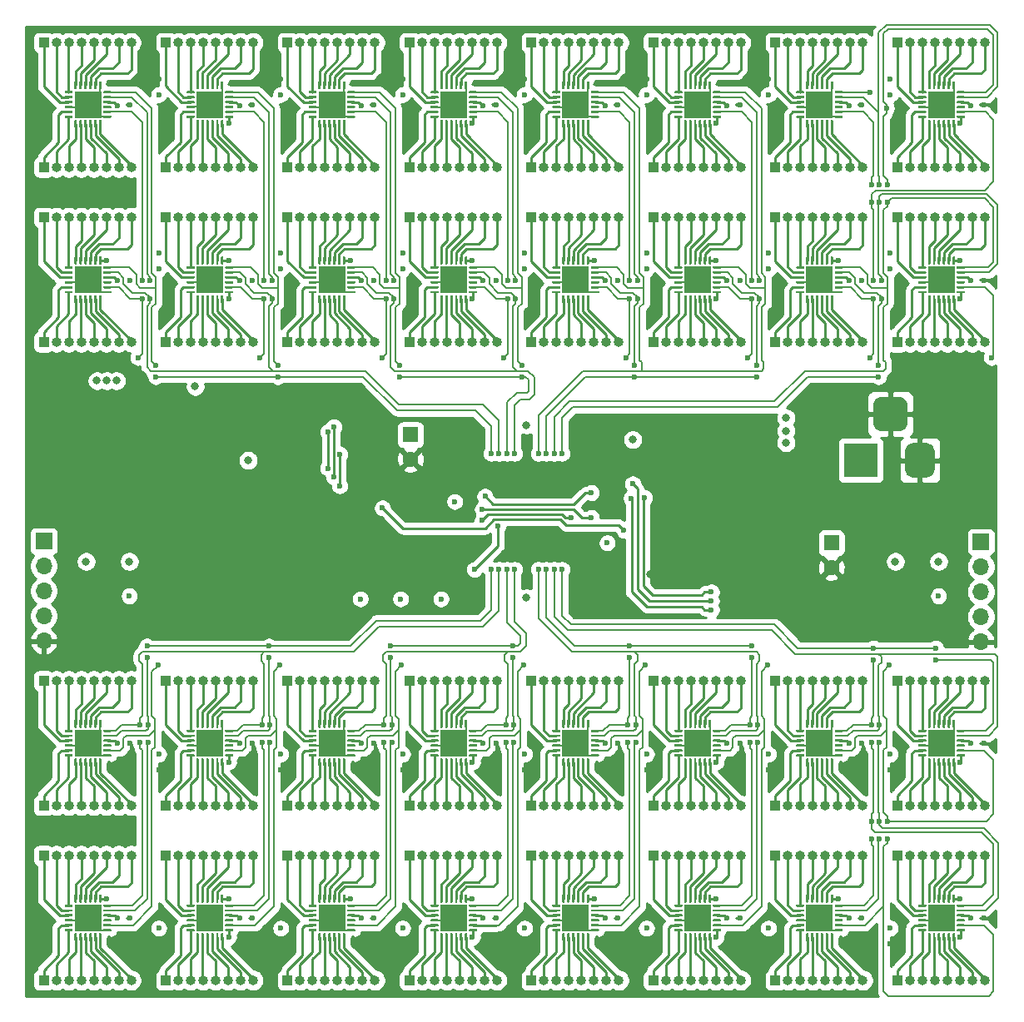
<source format=gbr>
%TF.GenerationSoftware,KiCad,Pcbnew,(5.1.9)-1*%
%TF.CreationDate,2021-03-14T22:35:41+07:00*%
%TF.ProjectId,super_expander,73757065-725f-4657-9870-616e6465722e,1*%
%TF.SameCoordinates,Original*%
%TF.FileFunction,Copper,L4,Bot*%
%TF.FilePolarity,Positive*%
%FSLAX46Y46*%
G04 Gerber Fmt 4.6, Leading zero omitted, Abs format (unit mm)*
G04 Created by KiCad (PCBNEW (5.1.9)-1) date 2021-03-14 22:35:41*
%MOMM*%
%LPD*%
G01*
G04 APERTURE LIST*
%TA.AperFunction,ComponentPad*%
%ADD10C,1.600000*%
%TD*%
%TA.AperFunction,ComponentPad*%
%ADD11R,1.600000X1.600000*%
%TD*%
%TA.AperFunction,ComponentPad*%
%ADD12R,3.500000X3.500000*%
%TD*%
%TA.AperFunction,ComponentPad*%
%ADD13O,1.700000X1.700000*%
%TD*%
%TA.AperFunction,ComponentPad*%
%ADD14R,1.700000X1.700000*%
%TD*%
%TA.AperFunction,ComponentPad*%
%ADD15C,0.500000*%
%TD*%
%TA.AperFunction,SMDPad,CuDef*%
%ADD16R,2.700000X2.700000*%
%TD*%
%TA.AperFunction,ComponentPad*%
%ADD17O,1.000000X1.000000*%
%TD*%
%TA.AperFunction,ComponentPad*%
%ADD18R,1.000000X1.000000*%
%TD*%
%TA.AperFunction,ViaPad*%
%ADD19C,0.800000*%
%TD*%
%TA.AperFunction,ViaPad*%
%ADD20C,0.600000*%
%TD*%
%TA.AperFunction,Conductor*%
%ADD21C,0.200000*%
%TD*%
%TA.AperFunction,Conductor*%
%ADD22C,0.250000*%
%TD*%
%TA.AperFunction,Conductor*%
%ADD23C,0.254000*%
%TD*%
%TA.AperFunction,Conductor*%
%ADD24C,0.100000*%
%TD*%
G04 APERTURE END LIST*
D10*
%TO.P,C42,2*%
%TO.N,GND*%
X89800000Y-69700000D03*
D11*
%TO.P,C42,1*%
%TO.N,+5V*%
X89800000Y-67200000D03*
%TD*%
D10*
%TO.P,C41,2*%
%TO.N,GND*%
X132600000Y-80700000D03*
D11*
%TO.P,C41,1*%
%TO.N,+5V*%
X132600000Y-78200000D03*
%TD*%
%TO.P,J68,3*%
%TO.N,GND*%
%TA.AperFunction,ComponentPad*%
G36*
G01*
X140350000Y-64225000D02*
X140350000Y-65975000D01*
G75*
G02*
X139475000Y-66850000I-875000J0D01*
G01*
X137725000Y-66850000D01*
G75*
G02*
X136850000Y-65975000I0J875000D01*
G01*
X136850000Y-64225000D01*
G75*
G02*
X137725000Y-63350000I875000J0D01*
G01*
X139475000Y-63350000D01*
G75*
G02*
X140350000Y-64225000I0J-875000D01*
G01*
G37*
%TD.AperFunction*%
%TO.P,J68,2*%
%TA.AperFunction,ComponentPad*%
G36*
G01*
X143100000Y-68800000D02*
X143100000Y-70800000D01*
G75*
G02*
X142350000Y-71550000I-750000J0D01*
G01*
X140850000Y-71550000D01*
G75*
G02*
X140100000Y-70800000I0J750000D01*
G01*
X140100000Y-68800000D01*
G75*
G02*
X140850000Y-68050000I750000J0D01*
G01*
X142350000Y-68050000D01*
G75*
G02*
X143100000Y-68800000I0J-750000D01*
G01*
G37*
%TD.AperFunction*%
D12*
%TO.P,J68,1*%
%TO.N,Net-(J68-Pad1)*%
X135600000Y-69800000D03*
%TD*%
D13*
%TO.P,J67,5*%
%TO.N,GND*%
X147800000Y-88260000D03*
%TO.P,J67,4*%
%TO.N,~RST*%
X147800000Y-85720000D03*
%TO.P,J67,3*%
%TO.N,Net-(J67-Pad3)*%
X147800000Y-83180000D03*
%TO.P,J67,2*%
%TO.N,Net-(J67-Pad2)*%
X147800000Y-80640000D03*
D14*
%TO.P,J67,1*%
%TO.N,+5V*%
X147800000Y-78100000D03*
%TD*%
D13*
%TO.P,J66,5*%
%TO.N,GND*%
X52500000Y-88180000D03*
%TO.P,J66,4*%
%TO.N,~RST*%
X52500000Y-85640000D03*
%TO.P,J66,3*%
%TO.N,Net-(J66-Pad3)*%
X52500000Y-83100000D03*
%TO.P,J66,2*%
%TO.N,Net-(J66-Pad2)*%
X52500000Y-80560000D03*
D14*
%TO.P,J66,1*%
%TO.N,+5V*%
X52500000Y-78020000D03*
%TD*%
D15*
%TO.P,U24,25*%
%TO.N,GND*%
X117900000Y-50340000D03*
X117900000Y-51440000D03*
X117900000Y-52540000D03*
X119000000Y-50340000D03*
X119000000Y-51440000D03*
X119000000Y-52540000D03*
X120100000Y-50340000D03*
X120100000Y-51440000D03*
X120100000Y-52540000D03*
D16*
X119000000Y-51440000D03*
%TO.P,U24,24*%
%TO.N,+5V*%
%TA.AperFunction,SMDPad,CuDef*%
G36*
G01*
X121312500Y-52815000D02*
X120612500Y-52815000D01*
G75*
G02*
X120550000Y-52752500I0J62500D01*
G01*
X120550000Y-52627500D01*
G75*
G02*
X120612500Y-52565000I62500J0D01*
G01*
X121312500Y-52565000D01*
G75*
G02*
X121375000Y-52627500I0J-62500D01*
G01*
X121375000Y-52752500D01*
G75*
G02*
X121312500Y-52815000I-62500J0D01*
G01*
G37*
%TD.AperFunction*%
%TO.P,U24,23*%
%TO.N,~RST*%
%TA.AperFunction,SMDPad,CuDef*%
G36*
G01*
X121312500Y-52315000D02*
X120612500Y-52315000D01*
G75*
G02*
X120550000Y-52252500I0J62500D01*
G01*
X120550000Y-52127500D01*
G75*
G02*
X120612500Y-52065000I62500J0D01*
G01*
X121312500Y-52065000D01*
G75*
G02*
X121375000Y-52127500I0J-62500D01*
G01*
X121375000Y-52252500D01*
G75*
G02*
X121312500Y-52315000I-62500J0D01*
G01*
G37*
%TD.AperFunction*%
%TO.P,U24,22*%
%TO.N,Net-(U24-Pad22)*%
%TA.AperFunction,SMDPad,CuDef*%
G36*
G01*
X121312500Y-51815000D02*
X120612500Y-51815000D01*
G75*
G02*
X120550000Y-51752500I0J62500D01*
G01*
X120550000Y-51627500D01*
G75*
G02*
X120612500Y-51565000I62500J0D01*
G01*
X121312500Y-51565000D01*
G75*
G02*
X121375000Y-51627500I0J-62500D01*
G01*
X121375000Y-51752500D01*
G75*
G02*
X121312500Y-51815000I-62500J0D01*
G01*
G37*
%TD.AperFunction*%
%TO.P,U24,21*%
%TO.N,+5V*%
%TA.AperFunction,SMDPad,CuDef*%
G36*
G01*
X121312500Y-51315000D02*
X120612500Y-51315000D01*
G75*
G02*
X120550000Y-51252500I0J62500D01*
G01*
X120550000Y-51127500D01*
G75*
G02*
X120612500Y-51065000I62500J0D01*
G01*
X121312500Y-51065000D01*
G75*
G02*
X121375000Y-51127500I0J-62500D01*
G01*
X121375000Y-51252500D01*
G75*
G02*
X121312500Y-51315000I-62500J0D01*
G01*
G37*
%TD.AperFunction*%
%TO.P,U24,20*%
%TO.N,/SDA5*%
%TA.AperFunction,SMDPad,CuDef*%
G36*
G01*
X121312500Y-50815000D02*
X120612500Y-50815000D01*
G75*
G02*
X120550000Y-50752500I0J62500D01*
G01*
X120550000Y-50627500D01*
G75*
G02*
X120612500Y-50565000I62500J0D01*
G01*
X121312500Y-50565000D01*
G75*
G02*
X121375000Y-50627500I0J-62500D01*
G01*
X121375000Y-50752500D01*
G75*
G02*
X121312500Y-50815000I-62500J0D01*
G01*
G37*
%TD.AperFunction*%
%TO.P,U24,19*%
%TO.N,/SCL5*%
%TA.AperFunction,SMDPad,CuDef*%
G36*
G01*
X121312500Y-50315000D02*
X120612500Y-50315000D01*
G75*
G02*
X120550000Y-50252500I0J62500D01*
G01*
X120550000Y-50127500D01*
G75*
G02*
X120612500Y-50065000I62500J0D01*
G01*
X121312500Y-50065000D01*
G75*
G02*
X121375000Y-50127500I0J-62500D01*
G01*
X121375000Y-50252500D01*
G75*
G02*
X121312500Y-50315000I-62500J0D01*
G01*
G37*
%TD.AperFunction*%
%TO.P,U24,18*%
%TO.N,+5V*%
%TA.AperFunction,SMDPad,CuDef*%
G36*
G01*
X120312500Y-49890000D02*
X120187500Y-49890000D01*
G75*
G02*
X120125000Y-49827500I0J62500D01*
G01*
X120125000Y-49127500D01*
G75*
G02*
X120187500Y-49065000I62500J0D01*
G01*
X120312500Y-49065000D01*
G75*
G02*
X120375000Y-49127500I0J-62500D01*
G01*
X120375000Y-49827500D01*
G75*
G02*
X120312500Y-49890000I-62500J0D01*
G01*
G37*
%TD.AperFunction*%
%TO.P,U24,17*%
%TO.N,Net-(J44-Pad8)*%
%TA.AperFunction,SMDPad,CuDef*%
G36*
G01*
X119812500Y-49890000D02*
X119687500Y-49890000D01*
G75*
G02*
X119625000Y-49827500I0J62500D01*
G01*
X119625000Y-49127500D01*
G75*
G02*
X119687500Y-49065000I62500J0D01*
G01*
X119812500Y-49065000D01*
G75*
G02*
X119875000Y-49127500I0J-62500D01*
G01*
X119875000Y-49827500D01*
G75*
G02*
X119812500Y-49890000I-62500J0D01*
G01*
G37*
%TD.AperFunction*%
%TO.P,U24,16*%
%TO.N,Net-(J44-Pad7)*%
%TA.AperFunction,SMDPad,CuDef*%
G36*
G01*
X119312500Y-49890000D02*
X119187500Y-49890000D01*
G75*
G02*
X119125000Y-49827500I0J62500D01*
G01*
X119125000Y-49127500D01*
G75*
G02*
X119187500Y-49065000I62500J0D01*
G01*
X119312500Y-49065000D01*
G75*
G02*
X119375000Y-49127500I0J-62500D01*
G01*
X119375000Y-49827500D01*
G75*
G02*
X119312500Y-49890000I-62500J0D01*
G01*
G37*
%TD.AperFunction*%
%TO.P,U24,15*%
%TO.N,Net-(J44-Pad6)*%
%TA.AperFunction,SMDPad,CuDef*%
G36*
G01*
X118812500Y-49890000D02*
X118687500Y-49890000D01*
G75*
G02*
X118625000Y-49827500I0J62500D01*
G01*
X118625000Y-49127500D01*
G75*
G02*
X118687500Y-49065000I62500J0D01*
G01*
X118812500Y-49065000D01*
G75*
G02*
X118875000Y-49127500I0J-62500D01*
G01*
X118875000Y-49827500D01*
G75*
G02*
X118812500Y-49890000I-62500J0D01*
G01*
G37*
%TD.AperFunction*%
%TO.P,U24,14*%
%TO.N,Net-(J44-Pad5)*%
%TA.AperFunction,SMDPad,CuDef*%
G36*
G01*
X118312500Y-49890000D02*
X118187500Y-49890000D01*
G75*
G02*
X118125000Y-49827500I0J62500D01*
G01*
X118125000Y-49127500D01*
G75*
G02*
X118187500Y-49065000I62500J0D01*
G01*
X118312500Y-49065000D01*
G75*
G02*
X118375000Y-49127500I0J-62500D01*
G01*
X118375000Y-49827500D01*
G75*
G02*
X118312500Y-49890000I-62500J0D01*
G01*
G37*
%TD.AperFunction*%
%TO.P,U24,13*%
%TO.N,Net-(J44-Pad4)*%
%TA.AperFunction,SMDPad,CuDef*%
G36*
G01*
X117812500Y-49890000D02*
X117687500Y-49890000D01*
G75*
G02*
X117625000Y-49827500I0J62500D01*
G01*
X117625000Y-49127500D01*
G75*
G02*
X117687500Y-49065000I62500J0D01*
G01*
X117812500Y-49065000D01*
G75*
G02*
X117875000Y-49127500I0J-62500D01*
G01*
X117875000Y-49827500D01*
G75*
G02*
X117812500Y-49890000I-62500J0D01*
G01*
G37*
%TD.AperFunction*%
%TO.P,U24,12*%
%TO.N,Net-(J44-Pad3)*%
%TA.AperFunction,SMDPad,CuDef*%
G36*
G01*
X117387500Y-50315000D02*
X116687500Y-50315000D01*
G75*
G02*
X116625000Y-50252500I0J62500D01*
G01*
X116625000Y-50127500D01*
G75*
G02*
X116687500Y-50065000I62500J0D01*
G01*
X117387500Y-50065000D01*
G75*
G02*
X117450000Y-50127500I0J-62500D01*
G01*
X117450000Y-50252500D01*
G75*
G02*
X117387500Y-50315000I-62500J0D01*
G01*
G37*
%TD.AperFunction*%
%TO.P,U24,11*%
%TO.N,Net-(J44-Pad2)*%
%TA.AperFunction,SMDPad,CuDef*%
G36*
G01*
X117387500Y-50815000D02*
X116687500Y-50815000D01*
G75*
G02*
X116625000Y-50752500I0J62500D01*
G01*
X116625000Y-50627500D01*
G75*
G02*
X116687500Y-50565000I62500J0D01*
G01*
X117387500Y-50565000D01*
G75*
G02*
X117450000Y-50627500I0J-62500D01*
G01*
X117450000Y-50752500D01*
G75*
G02*
X117387500Y-50815000I-62500J0D01*
G01*
G37*
%TD.AperFunction*%
%TO.P,U24,10*%
%TO.N,Net-(J44-Pad1)*%
%TA.AperFunction,SMDPad,CuDef*%
G36*
G01*
X117387500Y-51315000D02*
X116687500Y-51315000D01*
G75*
G02*
X116625000Y-51252500I0J62500D01*
G01*
X116625000Y-51127500D01*
G75*
G02*
X116687500Y-51065000I62500J0D01*
G01*
X117387500Y-51065000D01*
G75*
G02*
X117450000Y-51127500I0J-62500D01*
G01*
X117450000Y-51252500D01*
G75*
G02*
X117387500Y-51315000I-62500J0D01*
G01*
G37*
%TD.AperFunction*%
%TO.P,U24,9*%
%TO.N,GND*%
%TA.AperFunction,SMDPad,CuDef*%
G36*
G01*
X117387500Y-51815000D02*
X116687500Y-51815000D01*
G75*
G02*
X116625000Y-51752500I0J62500D01*
G01*
X116625000Y-51627500D01*
G75*
G02*
X116687500Y-51565000I62500J0D01*
G01*
X117387500Y-51565000D01*
G75*
G02*
X117450000Y-51627500I0J-62500D01*
G01*
X117450000Y-51752500D01*
G75*
G02*
X117387500Y-51815000I-62500J0D01*
G01*
G37*
%TD.AperFunction*%
%TO.P,U24,8*%
%TO.N,Net-(J48-Pad1)*%
%TA.AperFunction,SMDPad,CuDef*%
G36*
G01*
X117387500Y-52315000D02*
X116687500Y-52315000D01*
G75*
G02*
X116625000Y-52252500I0J62500D01*
G01*
X116625000Y-52127500D01*
G75*
G02*
X116687500Y-52065000I62500J0D01*
G01*
X117387500Y-52065000D01*
G75*
G02*
X117450000Y-52127500I0J-62500D01*
G01*
X117450000Y-52252500D01*
G75*
G02*
X117387500Y-52315000I-62500J0D01*
G01*
G37*
%TD.AperFunction*%
%TO.P,U24,7*%
%TO.N,Net-(J48-Pad2)*%
%TA.AperFunction,SMDPad,CuDef*%
G36*
G01*
X117387500Y-52815000D02*
X116687500Y-52815000D01*
G75*
G02*
X116625000Y-52752500I0J62500D01*
G01*
X116625000Y-52627500D01*
G75*
G02*
X116687500Y-52565000I62500J0D01*
G01*
X117387500Y-52565000D01*
G75*
G02*
X117450000Y-52627500I0J-62500D01*
G01*
X117450000Y-52752500D01*
G75*
G02*
X117387500Y-52815000I-62500J0D01*
G01*
G37*
%TD.AperFunction*%
%TO.P,U24,6*%
%TO.N,Net-(J48-Pad3)*%
%TA.AperFunction,SMDPad,CuDef*%
G36*
G01*
X117812500Y-53815000D02*
X117687500Y-53815000D01*
G75*
G02*
X117625000Y-53752500I0J62500D01*
G01*
X117625000Y-53052500D01*
G75*
G02*
X117687500Y-52990000I62500J0D01*
G01*
X117812500Y-52990000D01*
G75*
G02*
X117875000Y-53052500I0J-62500D01*
G01*
X117875000Y-53752500D01*
G75*
G02*
X117812500Y-53815000I-62500J0D01*
G01*
G37*
%TD.AperFunction*%
%TO.P,U24,5*%
%TO.N,Net-(J48-Pad4)*%
%TA.AperFunction,SMDPad,CuDef*%
G36*
G01*
X118312500Y-53815000D02*
X118187500Y-53815000D01*
G75*
G02*
X118125000Y-53752500I0J62500D01*
G01*
X118125000Y-53052500D01*
G75*
G02*
X118187500Y-52990000I62500J0D01*
G01*
X118312500Y-52990000D01*
G75*
G02*
X118375000Y-53052500I0J-62500D01*
G01*
X118375000Y-53752500D01*
G75*
G02*
X118312500Y-53815000I-62500J0D01*
G01*
G37*
%TD.AperFunction*%
%TO.P,U24,4*%
%TO.N,Net-(J48-Pad5)*%
%TA.AperFunction,SMDPad,CuDef*%
G36*
G01*
X118812500Y-53815000D02*
X118687500Y-53815000D01*
G75*
G02*
X118625000Y-53752500I0J62500D01*
G01*
X118625000Y-53052500D01*
G75*
G02*
X118687500Y-52990000I62500J0D01*
G01*
X118812500Y-52990000D01*
G75*
G02*
X118875000Y-53052500I0J-62500D01*
G01*
X118875000Y-53752500D01*
G75*
G02*
X118812500Y-53815000I-62500J0D01*
G01*
G37*
%TD.AperFunction*%
%TO.P,U24,3*%
%TO.N,Net-(J48-Pad6)*%
%TA.AperFunction,SMDPad,CuDef*%
G36*
G01*
X119312500Y-53815000D02*
X119187500Y-53815000D01*
G75*
G02*
X119125000Y-53752500I0J62500D01*
G01*
X119125000Y-53052500D01*
G75*
G02*
X119187500Y-52990000I62500J0D01*
G01*
X119312500Y-52990000D01*
G75*
G02*
X119375000Y-53052500I0J-62500D01*
G01*
X119375000Y-53752500D01*
G75*
G02*
X119312500Y-53815000I-62500J0D01*
G01*
G37*
%TD.AperFunction*%
%TO.P,U24,2*%
%TO.N,Net-(J48-Pad7)*%
%TA.AperFunction,SMDPad,CuDef*%
G36*
G01*
X119812500Y-53815000D02*
X119687500Y-53815000D01*
G75*
G02*
X119625000Y-53752500I0J62500D01*
G01*
X119625000Y-53052500D01*
G75*
G02*
X119687500Y-52990000I62500J0D01*
G01*
X119812500Y-52990000D01*
G75*
G02*
X119875000Y-53052500I0J-62500D01*
G01*
X119875000Y-53752500D01*
G75*
G02*
X119812500Y-53815000I-62500J0D01*
G01*
G37*
%TD.AperFunction*%
%TO.P,U24,1*%
%TO.N,Net-(J48-Pad8)*%
%TA.AperFunction,SMDPad,CuDef*%
G36*
G01*
X120312500Y-53815000D02*
X120187500Y-53815000D01*
G75*
G02*
X120125000Y-53752500I0J62500D01*
G01*
X120125000Y-53052500D01*
G75*
G02*
X120187500Y-52990000I62500J0D01*
G01*
X120312500Y-52990000D01*
G75*
G02*
X120375000Y-53052500I0J-62500D01*
G01*
X120375000Y-53752500D01*
G75*
G02*
X120312500Y-53815000I-62500J0D01*
G01*
G37*
%TD.AperFunction*%
%TD*%
D17*
%TO.P,J20,8*%
%TO.N,Net-(J20-Pad8)*%
X123390000Y-110000000D03*
%TO.P,J20,7*%
%TO.N,Net-(J20-Pad7)*%
X122120000Y-110000000D03*
%TO.P,J20,6*%
%TO.N,Net-(J20-Pad6)*%
X120850000Y-110000000D03*
%TO.P,J20,5*%
%TO.N,Net-(J20-Pad5)*%
X119580000Y-110000000D03*
%TO.P,J20,4*%
%TO.N,Net-(J20-Pad4)*%
X118310000Y-110000000D03*
%TO.P,J20,3*%
%TO.N,Net-(J20-Pad3)*%
X117040000Y-110000000D03*
%TO.P,J20,2*%
%TO.N,Net-(J20-Pad2)*%
X115770000Y-110000000D03*
D18*
%TO.P,J20,1*%
%TO.N,Net-(J20-Pad1)*%
X114500000Y-110000000D03*
%TD*%
D15*
%TO.P,U16,25*%
%TO.N,GND*%
X142700000Y-115250000D03*
X142700000Y-116350000D03*
X142700000Y-117450000D03*
X143800000Y-115250000D03*
X143800000Y-116350000D03*
X143800000Y-117450000D03*
X144900000Y-115250000D03*
X144900000Y-116350000D03*
X144900000Y-117450000D03*
D16*
X143800000Y-116350000D03*
%TO.P,U16,24*%
%TO.N,+5V*%
%TA.AperFunction,SMDPad,CuDef*%
G36*
G01*
X146112500Y-117725000D02*
X145412500Y-117725000D01*
G75*
G02*
X145350000Y-117662500I0J62500D01*
G01*
X145350000Y-117537500D01*
G75*
G02*
X145412500Y-117475000I62500J0D01*
G01*
X146112500Y-117475000D01*
G75*
G02*
X146175000Y-117537500I0J-62500D01*
G01*
X146175000Y-117662500D01*
G75*
G02*
X146112500Y-117725000I-62500J0D01*
G01*
G37*
%TD.AperFunction*%
%TO.P,U16,23*%
%TO.N,~RST*%
%TA.AperFunction,SMDPad,CuDef*%
G36*
G01*
X146112500Y-117225000D02*
X145412500Y-117225000D01*
G75*
G02*
X145350000Y-117162500I0J62500D01*
G01*
X145350000Y-117037500D01*
G75*
G02*
X145412500Y-116975000I62500J0D01*
G01*
X146112500Y-116975000D01*
G75*
G02*
X146175000Y-117037500I0J-62500D01*
G01*
X146175000Y-117162500D01*
G75*
G02*
X146112500Y-117225000I-62500J0D01*
G01*
G37*
%TD.AperFunction*%
%TO.P,U16,22*%
%TO.N,Net-(U16-Pad22)*%
%TA.AperFunction,SMDPad,CuDef*%
G36*
G01*
X146112500Y-116725000D02*
X145412500Y-116725000D01*
G75*
G02*
X145350000Y-116662500I0J62500D01*
G01*
X145350000Y-116537500D01*
G75*
G02*
X145412500Y-116475000I62500J0D01*
G01*
X146112500Y-116475000D01*
G75*
G02*
X146175000Y-116537500I0J-62500D01*
G01*
X146175000Y-116662500D01*
G75*
G02*
X146112500Y-116725000I-62500J0D01*
G01*
G37*
%TD.AperFunction*%
%TO.P,U16,21*%
%TO.N,+5V*%
%TA.AperFunction,SMDPad,CuDef*%
G36*
G01*
X146112500Y-116225000D02*
X145412500Y-116225000D01*
G75*
G02*
X145350000Y-116162500I0J62500D01*
G01*
X145350000Y-116037500D01*
G75*
G02*
X145412500Y-115975000I62500J0D01*
G01*
X146112500Y-115975000D01*
G75*
G02*
X146175000Y-116037500I0J-62500D01*
G01*
X146175000Y-116162500D01*
G75*
G02*
X146112500Y-116225000I-62500J0D01*
G01*
G37*
%TD.AperFunction*%
%TO.P,U16,20*%
%TO.N,/SDA3*%
%TA.AperFunction,SMDPad,CuDef*%
G36*
G01*
X146112500Y-115725000D02*
X145412500Y-115725000D01*
G75*
G02*
X145350000Y-115662500I0J62500D01*
G01*
X145350000Y-115537500D01*
G75*
G02*
X145412500Y-115475000I62500J0D01*
G01*
X146112500Y-115475000D01*
G75*
G02*
X146175000Y-115537500I0J-62500D01*
G01*
X146175000Y-115662500D01*
G75*
G02*
X146112500Y-115725000I-62500J0D01*
G01*
G37*
%TD.AperFunction*%
%TO.P,U16,19*%
%TO.N,/SCL3*%
%TA.AperFunction,SMDPad,CuDef*%
G36*
G01*
X146112500Y-115225000D02*
X145412500Y-115225000D01*
G75*
G02*
X145350000Y-115162500I0J62500D01*
G01*
X145350000Y-115037500D01*
G75*
G02*
X145412500Y-114975000I62500J0D01*
G01*
X146112500Y-114975000D01*
G75*
G02*
X146175000Y-115037500I0J-62500D01*
G01*
X146175000Y-115162500D01*
G75*
G02*
X146112500Y-115225000I-62500J0D01*
G01*
G37*
%TD.AperFunction*%
%TO.P,U16,18*%
%TO.N,+5V*%
%TA.AperFunction,SMDPad,CuDef*%
G36*
G01*
X145112500Y-114800000D02*
X144987500Y-114800000D01*
G75*
G02*
X144925000Y-114737500I0J62500D01*
G01*
X144925000Y-114037500D01*
G75*
G02*
X144987500Y-113975000I62500J0D01*
G01*
X145112500Y-113975000D01*
G75*
G02*
X145175000Y-114037500I0J-62500D01*
G01*
X145175000Y-114737500D01*
G75*
G02*
X145112500Y-114800000I-62500J0D01*
G01*
G37*
%TD.AperFunction*%
%TO.P,U16,17*%
%TO.N,Net-(J28-Pad8)*%
%TA.AperFunction,SMDPad,CuDef*%
G36*
G01*
X144612500Y-114800000D02*
X144487500Y-114800000D01*
G75*
G02*
X144425000Y-114737500I0J62500D01*
G01*
X144425000Y-114037500D01*
G75*
G02*
X144487500Y-113975000I62500J0D01*
G01*
X144612500Y-113975000D01*
G75*
G02*
X144675000Y-114037500I0J-62500D01*
G01*
X144675000Y-114737500D01*
G75*
G02*
X144612500Y-114800000I-62500J0D01*
G01*
G37*
%TD.AperFunction*%
%TO.P,U16,16*%
%TO.N,Net-(J28-Pad7)*%
%TA.AperFunction,SMDPad,CuDef*%
G36*
G01*
X144112500Y-114800000D02*
X143987500Y-114800000D01*
G75*
G02*
X143925000Y-114737500I0J62500D01*
G01*
X143925000Y-114037500D01*
G75*
G02*
X143987500Y-113975000I62500J0D01*
G01*
X144112500Y-113975000D01*
G75*
G02*
X144175000Y-114037500I0J-62500D01*
G01*
X144175000Y-114737500D01*
G75*
G02*
X144112500Y-114800000I-62500J0D01*
G01*
G37*
%TD.AperFunction*%
%TO.P,U16,15*%
%TO.N,Net-(J28-Pad6)*%
%TA.AperFunction,SMDPad,CuDef*%
G36*
G01*
X143612500Y-114800000D02*
X143487500Y-114800000D01*
G75*
G02*
X143425000Y-114737500I0J62500D01*
G01*
X143425000Y-114037500D01*
G75*
G02*
X143487500Y-113975000I62500J0D01*
G01*
X143612500Y-113975000D01*
G75*
G02*
X143675000Y-114037500I0J-62500D01*
G01*
X143675000Y-114737500D01*
G75*
G02*
X143612500Y-114800000I-62500J0D01*
G01*
G37*
%TD.AperFunction*%
%TO.P,U16,14*%
%TO.N,Net-(J28-Pad5)*%
%TA.AperFunction,SMDPad,CuDef*%
G36*
G01*
X143112500Y-114800000D02*
X142987500Y-114800000D01*
G75*
G02*
X142925000Y-114737500I0J62500D01*
G01*
X142925000Y-114037500D01*
G75*
G02*
X142987500Y-113975000I62500J0D01*
G01*
X143112500Y-113975000D01*
G75*
G02*
X143175000Y-114037500I0J-62500D01*
G01*
X143175000Y-114737500D01*
G75*
G02*
X143112500Y-114800000I-62500J0D01*
G01*
G37*
%TD.AperFunction*%
%TO.P,U16,13*%
%TO.N,Net-(J28-Pad4)*%
%TA.AperFunction,SMDPad,CuDef*%
G36*
G01*
X142612500Y-114800000D02*
X142487500Y-114800000D01*
G75*
G02*
X142425000Y-114737500I0J62500D01*
G01*
X142425000Y-114037500D01*
G75*
G02*
X142487500Y-113975000I62500J0D01*
G01*
X142612500Y-113975000D01*
G75*
G02*
X142675000Y-114037500I0J-62500D01*
G01*
X142675000Y-114737500D01*
G75*
G02*
X142612500Y-114800000I-62500J0D01*
G01*
G37*
%TD.AperFunction*%
%TO.P,U16,12*%
%TO.N,Net-(J28-Pad3)*%
%TA.AperFunction,SMDPad,CuDef*%
G36*
G01*
X142187500Y-115225000D02*
X141487500Y-115225000D01*
G75*
G02*
X141425000Y-115162500I0J62500D01*
G01*
X141425000Y-115037500D01*
G75*
G02*
X141487500Y-114975000I62500J0D01*
G01*
X142187500Y-114975000D01*
G75*
G02*
X142250000Y-115037500I0J-62500D01*
G01*
X142250000Y-115162500D01*
G75*
G02*
X142187500Y-115225000I-62500J0D01*
G01*
G37*
%TD.AperFunction*%
%TO.P,U16,11*%
%TO.N,Net-(J28-Pad2)*%
%TA.AperFunction,SMDPad,CuDef*%
G36*
G01*
X142187500Y-115725000D02*
X141487500Y-115725000D01*
G75*
G02*
X141425000Y-115662500I0J62500D01*
G01*
X141425000Y-115537500D01*
G75*
G02*
X141487500Y-115475000I62500J0D01*
G01*
X142187500Y-115475000D01*
G75*
G02*
X142250000Y-115537500I0J-62500D01*
G01*
X142250000Y-115662500D01*
G75*
G02*
X142187500Y-115725000I-62500J0D01*
G01*
G37*
%TD.AperFunction*%
%TO.P,U16,10*%
%TO.N,Net-(J28-Pad1)*%
%TA.AperFunction,SMDPad,CuDef*%
G36*
G01*
X142187500Y-116225000D02*
X141487500Y-116225000D01*
G75*
G02*
X141425000Y-116162500I0J62500D01*
G01*
X141425000Y-116037500D01*
G75*
G02*
X141487500Y-115975000I62500J0D01*
G01*
X142187500Y-115975000D01*
G75*
G02*
X142250000Y-116037500I0J-62500D01*
G01*
X142250000Y-116162500D01*
G75*
G02*
X142187500Y-116225000I-62500J0D01*
G01*
G37*
%TD.AperFunction*%
%TO.P,U16,9*%
%TO.N,GND*%
%TA.AperFunction,SMDPad,CuDef*%
G36*
G01*
X142187500Y-116725000D02*
X141487500Y-116725000D01*
G75*
G02*
X141425000Y-116662500I0J62500D01*
G01*
X141425000Y-116537500D01*
G75*
G02*
X141487500Y-116475000I62500J0D01*
G01*
X142187500Y-116475000D01*
G75*
G02*
X142250000Y-116537500I0J-62500D01*
G01*
X142250000Y-116662500D01*
G75*
G02*
X142187500Y-116725000I-62500J0D01*
G01*
G37*
%TD.AperFunction*%
%TO.P,U16,8*%
%TO.N,Net-(J32-Pad1)*%
%TA.AperFunction,SMDPad,CuDef*%
G36*
G01*
X142187500Y-117225000D02*
X141487500Y-117225000D01*
G75*
G02*
X141425000Y-117162500I0J62500D01*
G01*
X141425000Y-117037500D01*
G75*
G02*
X141487500Y-116975000I62500J0D01*
G01*
X142187500Y-116975000D01*
G75*
G02*
X142250000Y-117037500I0J-62500D01*
G01*
X142250000Y-117162500D01*
G75*
G02*
X142187500Y-117225000I-62500J0D01*
G01*
G37*
%TD.AperFunction*%
%TO.P,U16,7*%
%TO.N,Net-(J32-Pad2)*%
%TA.AperFunction,SMDPad,CuDef*%
G36*
G01*
X142187500Y-117725000D02*
X141487500Y-117725000D01*
G75*
G02*
X141425000Y-117662500I0J62500D01*
G01*
X141425000Y-117537500D01*
G75*
G02*
X141487500Y-117475000I62500J0D01*
G01*
X142187500Y-117475000D01*
G75*
G02*
X142250000Y-117537500I0J-62500D01*
G01*
X142250000Y-117662500D01*
G75*
G02*
X142187500Y-117725000I-62500J0D01*
G01*
G37*
%TD.AperFunction*%
%TO.P,U16,6*%
%TO.N,Net-(J32-Pad3)*%
%TA.AperFunction,SMDPad,CuDef*%
G36*
G01*
X142612500Y-118725000D02*
X142487500Y-118725000D01*
G75*
G02*
X142425000Y-118662500I0J62500D01*
G01*
X142425000Y-117962500D01*
G75*
G02*
X142487500Y-117900000I62500J0D01*
G01*
X142612500Y-117900000D01*
G75*
G02*
X142675000Y-117962500I0J-62500D01*
G01*
X142675000Y-118662500D01*
G75*
G02*
X142612500Y-118725000I-62500J0D01*
G01*
G37*
%TD.AperFunction*%
%TO.P,U16,5*%
%TO.N,Net-(J32-Pad4)*%
%TA.AperFunction,SMDPad,CuDef*%
G36*
G01*
X143112500Y-118725000D02*
X142987500Y-118725000D01*
G75*
G02*
X142925000Y-118662500I0J62500D01*
G01*
X142925000Y-117962500D01*
G75*
G02*
X142987500Y-117900000I62500J0D01*
G01*
X143112500Y-117900000D01*
G75*
G02*
X143175000Y-117962500I0J-62500D01*
G01*
X143175000Y-118662500D01*
G75*
G02*
X143112500Y-118725000I-62500J0D01*
G01*
G37*
%TD.AperFunction*%
%TO.P,U16,4*%
%TO.N,Net-(J32-Pad5)*%
%TA.AperFunction,SMDPad,CuDef*%
G36*
G01*
X143612500Y-118725000D02*
X143487500Y-118725000D01*
G75*
G02*
X143425000Y-118662500I0J62500D01*
G01*
X143425000Y-117962500D01*
G75*
G02*
X143487500Y-117900000I62500J0D01*
G01*
X143612500Y-117900000D01*
G75*
G02*
X143675000Y-117962500I0J-62500D01*
G01*
X143675000Y-118662500D01*
G75*
G02*
X143612500Y-118725000I-62500J0D01*
G01*
G37*
%TD.AperFunction*%
%TO.P,U16,3*%
%TO.N,Net-(J32-Pad6)*%
%TA.AperFunction,SMDPad,CuDef*%
G36*
G01*
X144112500Y-118725000D02*
X143987500Y-118725000D01*
G75*
G02*
X143925000Y-118662500I0J62500D01*
G01*
X143925000Y-117962500D01*
G75*
G02*
X143987500Y-117900000I62500J0D01*
G01*
X144112500Y-117900000D01*
G75*
G02*
X144175000Y-117962500I0J-62500D01*
G01*
X144175000Y-118662500D01*
G75*
G02*
X144112500Y-118725000I-62500J0D01*
G01*
G37*
%TD.AperFunction*%
%TO.P,U16,2*%
%TO.N,Net-(J32-Pad7)*%
%TA.AperFunction,SMDPad,CuDef*%
G36*
G01*
X144612500Y-118725000D02*
X144487500Y-118725000D01*
G75*
G02*
X144425000Y-118662500I0J62500D01*
G01*
X144425000Y-117962500D01*
G75*
G02*
X144487500Y-117900000I62500J0D01*
G01*
X144612500Y-117900000D01*
G75*
G02*
X144675000Y-117962500I0J-62500D01*
G01*
X144675000Y-118662500D01*
G75*
G02*
X144612500Y-118725000I-62500J0D01*
G01*
G37*
%TD.AperFunction*%
%TO.P,U16,1*%
%TO.N,Net-(J32-Pad8)*%
%TA.AperFunction,SMDPad,CuDef*%
G36*
G01*
X145112500Y-118725000D02*
X144987500Y-118725000D01*
G75*
G02*
X144925000Y-118662500I0J62500D01*
G01*
X144925000Y-117962500D01*
G75*
G02*
X144987500Y-117900000I62500J0D01*
G01*
X145112500Y-117900000D01*
G75*
G02*
X145175000Y-117962500I0J-62500D01*
G01*
X145175000Y-118662500D01*
G75*
G02*
X145112500Y-118725000I-62500J0D01*
G01*
G37*
%TD.AperFunction*%
%TD*%
D15*
%TO.P,U32,25*%
%TO.N,GND*%
X68300000Y-50340000D03*
X68300000Y-51440000D03*
X68300000Y-52540000D03*
X69400000Y-50340000D03*
X69400000Y-51440000D03*
X69400000Y-52540000D03*
X70500000Y-50340000D03*
X70500000Y-51440000D03*
X70500000Y-52540000D03*
D16*
X69400000Y-51440000D03*
%TO.P,U32,24*%
%TO.N,+5V*%
%TA.AperFunction,SMDPad,CuDef*%
G36*
G01*
X71712500Y-52815000D02*
X71012500Y-52815000D01*
G75*
G02*
X70950000Y-52752500I0J62500D01*
G01*
X70950000Y-52627500D01*
G75*
G02*
X71012500Y-52565000I62500J0D01*
G01*
X71712500Y-52565000D01*
G75*
G02*
X71775000Y-52627500I0J-62500D01*
G01*
X71775000Y-52752500D01*
G75*
G02*
X71712500Y-52815000I-62500J0D01*
G01*
G37*
%TD.AperFunction*%
%TO.P,U32,23*%
%TO.N,~RST*%
%TA.AperFunction,SMDPad,CuDef*%
G36*
G01*
X71712500Y-52315000D02*
X71012500Y-52315000D01*
G75*
G02*
X70950000Y-52252500I0J62500D01*
G01*
X70950000Y-52127500D01*
G75*
G02*
X71012500Y-52065000I62500J0D01*
G01*
X71712500Y-52065000D01*
G75*
G02*
X71775000Y-52127500I0J-62500D01*
G01*
X71775000Y-52252500D01*
G75*
G02*
X71712500Y-52315000I-62500J0D01*
G01*
G37*
%TD.AperFunction*%
%TO.P,U32,22*%
%TO.N,Net-(U32-Pad22)*%
%TA.AperFunction,SMDPad,CuDef*%
G36*
G01*
X71712500Y-51815000D02*
X71012500Y-51815000D01*
G75*
G02*
X70950000Y-51752500I0J62500D01*
G01*
X70950000Y-51627500D01*
G75*
G02*
X71012500Y-51565000I62500J0D01*
G01*
X71712500Y-51565000D01*
G75*
G02*
X71775000Y-51627500I0J-62500D01*
G01*
X71775000Y-51752500D01*
G75*
G02*
X71712500Y-51815000I-62500J0D01*
G01*
G37*
%TD.AperFunction*%
%TO.P,U32,21*%
%TO.N,+5V*%
%TA.AperFunction,SMDPad,CuDef*%
G36*
G01*
X71712500Y-51315000D02*
X71012500Y-51315000D01*
G75*
G02*
X70950000Y-51252500I0J62500D01*
G01*
X70950000Y-51127500D01*
G75*
G02*
X71012500Y-51065000I62500J0D01*
G01*
X71712500Y-51065000D01*
G75*
G02*
X71775000Y-51127500I0J-62500D01*
G01*
X71775000Y-51252500D01*
G75*
G02*
X71712500Y-51315000I-62500J0D01*
G01*
G37*
%TD.AperFunction*%
%TO.P,U32,20*%
%TO.N,/SDA7*%
%TA.AperFunction,SMDPad,CuDef*%
G36*
G01*
X71712500Y-50815000D02*
X71012500Y-50815000D01*
G75*
G02*
X70950000Y-50752500I0J62500D01*
G01*
X70950000Y-50627500D01*
G75*
G02*
X71012500Y-50565000I62500J0D01*
G01*
X71712500Y-50565000D01*
G75*
G02*
X71775000Y-50627500I0J-62500D01*
G01*
X71775000Y-50752500D01*
G75*
G02*
X71712500Y-50815000I-62500J0D01*
G01*
G37*
%TD.AperFunction*%
%TO.P,U32,19*%
%TO.N,/SCL7*%
%TA.AperFunction,SMDPad,CuDef*%
G36*
G01*
X71712500Y-50315000D02*
X71012500Y-50315000D01*
G75*
G02*
X70950000Y-50252500I0J62500D01*
G01*
X70950000Y-50127500D01*
G75*
G02*
X71012500Y-50065000I62500J0D01*
G01*
X71712500Y-50065000D01*
G75*
G02*
X71775000Y-50127500I0J-62500D01*
G01*
X71775000Y-50252500D01*
G75*
G02*
X71712500Y-50315000I-62500J0D01*
G01*
G37*
%TD.AperFunction*%
%TO.P,U32,18*%
%TO.N,+5V*%
%TA.AperFunction,SMDPad,CuDef*%
G36*
G01*
X70712500Y-49890000D02*
X70587500Y-49890000D01*
G75*
G02*
X70525000Y-49827500I0J62500D01*
G01*
X70525000Y-49127500D01*
G75*
G02*
X70587500Y-49065000I62500J0D01*
G01*
X70712500Y-49065000D01*
G75*
G02*
X70775000Y-49127500I0J-62500D01*
G01*
X70775000Y-49827500D01*
G75*
G02*
X70712500Y-49890000I-62500J0D01*
G01*
G37*
%TD.AperFunction*%
%TO.P,U32,17*%
%TO.N,Net-(J60-Pad8)*%
%TA.AperFunction,SMDPad,CuDef*%
G36*
G01*
X70212500Y-49890000D02*
X70087500Y-49890000D01*
G75*
G02*
X70025000Y-49827500I0J62500D01*
G01*
X70025000Y-49127500D01*
G75*
G02*
X70087500Y-49065000I62500J0D01*
G01*
X70212500Y-49065000D01*
G75*
G02*
X70275000Y-49127500I0J-62500D01*
G01*
X70275000Y-49827500D01*
G75*
G02*
X70212500Y-49890000I-62500J0D01*
G01*
G37*
%TD.AperFunction*%
%TO.P,U32,16*%
%TO.N,Net-(J60-Pad7)*%
%TA.AperFunction,SMDPad,CuDef*%
G36*
G01*
X69712500Y-49890000D02*
X69587500Y-49890000D01*
G75*
G02*
X69525000Y-49827500I0J62500D01*
G01*
X69525000Y-49127500D01*
G75*
G02*
X69587500Y-49065000I62500J0D01*
G01*
X69712500Y-49065000D01*
G75*
G02*
X69775000Y-49127500I0J-62500D01*
G01*
X69775000Y-49827500D01*
G75*
G02*
X69712500Y-49890000I-62500J0D01*
G01*
G37*
%TD.AperFunction*%
%TO.P,U32,15*%
%TO.N,Net-(J60-Pad6)*%
%TA.AperFunction,SMDPad,CuDef*%
G36*
G01*
X69212500Y-49890000D02*
X69087500Y-49890000D01*
G75*
G02*
X69025000Y-49827500I0J62500D01*
G01*
X69025000Y-49127500D01*
G75*
G02*
X69087500Y-49065000I62500J0D01*
G01*
X69212500Y-49065000D01*
G75*
G02*
X69275000Y-49127500I0J-62500D01*
G01*
X69275000Y-49827500D01*
G75*
G02*
X69212500Y-49890000I-62500J0D01*
G01*
G37*
%TD.AperFunction*%
%TO.P,U32,14*%
%TO.N,Net-(J60-Pad5)*%
%TA.AperFunction,SMDPad,CuDef*%
G36*
G01*
X68712500Y-49890000D02*
X68587500Y-49890000D01*
G75*
G02*
X68525000Y-49827500I0J62500D01*
G01*
X68525000Y-49127500D01*
G75*
G02*
X68587500Y-49065000I62500J0D01*
G01*
X68712500Y-49065000D01*
G75*
G02*
X68775000Y-49127500I0J-62500D01*
G01*
X68775000Y-49827500D01*
G75*
G02*
X68712500Y-49890000I-62500J0D01*
G01*
G37*
%TD.AperFunction*%
%TO.P,U32,13*%
%TO.N,Net-(J60-Pad4)*%
%TA.AperFunction,SMDPad,CuDef*%
G36*
G01*
X68212500Y-49890000D02*
X68087500Y-49890000D01*
G75*
G02*
X68025000Y-49827500I0J62500D01*
G01*
X68025000Y-49127500D01*
G75*
G02*
X68087500Y-49065000I62500J0D01*
G01*
X68212500Y-49065000D01*
G75*
G02*
X68275000Y-49127500I0J-62500D01*
G01*
X68275000Y-49827500D01*
G75*
G02*
X68212500Y-49890000I-62500J0D01*
G01*
G37*
%TD.AperFunction*%
%TO.P,U32,12*%
%TO.N,Net-(J60-Pad3)*%
%TA.AperFunction,SMDPad,CuDef*%
G36*
G01*
X67787500Y-50315000D02*
X67087500Y-50315000D01*
G75*
G02*
X67025000Y-50252500I0J62500D01*
G01*
X67025000Y-50127500D01*
G75*
G02*
X67087500Y-50065000I62500J0D01*
G01*
X67787500Y-50065000D01*
G75*
G02*
X67850000Y-50127500I0J-62500D01*
G01*
X67850000Y-50252500D01*
G75*
G02*
X67787500Y-50315000I-62500J0D01*
G01*
G37*
%TD.AperFunction*%
%TO.P,U32,11*%
%TO.N,Net-(J60-Pad2)*%
%TA.AperFunction,SMDPad,CuDef*%
G36*
G01*
X67787500Y-50815000D02*
X67087500Y-50815000D01*
G75*
G02*
X67025000Y-50752500I0J62500D01*
G01*
X67025000Y-50627500D01*
G75*
G02*
X67087500Y-50565000I62500J0D01*
G01*
X67787500Y-50565000D01*
G75*
G02*
X67850000Y-50627500I0J-62500D01*
G01*
X67850000Y-50752500D01*
G75*
G02*
X67787500Y-50815000I-62500J0D01*
G01*
G37*
%TD.AperFunction*%
%TO.P,U32,10*%
%TO.N,Net-(J60-Pad1)*%
%TA.AperFunction,SMDPad,CuDef*%
G36*
G01*
X67787500Y-51315000D02*
X67087500Y-51315000D01*
G75*
G02*
X67025000Y-51252500I0J62500D01*
G01*
X67025000Y-51127500D01*
G75*
G02*
X67087500Y-51065000I62500J0D01*
G01*
X67787500Y-51065000D01*
G75*
G02*
X67850000Y-51127500I0J-62500D01*
G01*
X67850000Y-51252500D01*
G75*
G02*
X67787500Y-51315000I-62500J0D01*
G01*
G37*
%TD.AperFunction*%
%TO.P,U32,9*%
%TO.N,GND*%
%TA.AperFunction,SMDPad,CuDef*%
G36*
G01*
X67787500Y-51815000D02*
X67087500Y-51815000D01*
G75*
G02*
X67025000Y-51752500I0J62500D01*
G01*
X67025000Y-51627500D01*
G75*
G02*
X67087500Y-51565000I62500J0D01*
G01*
X67787500Y-51565000D01*
G75*
G02*
X67850000Y-51627500I0J-62500D01*
G01*
X67850000Y-51752500D01*
G75*
G02*
X67787500Y-51815000I-62500J0D01*
G01*
G37*
%TD.AperFunction*%
%TO.P,U32,8*%
%TO.N,Net-(J64-Pad1)*%
%TA.AperFunction,SMDPad,CuDef*%
G36*
G01*
X67787500Y-52315000D02*
X67087500Y-52315000D01*
G75*
G02*
X67025000Y-52252500I0J62500D01*
G01*
X67025000Y-52127500D01*
G75*
G02*
X67087500Y-52065000I62500J0D01*
G01*
X67787500Y-52065000D01*
G75*
G02*
X67850000Y-52127500I0J-62500D01*
G01*
X67850000Y-52252500D01*
G75*
G02*
X67787500Y-52315000I-62500J0D01*
G01*
G37*
%TD.AperFunction*%
%TO.P,U32,7*%
%TO.N,Net-(J64-Pad2)*%
%TA.AperFunction,SMDPad,CuDef*%
G36*
G01*
X67787500Y-52815000D02*
X67087500Y-52815000D01*
G75*
G02*
X67025000Y-52752500I0J62500D01*
G01*
X67025000Y-52627500D01*
G75*
G02*
X67087500Y-52565000I62500J0D01*
G01*
X67787500Y-52565000D01*
G75*
G02*
X67850000Y-52627500I0J-62500D01*
G01*
X67850000Y-52752500D01*
G75*
G02*
X67787500Y-52815000I-62500J0D01*
G01*
G37*
%TD.AperFunction*%
%TO.P,U32,6*%
%TO.N,Net-(J64-Pad3)*%
%TA.AperFunction,SMDPad,CuDef*%
G36*
G01*
X68212500Y-53815000D02*
X68087500Y-53815000D01*
G75*
G02*
X68025000Y-53752500I0J62500D01*
G01*
X68025000Y-53052500D01*
G75*
G02*
X68087500Y-52990000I62500J0D01*
G01*
X68212500Y-52990000D01*
G75*
G02*
X68275000Y-53052500I0J-62500D01*
G01*
X68275000Y-53752500D01*
G75*
G02*
X68212500Y-53815000I-62500J0D01*
G01*
G37*
%TD.AperFunction*%
%TO.P,U32,5*%
%TO.N,Net-(J64-Pad4)*%
%TA.AperFunction,SMDPad,CuDef*%
G36*
G01*
X68712500Y-53815000D02*
X68587500Y-53815000D01*
G75*
G02*
X68525000Y-53752500I0J62500D01*
G01*
X68525000Y-53052500D01*
G75*
G02*
X68587500Y-52990000I62500J0D01*
G01*
X68712500Y-52990000D01*
G75*
G02*
X68775000Y-53052500I0J-62500D01*
G01*
X68775000Y-53752500D01*
G75*
G02*
X68712500Y-53815000I-62500J0D01*
G01*
G37*
%TD.AperFunction*%
%TO.P,U32,4*%
%TO.N,Net-(J64-Pad5)*%
%TA.AperFunction,SMDPad,CuDef*%
G36*
G01*
X69212500Y-53815000D02*
X69087500Y-53815000D01*
G75*
G02*
X69025000Y-53752500I0J62500D01*
G01*
X69025000Y-53052500D01*
G75*
G02*
X69087500Y-52990000I62500J0D01*
G01*
X69212500Y-52990000D01*
G75*
G02*
X69275000Y-53052500I0J-62500D01*
G01*
X69275000Y-53752500D01*
G75*
G02*
X69212500Y-53815000I-62500J0D01*
G01*
G37*
%TD.AperFunction*%
%TO.P,U32,3*%
%TO.N,Net-(J64-Pad6)*%
%TA.AperFunction,SMDPad,CuDef*%
G36*
G01*
X69712500Y-53815000D02*
X69587500Y-53815000D01*
G75*
G02*
X69525000Y-53752500I0J62500D01*
G01*
X69525000Y-53052500D01*
G75*
G02*
X69587500Y-52990000I62500J0D01*
G01*
X69712500Y-52990000D01*
G75*
G02*
X69775000Y-53052500I0J-62500D01*
G01*
X69775000Y-53752500D01*
G75*
G02*
X69712500Y-53815000I-62500J0D01*
G01*
G37*
%TD.AperFunction*%
%TO.P,U32,2*%
%TO.N,Net-(J64-Pad7)*%
%TA.AperFunction,SMDPad,CuDef*%
G36*
G01*
X70212500Y-53815000D02*
X70087500Y-53815000D01*
G75*
G02*
X70025000Y-53752500I0J62500D01*
G01*
X70025000Y-53052500D01*
G75*
G02*
X70087500Y-52990000I62500J0D01*
G01*
X70212500Y-52990000D01*
G75*
G02*
X70275000Y-53052500I0J-62500D01*
G01*
X70275000Y-53752500D01*
G75*
G02*
X70212500Y-53815000I-62500J0D01*
G01*
G37*
%TD.AperFunction*%
%TO.P,U32,1*%
%TO.N,Net-(J64-Pad8)*%
%TA.AperFunction,SMDPad,CuDef*%
G36*
G01*
X70712500Y-53815000D02*
X70587500Y-53815000D01*
G75*
G02*
X70525000Y-53752500I0J62500D01*
G01*
X70525000Y-53052500D01*
G75*
G02*
X70587500Y-52990000I62500J0D01*
G01*
X70712500Y-52990000D01*
G75*
G02*
X70775000Y-53052500I0J-62500D01*
G01*
X70775000Y-53752500D01*
G75*
G02*
X70712500Y-53815000I-62500J0D01*
G01*
G37*
%TD.AperFunction*%
%TD*%
D15*
%TO.P,U31,25*%
%TO.N,GND*%
X68300000Y-32510000D03*
X68300000Y-33610000D03*
X68300000Y-34710000D03*
X69400000Y-32510000D03*
X69400000Y-33610000D03*
X69400000Y-34710000D03*
X70500000Y-32510000D03*
X70500000Y-33610000D03*
X70500000Y-34710000D03*
D16*
X69400000Y-33610000D03*
%TO.P,U31,24*%
%TO.N,+5V*%
%TA.AperFunction,SMDPad,CuDef*%
G36*
G01*
X71712500Y-34985000D02*
X71012500Y-34985000D01*
G75*
G02*
X70950000Y-34922500I0J62500D01*
G01*
X70950000Y-34797500D01*
G75*
G02*
X71012500Y-34735000I62500J0D01*
G01*
X71712500Y-34735000D01*
G75*
G02*
X71775000Y-34797500I0J-62500D01*
G01*
X71775000Y-34922500D01*
G75*
G02*
X71712500Y-34985000I-62500J0D01*
G01*
G37*
%TD.AperFunction*%
%TO.P,U31,23*%
%TO.N,~RST*%
%TA.AperFunction,SMDPad,CuDef*%
G36*
G01*
X71712500Y-34485000D02*
X71012500Y-34485000D01*
G75*
G02*
X70950000Y-34422500I0J62500D01*
G01*
X70950000Y-34297500D01*
G75*
G02*
X71012500Y-34235000I62500J0D01*
G01*
X71712500Y-34235000D01*
G75*
G02*
X71775000Y-34297500I0J-62500D01*
G01*
X71775000Y-34422500D01*
G75*
G02*
X71712500Y-34485000I-62500J0D01*
G01*
G37*
%TD.AperFunction*%
%TO.P,U31,22*%
%TO.N,Net-(U31-Pad22)*%
%TA.AperFunction,SMDPad,CuDef*%
G36*
G01*
X71712500Y-33985000D02*
X71012500Y-33985000D01*
G75*
G02*
X70950000Y-33922500I0J62500D01*
G01*
X70950000Y-33797500D01*
G75*
G02*
X71012500Y-33735000I62500J0D01*
G01*
X71712500Y-33735000D01*
G75*
G02*
X71775000Y-33797500I0J-62500D01*
G01*
X71775000Y-33922500D01*
G75*
G02*
X71712500Y-33985000I-62500J0D01*
G01*
G37*
%TD.AperFunction*%
%TO.P,U31,21*%
%TO.N,+5V*%
%TA.AperFunction,SMDPad,CuDef*%
G36*
G01*
X71712500Y-33485000D02*
X71012500Y-33485000D01*
G75*
G02*
X70950000Y-33422500I0J62500D01*
G01*
X70950000Y-33297500D01*
G75*
G02*
X71012500Y-33235000I62500J0D01*
G01*
X71712500Y-33235000D01*
G75*
G02*
X71775000Y-33297500I0J-62500D01*
G01*
X71775000Y-33422500D01*
G75*
G02*
X71712500Y-33485000I-62500J0D01*
G01*
G37*
%TD.AperFunction*%
%TO.P,U31,20*%
%TO.N,/SDA7*%
%TA.AperFunction,SMDPad,CuDef*%
G36*
G01*
X71712500Y-32985000D02*
X71012500Y-32985000D01*
G75*
G02*
X70950000Y-32922500I0J62500D01*
G01*
X70950000Y-32797500D01*
G75*
G02*
X71012500Y-32735000I62500J0D01*
G01*
X71712500Y-32735000D01*
G75*
G02*
X71775000Y-32797500I0J-62500D01*
G01*
X71775000Y-32922500D01*
G75*
G02*
X71712500Y-32985000I-62500J0D01*
G01*
G37*
%TD.AperFunction*%
%TO.P,U31,19*%
%TO.N,/SCL7*%
%TA.AperFunction,SMDPad,CuDef*%
G36*
G01*
X71712500Y-32485000D02*
X71012500Y-32485000D01*
G75*
G02*
X70950000Y-32422500I0J62500D01*
G01*
X70950000Y-32297500D01*
G75*
G02*
X71012500Y-32235000I62500J0D01*
G01*
X71712500Y-32235000D01*
G75*
G02*
X71775000Y-32297500I0J-62500D01*
G01*
X71775000Y-32422500D01*
G75*
G02*
X71712500Y-32485000I-62500J0D01*
G01*
G37*
%TD.AperFunction*%
%TO.P,U31,18*%
%TO.N,GND*%
%TA.AperFunction,SMDPad,CuDef*%
G36*
G01*
X70712500Y-32060000D02*
X70587500Y-32060000D01*
G75*
G02*
X70525000Y-31997500I0J62500D01*
G01*
X70525000Y-31297500D01*
G75*
G02*
X70587500Y-31235000I62500J0D01*
G01*
X70712500Y-31235000D01*
G75*
G02*
X70775000Y-31297500I0J-62500D01*
G01*
X70775000Y-31997500D01*
G75*
G02*
X70712500Y-32060000I-62500J0D01*
G01*
G37*
%TD.AperFunction*%
%TO.P,U31,17*%
%TO.N,Net-(J59-Pad8)*%
%TA.AperFunction,SMDPad,CuDef*%
G36*
G01*
X70212500Y-32060000D02*
X70087500Y-32060000D01*
G75*
G02*
X70025000Y-31997500I0J62500D01*
G01*
X70025000Y-31297500D01*
G75*
G02*
X70087500Y-31235000I62500J0D01*
G01*
X70212500Y-31235000D01*
G75*
G02*
X70275000Y-31297500I0J-62500D01*
G01*
X70275000Y-31997500D01*
G75*
G02*
X70212500Y-32060000I-62500J0D01*
G01*
G37*
%TD.AperFunction*%
%TO.P,U31,16*%
%TO.N,Net-(J59-Pad7)*%
%TA.AperFunction,SMDPad,CuDef*%
G36*
G01*
X69712500Y-32060000D02*
X69587500Y-32060000D01*
G75*
G02*
X69525000Y-31997500I0J62500D01*
G01*
X69525000Y-31297500D01*
G75*
G02*
X69587500Y-31235000I62500J0D01*
G01*
X69712500Y-31235000D01*
G75*
G02*
X69775000Y-31297500I0J-62500D01*
G01*
X69775000Y-31997500D01*
G75*
G02*
X69712500Y-32060000I-62500J0D01*
G01*
G37*
%TD.AperFunction*%
%TO.P,U31,15*%
%TO.N,Net-(J59-Pad6)*%
%TA.AperFunction,SMDPad,CuDef*%
G36*
G01*
X69212500Y-32060000D02*
X69087500Y-32060000D01*
G75*
G02*
X69025000Y-31997500I0J62500D01*
G01*
X69025000Y-31297500D01*
G75*
G02*
X69087500Y-31235000I62500J0D01*
G01*
X69212500Y-31235000D01*
G75*
G02*
X69275000Y-31297500I0J-62500D01*
G01*
X69275000Y-31997500D01*
G75*
G02*
X69212500Y-32060000I-62500J0D01*
G01*
G37*
%TD.AperFunction*%
%TO.P,U31,14*%
%TO.N,Net-(J59-Pad5)*%
%TA.AperFunction,SMDPad,CuDef*%
G36*
G01*
X68712500Y-32060000D02*
X68587500Y-32060000D01*
G75*
G02*
X68525000Y-31997500I0J62500D01*
G01*
X68525000Y-31297500D01*
G75*
G02*
X68587500Y-31235000I62500J0D01*
G01*
X68712500Y-31235000D01*
G75*
G02*
X68775000Y-31297500I0J-62500D01*
G01*
X68775000Y-31997500D01*
G75*
G02*
X68712500Y-32060000I-62500J0D01*
G01*
G37*
%TD.AperFunction*%
%TO.P,U31,13*%
%TO.N,Net-(J59-Pad4)*%
%TA.AperFunction,SMDPad,CuDef*%
G36*
G01*
X68212500Y-32060000D02*
X68087500Y-32060000D01*
G75*
G02*
X68025000Y-31997500I0J62500D01*
G01*
X68025000Y-31297500D01*
G75*
G02*
X68087500Y-31235000I62500J0D01*
G01*
X68212500Y-31235000D01*
G75*
G02*
X68275000Y-31297500I0J-62500D01*
G01*
X68275000Y-31997500D01*
G75*
G02*
X68212500Y-32060000I-62500J0D01*
G01*
G37*
%TD.AperFunction*%
%TO.P,U31,12*%
%TO.N,Net-(J59-Pad3)*%
%TA.AperFunction,SMDPad,CuDef*%
G36*
G01*
X67787500Y-32485000D02*
X67087500Y-32485000D01*
G75*
G02*
X67025000Y-32422500I0J62500D01*
G01*
X67025000Y-32297500D01*
G75*
G02*
X67087500Y-32235000I62500J0D01*
G01*
X67787500Y-32235000D01*
G75*
G02*
X67850000Y-32297500I0J-62500D01*
G01*
X67850000Y-32422500D01*
G75*
G02*
X67787500Y-32485000I-62500J0D01*
G01*
G37*
%TD.AperFunction*%
%TO.P,U31,11*%
%TO.N,Net-(J59-Pad2)*%
%TA.AperFunction,SMDPad,CuDef*%
G36*
G01*
X67787500Y-32985000D02*
X67087500Y-32985000D01*
G75*
G02*
X67025000Y-32922500I0J62500D01*
G01*
X67025000Y-32797500D01*
G75*
G02*
X67087500Y-32735000I62500J0D01*
G01*
X67787500Y-32735000D01*
G75*
G02*
X67850000Y-32797500I0J-62500D01*
G01*
X67850000Y-32922500D01*
G75*
G02*
X67787500Y-32985000I-62500J0D01*
G01*
G37*
%TD.AperFunction*%
%TO.P,U31,10*%
%TO.N,Net-(J59-Pad1)*%
%TA.AperFunction,SMDPad,CuDef*%
G36*
G01*
X67787500Y-33485000D02*
X67087500Y-33485000D01*
G75*
G02*
X67025000Y-33422500I0J62500D01*
G01*
X67025000Y-33297500D01*
G75*
G02*
X67087500Y-33235000I62500J0D01*
G01*
X67787500Y-33235000D01*
G75*
G02*
X67850000Y-33297500I0J-62500D01*
G01*
X67850000Y-33422500D01*
G75*
G02*
X67787500Y-33485000I-62500J0D01*
G01*
G37*
%TD.AperFunction*%
%TO.P,U31,9*%
%TO.N,GND*%
%TA.AperFunction,SMDPad,CuDef*%
G36*
G01*
X67787500Y-33985000D02*
X67087500Y-33985000D01*
G75*
G02*
X67025000Y-33922500I0J62500D01*
G01*
X67025000Y-33797500D01*
G75*
G02*
X67087500Y-33735000I62500J0D01*
G01*
X67787500Y-33735000D01*
G75*
G02*
X67850000Y-33797500I0J-62500D01*
G01*
X67850000Y-33922500D01*
G75*
G02*
X67787500Y-33985000I-62500J0D01*
G01*
G37*
%TD.AperFunction*%
%TO.P,U31,8*%
%TO.N,Net-(J63-Pad1)*%
%TA.AperFunction,SMDPad,CuDef*%
G36*
G01*
X67787500Y-34485000D02*
X67087500Y-34485000D01*
G75*
G02*
X67025000Y-34422500I0J62500D01*
G01*
X67025000Y-34297500D01*
G75*
G02*
X67087500Y-34235000I62500J0D01*
G01*
X67787500Y-34235000D01*
G75*
G02*
X67850000Y-34297500I0J-62500D01*
G01*
X67850000Y-34422500D01*
G75*
G02*
X67787500Y-34485000I-62500J0D01*
G01*
G37*
%TD.AperFunction*%
%TO.P,U31,7*%
%TO.N,Net-(J63-Pad2)*%
%TA.AperFunction,SMDPad,CuDef*%
G36*
G01*
X67787500Y-34985000D02*
X67087500Y-34985000D01*
G75*
G02*
X67025000Y-34922500I0J62500D01*
G01*
X67025000Y-34797500D01*
G75*
G02*
X67087500Y-34735000I62500J0D01*
G01*
X67787500Y-34735000D01*
G75*
G02*
X67850000Y-34797500I0J-62500D01*
G01*
X67850000Y-34922500D01*
G75*
G02*
X67787500Y-34985000I-62500J0D01*
G01*
G37*
%TD.AperFunction*%
%TO.P,U31,6*%
%TO.N,Net-(J63-Pad3)*%
%TA.AperFunction,SMDPad,CuDef*%
G36*
G01*
X68212500Y-35985000D02*
X68087500Y-35985000D01*
G75*
G02*
X68025000Y-35922500I0J62500D01*
G01*
X68025000Y-35222500D01*
G75*
G02*
X68087500Y-35160000I62500J0D01*
G01*
X68212500Y-35160000D01*
G75*
G02*
X68275000Y-35222500I0J-62500D01*
G01*
X68275000Y-35922500D01*
G75*
G02*
X68212500Y-35985000I-62500J0D01*
G01*
G37*
%TD.AperFunction*%
%TO.P,U31,5*%
%TO.N,Net-(J63-Pad4)*%
%TA.AperFunction,SMDPad,CuDef*%
G36*
G01*
X68712500Y-35985000D02*
X68587500Y-35985000D01*
G75*
G02*
X68525000Y-35922500I0J62500D01*
G01*
X68525000Y-35222500D01*
G75*
G02*
X68587500Y-35160000I62500J0D01*
G01*
X68712500Y-35160000D01*
G75*
G02*
X68775000Y-35222500I0J-62500D01*
G01*
X68775000Y-35922500D01*
G75*
G02*
X68712500Y-35985000I-62500J0D01*
G01*
G37*
%TD.AperFunction*%
%TO.P,U31,4*%
%TO.N,Net-(J63-Pad5)*%
%TA.AperFunction,SMDPad,CuDef*%
G36*
G01*
X69212500Y-35985000D02*
X69087500Y-35985000D01*
G75*
G02*
X69025000Y-35922500I0J62500D01*
G01*
X69025000Y-35222500D01*
G75*
G02*
X69087500Y-35160000I62500J0D01*
G01*
X69212500Y-35160000D01*
G75*
G02*
X69275000Y-35222500I0J-62500D01*
G01*
X69275000Y-35922500D01*
G75*
G02*
X69212500Y-35985000I-62500J0D01*
G01*
G37*
%TD.AperFunction*%
%TO.P,U31,3*%
%TO.N,Net-(J63-Pad6)*%
%TA.AperFunction,SMDPad,CuDef*%
G36*
G01*
X69712500Y-35985000D02*
X69587500Y-35985000D01*
G75*
G02*
X69525000Y-35922500I0J62500D01*
G01*
X69525000Y-35222500D01*
G75*
G02*
X69587500Y-35160000I62500J0D01*
G01*
X69712500Y-35160000D01*
G75*
G02*
X69775000Y-35222500I0J-62500D01*
G01*
X69775000Y-35922500D01*
G75*
G02*
X69712500Y-35985000I-62500J0D01*
G01*
G37*
%TD.AperFunction*%
%TO.P,U31,2*%
%TO.N,Net-(J63-Pad7)*%
%TA.AperFunction,SMDPad,CuDef*%
G36*
G01*
X70212500Y-35985000D02*
X70087500Y-35985000D01*
G75*
G02*
X70025000Y-35922500I0J62500D01*
G01*
X70025000Y-35222500D01*
G75*
G02*
X70087500Y-35160000I62500J0D01*
G01*
X70212500Y-35160000D01*
G75*
G02*
X70275000Y-35222500I0J-62500D01*
G01*
X70275000Y-35922500D01*
G75*
G02*
X70212500Y-35985000I-62500J0D01*
G01*
G37*
%TD.AperFunction*%
%TO.P,U31,1*%
%TO.N,Net-(J63-Pad8)*%
%TA.AperFunction,SMDPad,CuDef*%
G36*
G01*
X70712500Y-35985000D02*
X70587500Y-35985000D01*
G75*
G02*
X70525000Y-35922500I0J62500D01*
G01*
X70525000Y-35222500D01*
G75*
G02*
X70587500Y-35160000I62500J0D01*
G01*
X70712500Y-35160000D01*
G75*
G02*
X70775000Y-35222500I0J-62500D01*
G01*
X70775000Y-35922500D01*
G75*
G02*
X70712500Y-35985000I-62500J0D01*
G01*
G37*
%TD.AperFunction*%
%TD*%
D15*
%TO.P,U30,25*%
%TO.N,GND*%
X55900000Y-50340000D03*
X55900000Y-51440000D03*
X55900000Y-52540000D03*
X57000000Y-50340000D03*
X57000000Y-51440000D03*
X57000000Y-52540000D03*
X58100000Y-50340000D03*
X58100000Y-51440000D03*
X58100000Y-52540000D03*
D16*
X57000000Y-51440000D03*
%TO.P,U30,24*%
%TA.AperFunction,SMDPad,CuDef*%
G36*
G01*
X59312500Y-52815000D02*
X58612500Y-52815000D01*
G75*
G02*
X58550000Y-52752500I0J62500D01*
G01*
X58550000Y-52627500D01*
G75*
G02*
X58612500Y-52565000I62500J0D01*
G01*
X59312500Y-52565000D01*
G75*
G02*
X59375000Y-52627500I0J-62500D01*
G01*
X59375000Y-52752500D01*
G75*
G02*
X59312500Y-52815000I-62500J0D01*
G01*
G37*
%TD.AperFunction*%
%TO.P,U30,23*%
%TO.N,~RST*%
%TA.AperFunction,SMDPad,CuDef*%
G36*
G01*
X59312500Y-52315000D02*
X58612500Y-52315000D01*
G75*
G02*
X58550000Y-52252500I0J62500D01*
G01*
X58550000Y-52127500D01*
G75*
G02*
X58612500Y-52065000I62500J0D01*
G01*
X59312500Y-52065000D01*
G75*
G02*
X59375000Y-52127500I0J-62500D01*
G01*
X59375000Y-52252500D01*
G75*
G02*
X59312500Y-52315000I-62500J0D01*
G01*
G37*
%TD.AperFunction*%
%TO.P,U30,22*%
%TO.N,Net-(U30-Pad22)*%
%TA.AperFunction,SMDPad,CuDef*%
G36*
G01*
X59312500Y-51815000D02*
X58612500Y-51815000D01*
G75*
G02*
X58550000Y-51752500I0J62500D01*
G01*
X58550000Y-51627500D01*
G75*
G02*
X58612500Y-51565000I62500J0D01*
G01*
X59312500Y-51565000D01*
G75*
G02*
X59375000Y-51627500I0J-62500D01*
G01*
X59375000Y-51752500D01*
G75*
G02*
X59312500Y-51815000I-62500J0D01*
G01*
G37*
%TD.AperFunction*%
%TO.P,U30,21*%
%TO.N,+5V*%
%TA.AperFunction,SMDPad,CuDef*%
G36*
G01*
X59312500Y-51315000D02*
X58612500Y-51315000D01*
G75*
G02*
X58550000Y-51252500I0J62500D01*
G01*
X58550000Y-51127500D01*
G75*
G02*
X58612500Y-51065000I62500J0D01*
G01*
X59312500Y-51065000D01*
G75*
G02*
X59375000Y-51127500I0J-62500D01*
G01*
X59375000Y-51252500D01*
G75*
G02*
X59312500Y-51315000I-62500J0D01*
G01*
G37*
%TD.AperFunction*%
%TO.P,U30,20*%
%TO.N,/SDA7*%
%TA.AperFunction,SMDPad,CuDef*%
G36*
G01*
X59312500Y-50815000D02*
X58612500Y-50815000D01*
G75*
G02*
X58550000Y-50752500I0J62500D01*
G01*
X58550000Y-50627500D01*
G75*
G02*
X58612500Y-50565000I62500J0D01*
G01*
X59312500Y-50565000D01*
G75*
G02*
X59375000Y-50627500I0J-62500D01*
G01*
X59375000Y-50752500D01*
G75*
G02*
X59312500Y-50815000I-62500J0D01*
G01*
G37*
%TD.AperFunction*%
%TO.P,U30,19*%
%TO.N,/SCL7*%
%TA.AperFunction,SMDPad,CuDef*%
G36*
G01*
X59312500Y-50315000D02*
X58612500Y-50315000D01*
G75*
G02*
X58550000Y-50252500I0J62500D01*
G01*
X58550000Y-50127500D01*
G75*
G02*
X58612500Y-50065000I62500J0D01*
G01*
X59312500Y-50065000D01*
G75*
G02*
X59375000Y-50127500I0J-62500D01*
G01*
X59375000Y-50252500D01*
G75*
G02*
X59312500Y-50315000I-62500J0D01*
G01*
G37*
%TD.AperFunction*%
%TO.P,U30,18*%
%TO.N,+5V*%
%TA.AperFunction,SMDPad,CuDef*%
G36*
G01*
X58312500Y-49890000D02*
X58187500Y-49890000D01*
G75*
G02*
X58125000Y-49827500I0J62500D01*
G01*
X58125000Y-49127500D01*
G75*
G02*
X58187500Y-49065000I62500J0D01*
G01*
X58312500Y-49065000D01*
G75*
G02*
X58375000Y-49127500I0J-62500D01*
G01*
X58375000Y-49827500D01*
G75*
G02*
X58312500Y-49890000I-62500J0D01*
G01*
G37*
%TD.AperFunction*%
%TO.P,U30,17*%
%TO.N,Net-(J58-Pad8)*%
%TA.AperFunction,SMDPad,CuDef*%
G36*
G01*
X57812500Y-49890000D02*
X57687500Y-49890000D01*
G75*
G02*
X57625000Y-49827500I0J62500D01*
G01*
X57625000Y-49127500D01*
G75*
G02*
X57687500Y-49065000I62500J0D01*
G01*
X57812500Y-49065000D01*
G75*
G02*
X57875000Y-49127500I0J-62500D01*
G01*
X57875000Y-49827500D01*
G75*
G02*
X57812500Y-49890000I-62500J0D01*
G01*
G37*
%TD.AperFunction*%
%TO.P,U30,16*%
%TO.N,Net-(J58-Pad7)*%
%TA.AperFunction,SMDPad,CuDef*%
G36*
G01*
X57312500Y-49890000D02*
X57187500Y-49890000D01*
G75*
G02*
X57125000Y-49827500I0J62500D01*
G01*
X57125000Y-49127500D01*
G75*
G02*
X57187500Y-49065000I62500J0D01*
G01*
X57312500Y-49065000D01*
G75*
G02*
X57375000Y-49127500I0J-62500D01*
G01*
X57375000Y-49827500D01*
G75*
G02*
X57312500Y-49890000I-62500J0D01*
G01*
G37*
%TD.AperFunction*%
%TO.P,U30,15*%
%TO.N,Net-(J58-Pad6)*%
%TA.AperFunction,SMDPad,CuDef*%
G36*
G01*
X56812500Y-49890000D02*
X56687500Y-49890000D01*
G75*
G02*
X56625000Y-49827500I0J62500D01*
G01*
X56625000Y-49127500D01*
G75*
G02*
X56687500Y-49065000I62500J0D01*
G01*
X56812500Y-49065000D01*
G75*
G02*
X56875000Y-49127500I0J-62500D01*
G01*
X56875000Y-49827500D01*
G75*
G02*
X56812500Y-49890000I-62500J0D01*
G01*
G37*
%TD.AperFunction*%
%TO.P,U30,14*%
%TO.N,Net-(J58-Pad5)*%
%TA.AperFunction,SMDPad,CuDef*%
G36*
G01*
X56312500Y-49890000D02*
X56187500Y-49890000D01*
G75*
G02*
X56125000Y-49827500I0J62500D01*
G01*
X56125000Y-49127500D01*
G75*
G02*
X56187500Y-49065000I62500J0D01*
G01*
X56312500Y-49065000D01*
G75*
G02*
X56375000Y-49127500I0J-62500D01*
G01*
X56375000Y-49827500D01*
G75*
G02*
X56312500Y-49890000I-62500J0D01*
G01*
G37*
%TD.AperFunction*%
%TO.P,U30,13*%
%TO.N,Net-(J58-Pad4)*%
%TA.AperFunction,SMDPad,CuDef*%
G36*
G01*
X55812500Y-49890000D02*
X55687500Y-49890000D01*
G75*
G02*
X55625000Y-49827500I0J62500D01*
G01*
X55625000Y-49127500D01*
G75*
G02*
X55687500Y-49065000I62500J0D01*
G01*
X55812500Y-49065000D01*
G75*
G02*
X55875000Y-49127500I0J-62500D01*
G01*
X55875000Y-49827500D01*
G75*
G02*
X55812500Y-49890000I-62500J0D01*
G01*
G37*
%TD.AperFunction*%
%TO.P,U30,12*%
%TO.N,Net-(J58-Pad3)*%
%TA.AperFunction,SMDPad,CuDef*%
G36*
G01*
X55387500Y-50315000D02*
X54687500Y-50315000D01*
G75*
G02*
X54625000Y-50252500I0J62500D01*
G01*
X54625000Y-50127500D01*
G75*
G02*
X54687500Y-50065000I62500J0D01*
G01*
X55387500Y-50065000D01*
G75*
G02*
X55450000Y-50127500I0J-62500D01*
G01*
X55450000Y-50252500D01*
G75*
G02*
X55387500Y-50315000I-62500J0D01*
G01*
G37*
%TD.AperFunction*%
%TO.P,U30,11*%
%TO.N,Net-(J58-Pad2)*%
%TA.AperFunction,SMDPad,CuDef*%
G36*
G01*
X55387500Y-50815000D02*
X54687500Y-50815000D01*
G75*
G02*
X54625000Y-50752500I0J62500D01*
G01*
X54625000Y-50627500D01*
G75*
G02*
X54687500Y-50565000I62500J0D01*
G01*
X55387500Y-50565000D01*
G75*
G02*
X55450000Y-50627500I0J-62500D01*
G01*
X55450000Y-50752500D01*
G75*
G02*
X55387500Y-50815000I-62500J0D01*
G01*
G37*
%TD.AperFunction*%
%TO.P,U30,10*%
%TO.N,Net-(J58-Pad1)*%
%TA.AperFunction,SMDPad,CuDef*%
G36*
G01*
X55387500Y-51315000D02*
X54687500Y-51315000D01*
G75*
G02*
X54625000Y-51252500I0J62500D01*
G01*
X54625000Y-51127500D01*
G75*
G02*
X54687500Y-51065000I62500J0D01*
G01*
X55387500Y-51065000D01*
G75*
G02*
X55450000Y-51127500I0J-62500D01*
G01*
X55450000Y-51252500D01*
G75*
G02*
X55387500Y-51315000I-62500J0D01*
G01*
G37*
%TD.AperFunction*%
%TO.P,U30,9*%
%TO.N,GND*%
%TA.AperFunction,SMDPad,CuDef*%
G36*
G01*
X55387500Y-51815000D02*
X54687500Y-51815000D01*
G75*
G02*
X54625000Y-51752500I0J62500D01*
G01*
X54625000Y-51627500D01*
G75*
G02*
X54687500Y-51565000I62500J0D01*
G01*
X55387500Y-51565000D01*
G75*
G02*
X55450000Y-51627500I0J-62500D01*
G01*
X55450000Y-51752500D01*
G75*
G02*
X55387500Y-51815000I-62500J0D01*
G01*
G37*
%TD.AperFunction*%
%TO.P,U30,8*%
%TO.N,Net-(J62-Pad1)*%
%TA.AperFunction,SMDPad,CuDef*%
G36*
G01*
X55387500Y-52315000D02*
X54687500Y-52315000D01*
G75*
G02*
X54625000Y-52252500I0J62500D01*
G01*
X54625000Y-52127500D01*
G75*
G02*
X54687500Y-52065000I62500J0D01*
G01*
X55387500Y-52065000D01*
G75*
G02*
X55450000Y-52127500I0J-62500D01*
G01*
X55450000Y-52252500D01*
G75*
G02*
X55387500Y-52315000I-62500J0D01*
G01*
G37*
%TD.AperFunction*%
%TO.P,U30,7*%
%TO.N,Net-(J62-Pad2)*%
%TA.AperFunction,SMDPad,CuDef*%
G36*
G01*
X55387500Y-52815000D02*
X54687500Y-52815000D01*
G75*
G02*
X54625000Y-52752500I0J62500D01*
G01*
X54625000Y-52627500D01*
G75*
G02*
X54687500Y-52565000I62500J0D01*
G01*
X55387500Y-52565000D01*
G75*
G02*
X55450000Y-52627500I0J-62500D01*
G01*
X55450000Y-52752500D01*
G75*
G02*
X55387500Y-52815000I-62500J0D01*
G01*
G37*
%TD.AperFunction*%
%TO.P,U30,6*%
%TO.N,Net-(J62-Pad3)*%
%TA.AperFunction,SMDPad,CuDef*%
G36*
G01*
X55812500Y-53815000D02*
X55687500Y-53815000D01*
G75*
G02*
X55625000Y-53752500I0J62500D01*
G01*
X55625000Y-53052500D01*
G75*
G02*
X55687500Y-52990000I62500J0D01*
G01*
X55812500Y-52990000D01*
G75*
G02*
X55875000Y-53052500I0J-62500D01*
G01*
X55875000Y-53752500D01*
G75*
G02*
X55812500Y-53815000I-62500J0D01*
G01*
G37*
%TD.AperFunction*%
%TO.P,U30,5*%
%TO.N,Net-(J62-Pad4)*%
%TA.AperFunction,SMDPad,CuDef*%
G36*
G01*
X56312500Y-53815000D02*
X56187500Y-53815000D01*
G75*
G02*
X56125000Y-53752500I0J62500D01*
G01*
X56125000Y-53052500D01*
G75*
G02*
X56187500Y-52990000I62500J0D01*
G01*
X56312500Y-52990000D01*
G75*
G02*
X56375000Y-53052500I0J-62500D01*
G01*
X56375000Y-53752500D01*
G75*
G02*
X56312500Y-53815000I-62500J0D01*
G01*
G37*
%TD.AperFunction*%
%TO.P,U30,4*%
%TO.N,Net-(J62-Pad5)*%
%TA.AperFunction,SMDPad,CuDef*%
G36*
G01*
X56812500Y-53815000D02*
X56687500Y-53815000D01*
G75*
G02*
X56625000Y-53752500I0J62500D01*
G01*
X56625000Y-53052500D01*
G75*
G02*
X56687500Y-52990000I62500J0D01*
G01*
X56812500Y-52990000D01*
G75*
G02*
X56875000Y-53052500I0J-62500D01*
G01*
X56875000Y-53752500D01*
G75*
G02*
X56812500Y-53815000I-62500J0D01*
G01*
G37*
%TD.AperFunction*%
%TO.P,U30,3*%
%TO.N,Net-(J62-Pad6)*%
%TA.AperFunction,SMDPad,CuDef*%
G36*
G01*
X57312500Y-53815000D02*
X57187500Y-53815000D01*
G75*
G02*
X57125000Y-53752500I0J62500D01*
G01*
X57125000Y-53052500D01*
G75*
G02*
X57187500Y-52990000I62500J0D01*
G01*
X57312500Y-52990000D01*
G75*
G02*
X57375000Y-53052500I0J-62500D01*
G01*
X57375000Y-53752500D01*
G75*
G02*
X57312500Y-53815000I-62500J0D01*
G01*
G37*
%TD.AperFunction*%
%TO.P,U30,2*%
%TO.N,Net-(J62-Pad7)*%
%TA.AperFunction,SMDPad,CuDef*%
G36*
G01*
X57812500Y-53815000D02*
X57687500Y-53815000D01*
G75*
G02*
X57625000Y-53752500I0J62500D01*
G01*
X57625000Y-53052500D01*
G75*
G02*
X57687500Y-52990000I62500J0D01*
G01*
X57812500Y-52990000D01*
G75*
G02*
X57875000Y-53052500I0J-62500D01*
G01*
X57875000Y-53752500D01*
G75*
G02*
X57812500Y-53815000I-62500J0D01*
G01*
G37*
%TD.AperFunction*%
%TO.P,U30,1*%
%TO.N,Net-(J62-Pad8)*%
%TA.AperFunction,SMDPad,CuDef*%
G36*
G01*
X58312500Y-53815000D02*
X58187500Y-53815000D01*
G75*
G02*
X58125000Y-53752500I0J62500D01*
G01*
X58125000Y-53052500D01*
G75*
G02*
X58187500Y-52990000I62500J0D01*
G01*
X58312500Y-52990000D01*
G75*
G02*
X58375000Y-53052500I0J-62500D01*
G01*
X58375000Y-53752500D01*
G75*
G02*
X58312500Y-53815000I-62500J0D01*
G01*
G37*
%TD.AperFunction*%
%TD*%
D15*
%TO.P,U29,25*%
%TO.N,GND*%
X55900000Y-32510000D03*
X55900000Y-33610000D03*
X55900000Y-34710000D03*
X57000000Y-32510000D03*
X57000000Y-33610000D03*
X57000000Y-34710000D03*
X58100000Y-32510000D03*
X58100000Y-33610000D03*
X58100000Y-34710000D03*
D16*
X57000000Y-33610000D03*
%TO.P,U29,24*%
%TA.AperFunction,SMDPad,CuDef*%
G36*
G01*
X59312500Y-34985000D02*
X58612500Y-34985000D01*
G75*
G02*
X58550000Y-34922500I0J62500D01*
G01*
X58550000Y-34797500D01*
G75*
G02*
X58612500Y-34735000I62500J0D01*
G01*
X59312500Y-34735000D01*
G75*
G02*
X59375000Y-34797500I0J-62500D01*
G01*
X59375000Y-34922500D01*
G75*
G02*
X59312500Y-34985000I-62500J0D01*
G01*
G37*
%TD.AperFunction*%
%TO.P,U29,23*%
%TO.N,~RST*%
%TA.AperFunction,SMDPad,CuDef*%
G36*
G01*
X59312500Y-34485000D02*
X58612500Y-34485000D01*
G75*
G02*
X58550000Y-34422500I0J62500D01*
G01*
X58550000Y-34297500D01*
G75*
G02*
X58612500Y-34235000I62500J0D01*
G01*
X59312500Y-34235000D01*
G75*
G02*
X59375000Y-34297500I0J-62500D01*
G01*
X59375000Y-34422500D01*
G75*
G02*
X59312500Y-34485000I-62500J0D01*
G01*
G37*
%TD.AperFunction*%
%TO.P,U29,22*%
%TO.N,Net-(U29-Pad22)*%
%TA.AperFunction,SMDPad,CuDef*%
G36*
G01*
X59312500Y-33985000D02*
X58612500Y-33985000D01*
G75*
G02*
X58550000Y-33922500I0J62500D01*
G01*
X58550000Y-33797500D01*
G75*
G02*
X58612500Y-33735000I62500J0D01*
G01*
X59312500Y-33735000D01*
G75*
G02*
X59375000Y-33797500I0J-62500D01*
G01*
X59375000Y-33922500D01*
G75*
G02*
X59312500Y-33985000I-62500J0D01*
G01*
G37*
%TD.AperFunction*%
%TO.P,U29,21*%
%TO.N,+5V*%
%TA.AperFunction,SMDPad,CuDef*%
G36*
G01*
X59312500Y-33485000D02*
X58612500Y-33485000D01*
G75*
G02*
X58550000Y-33422500I0J62500D01*
G01*
X58550000Y-33297500D01*
G75*
G02*
X58612500Y-33235000I62500J0D01*
G01*
X59312500Y-33235000D01*
G75*
G02*
X59375000Y-33297500I0J-62500D01*
G01*
X59375000Y-33422500D01*
G75*
G02*
X59312500Y-33485000I-62500J0D01*
G01*
G37*
%TD.AperFunction*%
%TO.P,U29,20*%
%TO.N,/SDA7*%
%TA.AperFunction,SMDPad,CuDef*%
G36*
G01*
X59312500Y-32985000D02*
X58612500Y-32985000D01*
G75*
G02*
X58550000Y-32922500I0J62500D01*
G01*
X58550000Y-32797500D01*
G75*
G02*
X58612500Y-32735000I62500J0D01*
G01*
X59312500Y-32735000D01*
G75*
G02*
X59375000Y-32797500I0J-62500D01*
G01*
X59375000Y-32922500D01*
G75*
G02*
X59312500Y-32985000I-62500J0D01*
G01*
G37*
%TD.AperFunction*%
%TO.P,U29,19*%
%TO.N,/SCL7*%
%TA.AperFunction,SMDPad,CuDef*%
G36*
G01*
X59312500Y-32485000D02*
X58612500Y-32485000D01*
G75*
G02*
X58550000Y-32422500I0J62500D01*
G01*
X58550000Y-32297500D01*
G75*
G02*
X58612500Y-32235000I62500J0D01*
G01*
X59312500Y-32235000D01*
G75*
G02*
X59375000Y-32297500I0J-62500D01*
G01*
X59375000Y-32422500D01*
G75*
G02*
X59312500Y-32485000I-62500J0D01*
G01*
G37*
%TD.AperFunction*%
%TO.P,U29,18*%
%TO.N,GND*%
%TA.AperFunction,SMDPad,CuDef*%
G36*
G01*
X58312500Y-32060000D02*
X58187500Y-32060000D01*
G75*
G02*
X58125000Y-31997500I0J62500D01*
G01*
X58125000Y-31297500D01*
G75*
G02*
X58187500Y-31235000I62500J0D01*
G01*
X58312500Y-31235000D01*
G75*
G02*
X58375000Y-31297500I0J-62500D01*
G01*
X58375000Y-31997500D01*
G75*
G02*
X58312500Y-32060000I-62500J0D01*
G01*
G37*
%TD.AperFunction*%
%TO.P,U29,17*%
%TO.N,Net-(J57-Pad8)*%
%TA.AperFunction,SMDPad,CuDef*%
G36*
G01*
X57812500Y-32060000D02*
X57687500Y-32060000D01*
G75*
G02*
X57625000Y-31997500I0J62500D01*
G01*
X57625000Y-31297500D01*
G75*
G02*
X57687500Y-31235000I62500J0D01*
G01*
X57812500Y-31235000D01*
G75*
G02*
X57875000Y-31297500I0J-62500D01*
G01*
X57875000Y-31997500D01*
G75*
G02*
X57812500Y-32060000I-62500J0D01*
G01*
G37*
%TD.AperFunction*%
%TO.P,U29,16*%
%TO.N,Net-(J57-Pad7)*%
%TA.AperFunction,SMDPad,CuDef*%
G36*
G01*
X57312500Y-32060000D02*
X57187500Y-32060000D01*
G75*
G02*
X57125000Y-31997500I0J62500D01*
G01*
X57125000Y-31297500D01*
G75*
G02*
X57187500Y-31235000I62500J0D01*
G01*
X57312500Y-31235000D01*
G75*
G02*
X57375000Y-31297500I0J-62500D01*
G01*
X57375000Y-31997500D01*
G75*
G02*
X57312500Y-32060000I-62500J0D01*
G01*
G37*
%TD.AperFunction*%
%TO.P,U29,15*%
%TO.N,Net-(J57-Pad6)*%
%TA.AperFunction,SMDPad,CuDef*%
G36*
G01*
X56812500Y-32060000D02*
X56687500Y-32060000D01*
G75*
G02*
X56625000Y-31997500I0J62500D01*
G01*
X56625000Y-31297500D01*
G75*
G02*
X56687500Y-31235000I62500J0D01*
G01*
X56812500Y-31235000D01*
G75*
G02*
X56875000Y-31297500I0J-62500D01*
G01*
X56875000Y-31997500D01*
G75*
G02*
X56812500Y-32060000I-62500J0D01*
G01*
G37*
%TD.AperFunction*%
%TO.P,U29,14*%
%TO.N,Net-(J57-Pad5)*%
%TA.AperFunction,SMDPad,CuDef*%
G36*
G01*
X56312500Y-32060000D02*
X56187500Y-32060000D01*
G75*
G02*
X56125000Y-31997500I0J62500D01*
G01*
X56125000Y-31297500D01*
G75*
G02*
X56187500Y-31235000I62500J0D01*
G01*
X56312500Y-31235000D01*
G75*
G02*
X56375000Y-31297500I0J-62500D01*
G01*
X56375000Y-31997500D01*
G75*
G02*
X56312500Y-32060000I-62500J0D01*
G01*
G37*
%TD.AperFunction*%
%TO.P,U29,13*%
%TO.N,Net-(J57-Pad4)*%
%TA.AperFunction,SMDPad,CuDef*%
G36*
G01*
X55812500Y-32060000D02*
X55687500Y-32060000D01*
G75*
G02*
X55625000Y-31997500I0J62500D01*
G01*
X55625000Y-31297500D01*
G75*
G02*
X55687500Y-31235000I62500J0D01*
G01*
X55812500Y-31235000D01*
G75*
G02*
X55875000Y-31297500I0J-62500D01*
G01*
X55875000Y-31997500D01*
G75*
G02*
X55812500Y-32060000I-62500J0D01*
G01*
G37*
%TD.AperFunction*%
%TO.P,U29,12*%
%TO.N,Net-(J57-Pad3)*%
%TA.AperFunction,SMDPad,CuDef*%
G36*
G01*
X55387500Y-32485000D02*
X54687500Y-32485000D01*
G75*
G02*
X54625000Y-32422500I0J62500D01*
G01*
X54625000Y-32297500D01*
G75*
G02*
X54687500Y-32235000I62500J0D01*
G01*
X55387500Y-32235000D01*
G75*
G02*
X55450000Y-32297500I0J-62500D01*
G01*
X55450000Y-32422500D01*
G75*
G02*
X55387500Y-32485000I-62500J0D01*
G01*
G37*
%TD.AperFunction*%
%TO.P,U29,11*%
%TO.N,Net-(J57-Pad2)*%
%TA.AperFunction,SMDPad,CuDef*%
G36*
G01*
X55387500Y-32985000D02*
X54687500Y-32985000D01*
G75*
G02*
X54625000Y-32922500I0J62500D01*
G01*
X54625000Y-32797500D01*
G75*
G02*
X54687500Y-32735000I62500J0D01*
G01*
X55387500Y-32735000D01*
G75*
G02*
X55450000Y-32797500I0J-62500D01*
G01*
X55450000Y-32922500D01*
G75*
G02*
X55387500Y-32985000I-62500J0D01*
G01*
G37*
%TD.AperFunction*%
%TO.P,U29,10*%
%TO.N,Net-(J57-Pad1)*%
%TA.AperFunction,SMDPad,CuDef*%
G36*
G01*
X55387500Y-33485000D02*
X54687500Y-33485000D01*
G75*
G02*
X54625000Y-33422500I0J62500D01*
G01*
X54625000Y-33297500D01*
G75*
G02*
X54687500Y-33235000I62500J0D01*
G01*
X55387500Y-33235000D01*
G75*
G02*
X55450000Y-33297500I0J-62500D01*
G01*
X55450000Y-33422500D01*
G75*
G02*
X55387500Y-33485000I-62500J0D01*
G01*
G37*
%TD.AperFunction*%
%TO.P,U29,9*%
%TO.N,GND*%
%TA.AperFunction,SMDPad,CuDef*%
G36*
G01*
X55387500Y-33985000D02*
X54687500Y-33985000D01*
G75*
G02*
X54625000Y-33922500I0J62500D01*
G01*
X54625000Y-33797500D01*
G75*
G02*
X54687500Y-33735000I62500J0D01*
G01*
X55387500Y-33735000D01*
G75*
G02*
X55450000Y-33797500I0J-62500D01*
G01*
X55450000Y-33922500D01*
G75*
G02*
X55387500Y-33985000I-62500J0D01*
G01*
G37*
%TD.AperFunction*%
%TO.P,U29,8*%
%TO.N,Net-(J61-Pad1)*%
%TA.AperFunction,SMDPad,CuDef*%
G36*
G01*
X55387500Y-34485000D02*
X54687500Y-34485000D01*
G75*
G02*
X54625000Y-34422500I0J62500D01*
G01*
X54625000Y-34297500D01*
G75*
G02*
X54687500Y-34235000I62500J0D01*
G01*
X55387500Y-34235000D01*
G75*
G02*
X55450000Y-34297500I0J-62500D01*
G01*
X55450000Y-34422500D01*
G75*
G02*
X55387500Y-34485000I-62500J0D01*
G01*
G37*
%TD.AperFunction*%
%TO.P,U29,7*%
%TO.N,Net-(J61-Pad2)*%
%TA.AperFunction,SMDPad,CuDef*%
G36*
G01*
X55387500Y-34985000D02*
X54687500Y-34985000D01*
G75*
G02*
X54625000Y-34922500I0J62500D01*
G01*
X54625000Y-34797500D01*
G75*
G02*
X54687500Y-34735000I62500J0D01*
G01*
X55387500Y-34735000D01*
G75*
G02*
X55450000Y-34797500I0J-62500D01*
G01*
X55450000Y-34922500D01*
G75*
G02*
X55387500Y-34985000I-62500J0D01*
G01*
G37*
%TD.AperFunction*%
%TO.P,U29,6*%
%TO.N,Net-(J61-Pad3)*%
%TA.AperFunction,SMDPad,CuDef*%
G36*
G01*
X55812500Y-35985000D02*
X55687500Y-35985000D01*
G75*
G02*
X55625000Y-35922500I0J62500D01*
G01*
X55625000Y-35222500D01*
G75*
G02*
X55687500Y-35160000I62500J0D01*
G01*
X55812500Y-35160000D01*
G75*
G02*
X55875000Y-35222500I0J-62500D01*
G01*
X55875000Y-35922500D01*
G75*
G02*
X55812500Y-35985000I-62500J0D01*
G01*
G37*
%TD.AperFunction*%
%TO.P,U29,5*%
%TO.N,Net-(J61-Pad4)*%
%TA.AperFunction,SMDPad,CuDef*%
G36*
G01*
X56312500Y-35985000D02*
X56187500Y-35985000D01*
G75*
G02*
X56125000Y-35922500I0J62500D01*
G01*
X56125000Y-35222500D01*
G75*
G02*
X56187500Y-35160000I62500J0D01*
G01*
X56312500Y-35160000D01*
G75*
G02*
X56375000Y-35222500I0J-62500D01*
G01*
X56375000Y-35922500D01*
G75*
G02*
X56312500Y-35985000I-62500J0D01*
G01*
G37*
%TD.AperFunction*%
%TO.P,U29,4*%
%TO.N,Net-(J61-Pad5)*%
%TA.AperFunction,SMDPad,CuDef*%
G36*
G01*
X56812500Y-35985000D02*
X56687500Y-35985000D01*
G75*
G02*
X56625000Y-35922500I0J62500D01*
G01*
X56625000Y-35222500D01*
G75*
G02*
X56687500Y-35160000I62500J0D01*
G01*
X56812500Y-35160000D01*
G75*
G02*
X56875000Y-35222500I0J-62500D01*
G01*
X56875000Y-35922500D01*
G75*
G02*
X56812500Y-35985000I-62500J0D01*
G01*
G37*
%TD.AperFunction*%
%TO.P,U29,3*%
%TO.N,Net-(J61-Pad6)*%
%TA.AperFunction,SMDPad,CuDef*%
G36*
G01*
X57312500Y-35985000D02*
X57187500Y-35985000D01*
G75*
G02*
X57125000Y-35922500I0J62500D01*
G01*
X57125000Y-35222500D01*
G75*
G02*
X57187500Y-35160000I62500J0D01*
G01*
X57312500Y-35160000D01*
G75*
G02*
X57375000Y-35222500I0J-62500D01*
G01*
X57375000Y-35922500D01*
G75*
G02*
X57312500Y-35985000I-62500J0D01*
G01*
G37*
%TD.AperFunction*%
%TO.P,U29,2*%
%TO.N,Net-(J61-Pad7)*%
%TA.AperFunction,SMDPad,CuDef*%
G36*
G01*
X57812500Y-35985000D02*
X57687500Y-35985000D01*
G75*
G02*
X57625000Y-35922500I0J62500D01*
G01*
X57625000Y-35222500D01*
G75*
G02*
X57687500Y-35160000I62500J0D01*
G01*
X57812500Y-35160000D01*
G75*
G02*
X57875000Y-35222500I0J-62500D01*
G01*
X57875000Y-35922500D01*
G75*
G02*
X57812500Y-35985000I-62500J0D01*
G01*
G37*
%TD.AperFunction*%
%TO.P,U29,1*%
%TO.N,Net-(J61-Pad8)*%
%TA.AperFunction,SMDPad,CuDef*%
G36*
G01*
X58312500Y-35985000D02*
X58187500Y-35985000D01*
G75*
G02*
X58125000Y-35922500I0J62500D01*
G01*
X58125000Y-35222500D01*
G75*
G02*
X58187500Y-35160000I62500J0D01*
G01*
X58312500Y-35160000D01*
G75*
G02*
X58375000Y-35222500I0J-62500D01*
G01*
X58375000Y-35922500D01*
G75*
G02*
X58312500Y-35985000I-62500J0D01*
G01*
G37*
%TD.AperFunction*%
%TD*%
D15*
%TO.P,U28,25*%
%TO.N,GND*%
X93100000Y-50340000D03*
X93100000Y-51440000D03*
X93100000Y-52540000D03*
X94200000Y-50340000D03*
X94200000Y-51440000D03*
X94200000Y-52540000D03*
X95300000Y-50340000D03*
X95300000Y-51440000D03*
X95300000Y-52540000D03*
D16*
X94200000Y-51440000D03*
%TO.P,U28,24*%
%TO.N,+5V*%
%TA.AperFunction,SMDPad,CuDef*%
G36*
G01*
X96512500Y-52815000D02*
X95812500Y-52815000D01*
G75*
G02*
X95750000Y-52752500I0J62500D01*
G01*
X95750000Y-52627500D01*
G75*
G02*
X95812500Y-52565000I62500J0D01*
G01*
X96512500Y-52565000D01*
G75*
G02*
X96575000Y-52627500I0J-62500D01*
G01*
X96575000Y-52752500D01*
G75*
G02*
X96512500Y-52815000I-62500J0D01*
G01*
G37*
%TD.AperFunction*%
%TO.P,U28,23*%
%TO.N,~RST*%
%TA.AperFunction,SMDPad,CuDef*%
G36*
G01*
X96512500Y-52315000D02*
X95812500Y-52315000D01*
G75*
G02*
X95750000Y-52252500I0J62500D01*
G01*
X95750000Y-52127500D01*
G75*
G02*
X95812500Y-52065000I62500J0D01*
G01*
X96512500Y-52065000D01*
G75*
G02*
X96575000Y-52127500I0J-62500D01*
G01*
X96575000Y-52252500D01*
G75*
G02*
X96512500Y-52315000I-62500J0D01*
G01*
G37*
%TD.AperFunction*%
%TO.P,U28,22*%
%TO.N,Net-(U28-Pad22)*%
%TA.AperFunction,SMDPad,CuDef*%
G36*
G01*
X96512500Y-51815000D02*
X95812500Y-51815000D01*
G75*
G02*
X95750000Y-51752500I0J62500D01*
G01*
X95750000Y-51627500D01*
G75*
G02*
X95812500Y-51565000I62500J0D01*
G01*
X96512500Y-51565000D01*
G75*
G02*
X96575000Y-51627500I0J-62500D01*
G01*
X96575000Y-51752500D01*
G75*
G02*
X96512500Y-51815000I-62500J0D01*
G01*
G37*
%TD.AperFunction*%
%TO.P,U28,21*%
%TO.N,+5V*%
%TA.AperFunction,SMDPad,CuDef*%
G36*
G01*
X96512500Y-51315000D02*
X95812500Y-51315000D01*
G75*
G02*
X95750000Y-51252500I0J62500D01*
G01*
X95750000Y-51127500D01*
G75*
G02*
X95812500Y-51065000I62500J0D01*
G01*
X96512500Y-51065000D01*
G75*
G02*
X96575000Y-51127500I0J-62500D01*
G01*
X96575000Y-51252500D01*
G75*
G02*
X96512500Y-51315000I-62500J0D01*
G01*
G37*
%TD.AperFunction*%
%TO.P,U28,20*%
%TO.N,/SDA6*%
%TA.AperFunction,SMDPad,CuDef*%
G36*
G01*
X96512500Y-50815000D02*
X95812500Y-50815000D01*
G75*
G02*
X95750000Y-50752500I0J62500D01*
G01*
X95750000Y-50627500D01*
G75*
G02*
X95812500Y-50565000I62500J0D01*
G01*
X96512500Y-50565000D01*
G75*
G02*
X96575000Y-50627500I0J-62500D01*
G01*
X96575000Y-50752500D01*
G75*
G02*
X96512500Y-50815000I-62500J0D01*
G01*
G37*
%TD.AperFunction*%
%TO.P,U28,19*%
%TO.N,/SCL6*%
%TA.AperFunction,SMDPad,CuDef*%
G36*
G01*
X96512500Y-50315000D02*
X95812500Y-50315000D01*
G75*
G02*
X95750000Y-50252500I0J62500D01*
G01*
X95750000Y-50127500D01*
G75*
G02*
X95812500Y-50065000I62500J0D01*
G01*
X96512500Y-50065000D01*
G75*
G02*
X96575000Y-50127500I0J-62500D01*
G01*
X96575000Y-50252500D01*
G75*
G02*
X96512500Y-50315000I-62500J0D01*
G01*
G37*
%TD.AperFunction*%
%TO.P,U28,18*%
%TO.N,+5V*%
%TA.AperFunction,SMDPad,CuDef*%
G36*
G01*
X95512500Y-49890000D02*
X95387500Y-49890000D01*
G75*
G02*
X95325000Y-49827500I0J62500D01*
G01*
X95325000Y-49127500D01*
G75*
G02*
X95387500Y-49065000I62500J0D01*
G01*
X95512500Y-49065000D01*
G75*
G02*
X95575000Y-49127500I0J-62500D01*
G01*
X95575000Y-49827500D01*
G75*
G02*
X95512500Y-49890000I-62500J0D01*
G01*
G37*
%TD.AperFunction*%
%TO.P,U28,17*%
%TO.N,Net-(J52-Pad8)*%
%TA.AperFunction,SMDPad,CuDef*%
G36*
G01*
X95012500Y-49890000D02*
X94887500Y-49890000D01*
G75*
G02*
X94825000Y-49827500I0J62500D01*
G01*
X94825000Y-49127500D01*
G75*
G02*
X94887500Y-49065000I62500J0D01*
G01*
X95012500Y-49065000D01*
G75*
G02*
X95075000Y-49127500I0J-62500D01*
G01*
X95075000Y-49827500D01*
G75*
G02*
X95012500Y-49890000I-62500J0D01*
G01*
G37*
%TD.AperFunction*%
%TO.P,U28,16*%
%TO.N,Net-(J52-Pad7)*%
%TA.AperFunction,SMDPad,CuDef*%
G36*
G01*
X94512500Y-49890000D02*
X94387500Y-49890000D01*
G75*
G02*
X94325000Y-49827500I0J62500D01*
G01*
X94325000Y-49127500D01*
G75*
G02*
X94387500Y-49065000I62500J0D01*
G01*
X94512500Y-49065000D01*
G75*
G02*
X94575000Y-49127500I0J-62500D01*
G01*
X94575000Y-49827500D01*
G75*
G02*
X94512500Y-49890000I-62500J0D01*
G01*
G37*
%TD.AperFunction*%
%TO.P,U28,15*%
%TO.N,Net-(J52-Pad6)*%
%TA.AperFunction,SMDPad,CuDef*%
G36*
G01*
X94012500Y-49890000D02*
X93887500Y-49890000D01*
G75*
G02*
X93825000Y-49827500I0J62500D01*
G01*
X93825000Y-49127500D01*
G75*
G02*
X93887500Y-49065000I62500J0D01*
G01*
X94012500Y-49065000D01*
G75*
G02*
X94075000Y-49127500I0J-62500D01*
G01*
X94075000Y-49827500D01*
G75*
G02*
X94012500Y-49890000I-62500J0D01*
G01*
G37*
%TD.AperFunction*%
%TO.P,U28,14*%
%TO.N,Net-(J52-Pad5)*%
%TA.AperFunction,SMDPad,CuDef*%
G36*
G01*
X93512500Y-49890000D02*
X93387500Y-49890000D01*
G75*
G02*
X93325000Y-49827500I0J62500D01*
G01*
X93325000Y-49127500D01*
G75*
G02*
X93387500Y-49065000I62500J0D01*
G01*
X93512500Y-49065000D01*
G75*
G02*
X93575000Y-49127500I0J-62500D01*
G01*
X93575000Y-49827500D01*
G75*
G02*
X93512500Y-49890000I-62500J0D01*
G01*
G37*
%TD.AperFunction*%
%TO.P,U28,13*%
%TO.N,Net-(J52-Pad4)*%
%TA.AperFunction,SMDPad,CuDef*%
G36*
G01*
X93012500Y-49890000D02*
X92887500Y-49890000D01*
G75*
G02*
X92825000Y-49827500I0J62500D01*
G01*
X92825000Y-49127500D01*
G75*
G02*
X92887500Y-49065000I62500J0D01*
G01*
X93012500Y-49065000D01*
G75*
G02*
X93075000Y-49127500I0J-62500D01*
G01*
X93075000Y-49827500D01*
G75*
G02*
X93012500Y-49890000I-62500J0D01*
G01*
G37*
%TD.AperFunction*%
%TO.P,U28,12*%
%TO.N,Net-(J52-Pad3)*%
%TA.AperFunction,SMDPad,CuDef*%
G36*
G01*
X92587500Y-50315000D02*
X91887500Y-50315000D01*
G75*
G02*
X91825000Y-50252500I0J62500D01*
G01*
X91825000Y-50127500D01*
G75*
G02*
X91887500Y-50065000I62500J0D01*
G01*
X92587500Y-50065000D01*
G75*
G02*
X92650000Y-50127500I0J-62500D01*
G01*
X92650000Y-50252500D01*
G75*
G02*
X92587500Y-50315000I-62500J0D01*
G01*
G37*
%TD.AperFunction*%
%TO.P,U28,11*%
%TO.N,Net-(J52-Pad2)*%
%TA.AperFunction,SMDPad,CuDef*%
G36*
G01*
X92587500Y-50815000D02*
X91887500Y-50815000D01*
G75*
G02*
X91825000Y-50752500I0J62500D01*
G01*
X91825000Y-50627500D01*
G75*
G02*
X91887500Y-50565000I62500J0D01*
G01*
X92587500Y-50565000D01*
G75*
G02*
X92650000Y-50627500I0J-62500D01*
G01*
X92650000Y-50752500D01*
G75*
G02*
X92587500Y-50815000I-62500J0D01*
G01*
G37*
%TD.AperFunction*%
%TO.P,U28,10*%
%TO.N,Net-(J52-Pad1)*%
%TA.AperFunction,SMDPad,CuDef*%
G36*
G01*
X92587500Y-51315000D02*
X91887500Y-51315000D01*
G75*
G02*
X91825000Y-51252500I0J62500D01*
G01*
X91825000Y-51127500D01*
G75*
G02*
X91887500Y-51065000I62500J0D01*
G01*
X92587500Y-51065000D01*
G75*
G02*
X92650000Y-51127500I0J-62500D01*
G01*
X92650000Y-51252500D01*
G75*
G02*
X92587500Y-51315000I-62500J0D01*
G01*
G37*
%TD.AperFunction*%
%TO.P,U28,9*%
%TO.N,GND*%
%TA.AperFunction,SMDPad,CuDef*%
G36*
G01*
X92587500Y-51815000D02*
X91887500Y-51815000D01*
G75*
G02*
X91825000Y-51752500I0J62500D01*
G01*
X91825000Y-51627500D01*
G75*
G02*
X91887500Y-51565000I62500J0D01*
G01*
X92587500Y-51565000D01*
G75*
G02*
X92650000Y-51627500I0J-62500D01*
G01*
X92650000Y-51752500D01*
G75*
G02*
X92587500Y-51815000I-62500J0D01*
G01*
G37*
%TD.AperFunction*%
%TO.P,U28,8*%
%TO.N,Net-(J56-Pad1)*%
%TA.AperFunction,SMDPad,CuDef*%
G36*
G01*
X92587500Y-52315000D02*
X91887500Y-52315000D01*
G75*
G02*
X91825000Y-52252500I0J62500D01*
G01*
X91825000Y-52127500D01*
G75*
G02*
X91887500Y-52065000I62500J0D01*
G01*
X92587500Y-52065000D01*
G75*
G02*
X92650000Y-52127500I0J-62500D01*
G01*
X92650000Y-52252500D01*
G75*
G02*
X92587500Y-52315000I-62500J0D01*
G01*
G37*
%TD.AperFunction*%
%TO.P,U28,7*%
%TO.N,Net-(J56-Pad2)*%
%TA.AperFunction,SMDPad,CuDef*%
G36*
G01*
X92587500Y-52815000D02*
X91887500Y-52815000D01*
G75*
G02*
X91825000Y-52752500I0J62500D01*
G01*
X91825000Y-52627500D01*
G75*
G02*
X91887500Y-52565000I62500J0D01*
G01*
X92587500Y-52565000D01*
G75*
G02*
X92650000Y-52627500I0J-62500D01*
G01*
X92650000Y-52752500D01*
G75*
G02*
X92587500Y-52815000I-62500J0D01*
G01*
G37*
%TD.AperFunction*%
%TO.P,U28,6*%
%TO.N,Net-(J56-Pad3)*%
%TA.AperFunction,SMDPad,CuDef*%
G36*
G01*
X93012500Y-53815000D02*
X92887500Y-53815000D01*
G75*
G02*
X92825000Y-53752500I0J62500D01*
G01*
X92825000Y-53052500D01*
G75*
G02*
X92887500Y-52990000I62500J0D01*
G01*
X93012500Y-52990000D01*
G75*
G02*
X93075000Y-53052500I0J-62500D01*
G01*
X93075000Y-53752500D01*
G75*
G02*
X93012500Y-53815000I-62500J0D01*
G01*
G37*
%TD.AperFunction*%
%TO.P,U28,5*%
%TO.N,Net-(J56-Pad4)*%
%TA.AperFunction,SMDPad,CuDef*%
G36*
G01*
X93512500Y-53815000D02*
X93387500Y-53815000D01*
G75*
G02*
X93325000Y-53752500I0J62500D01*
G01*
X93325000Y-53052500D01*
G75*
G02*
X93387500Y-52990000I62500J0D01*
G01*
X93512500Y-52990000D01*
G75*
G02*
X93575000Y-53052500I0J-62500D01*
G01*
X93575000Y-53752500D01*
G75*
G02*
X93512500Y-53815000I-62500J0D01*
G01*
G37*
%TD.AperFunction*%
%TO.P,U28,4*%
%TO.N,Net-(J56-Pad5)*%
%TA.AperFunction,SMDPad,CuDef*%
G36*
G01*
X94012500Y-53815000D02*
X93887500Y-53815000D01*
G75*
G02*
X93825000Y-53752500I0J62500D01*
G01*
X93825000Y-53052500D01*
G75*
G02*
X93887500Y-52990000I62500J0D01*
G01*
X94012500Y-52990000D01*
G75*
G02*
X94075000Y-53052500I0J-62500D01*
G01*
X94075000Y-53752500D01*
G75*
G02*
X94012500Y-53815000I-62500J0D01*
G01*
G37*
%TD.AperFunction*%
%TO.P,U28,3*%
%TO.N,Net-(J56-Pad6)*%
%TA.AperFunction,SMDPad,CuDef*%
G36*
G01*
X94512500Y-53815000D02*
X94387500Y-53815000D01*
G75*
G02*
X94325000Y-53752500I0J62500D01*
G01*
X94325000Y-53052500D01*
G75*
G02*
X94387500Y-52990000I62500J0D01*
G01*
X94512500Y-52990000D01*
G75*
G02*
X94575000Y-53052500I0J-62500D01*
G01*
X94575000Y-53752500D01*
G75*
G02*
X94512500Y-53815000I-62500J0D01*
G01*
G37*
%TD.AperFunction*%
%TO.P,U28,2*%
%TO.N,Net-(J56-Pad7)*%
%TA.AperFunction,SMDPad,CuDef*%
G36*
G01*
X95012500Y-53815000D02*
X94887500Y-53815000D01*
G75*
G02*
X94825000Y-53752500I0J62500D01*
G01*
X94825000Y-53052500D01*
G75*
G02*
X94887500Y-52990000I62500J0D01*
G01*
X95012500Y-52990000D01*
G75*
G02*
X95075000Y-53052500I0J-62500D01*
G01*
X95075000Y-53752500D01*
G75*
G02*
X95012500Y-53815000I-62500J0D01*
G01*
G37*
%TD.AperFunction*%
%TO.P,U28,1*%
%TO.N,Net-(J56-Pad8)*%
%TA.AperFunction,SMDPad,CuDef*%
G36*
G01*
X95512500Y-53815000D02*
X95387500Y-53815000D01*
G75*
G02*
X95325000Y-53752500I0J62500D01*
G01*
X95325000Y-53052500D01*
G75*
G02*
X95387500Y-52990000I62500J0D01*
G01*
X95512500Y-52990000D01*
G75*
G02*
X95575000Y-53052500I0J-62500D01*
G01*
X95575000Y-53752500D01*
G75*
G02*
X95512500Y-53815000I-62500J0D01*
G01*
G37*
%TD.AperFunction*%
%TD*%
D15*
%TO.P,U27,25*%
%TO.N,GND*%
X93100000Y-32510000D03*
X93100000Y-33610000D03*
X93100000Y-34710000D03*
X94200000Y-32510000D03*
X94200000Y-33610000D03*
X94200000Y-34710000D03*
X95300000Y-32510000D03*
X95300000Y-33610000D03*
X95300000Y-34710000D03*
D16*
X94200000Y-33610000D03*
%TO.P,U27,24*%
%TO.N,+5V*%
%TA.AperFunction,SMDPad,CuDef*%
G36*
G01*
X96512500Y-34985000D02*
X95812500Y-34985000D01*
G75*
G02*
X95750000Y-34922500I0J62500D01*
G01*
X95750000Y-34797500D01*
G75*
G02*
X95812500Y-34735000I62500J0D01*
G01*
X96512500Y-34735000D01*
G75*
G02*
X96575000Y-34797500I0J-62500D01*
G01*
X96575000Y-34922500D01*
G75*
G02*
X96512500Y-34985000I-62500J0D01*
G01*
G37*
%TD.AperFunction*%
%TO.P,U27,23*%
%TO.N,~RST*%
%TA.AperFunction,SMDPad,CuDef*%
G36*
G01*
X96512500Y-34485000D02*
X95812500Y-34485000D01*
G75*
G02*
X95750000Y-34422500I0J62500D01*
G01*
X95750000Y-34297500D01*
G75*
G02*
X95812500Y-34235000I62500J0D01*
G01*
X96512500Y-34235000D01*
G75*
G02*
X96575000Y-34297500I0J-62500D01*
G01*
X96575000Y-34422500D01*
G75*
G02*
X96512500Y-34485000I-62500J0D01*
G01*
G37*
%TD.AperFunction*%
%TO.P,U27,22*%
%TO.N,Net-(U27-Pad22)*%
%TA.AperFunction,SMDPad,CuDef*%
G36*
G01*
X96512500Y-33985000D02*
X95812500Y-33985000D01*
G75*
G02*
X95750000Y-33922500I0J62500D01*
G01*
X95750000Y-33797500D01*
G75*
G02*
X95812500Y-33735000I62500J0D01*
G01*
X96512500Y-33735000D01*
G75*
G02*
X96575000Y-33797500I0J-62500D01*
G01*
X96575000Y-33922500D01*
G75*
G02*
X96512500Y-33985000I-62500J0D01*
G01*
G37*
%TD.AperFunction*%
%TO.P,U27,21*%
%TO.N,+5V*%
%TA.AperFunction,SMDPad,CuDef*%
G36*
G01*
X96512500Y-33485000D02*
X95812500Y-33485000D01*
G75*
G02*
X95750000Y-33422500I0J62500D01*
G01*
X95750000Y-33297500D01*
G75*
G02*
X95812500Y-33235000I62500J0D01*
G01*
X96512500Y-33235000D01*
G75*
G02*
X96575000Y-33297500I0J-62500D01*
G01*
X96575000Y-33422500D01*
G75*
G02*
X96512500Y-33485000I-62500J0D01*
G01*
G37*
%TD.AperFunction*%
%TO.P,U27,20*%
%TO.N,/SDA6*%
%TA.AperFunction,SMDPad,CuDef*%
G36*
G01*
X96512500Y-32985000D02*
X95812500Y-32985000D01*
G75*
G02*
X95750000Y-32922500I0J62500D01*
G01*
X95750000Y-32797500D01*
G75*
G02*
X95812500Y-32735000I62500J0D01*
G01*
X96512500Y-32735000D01*
G75*
G02*
X96575000Y-32797500I0J-62500D01*
G01*
X96575000Y-32922500D01*
G75*
G02*
X96512500Y-32985000I-62500J0D01*
G01*
G37*
%TD.AperFunction*%
%TO.P,U27,19*%
%TO.N,/SCL6*%
%TA.AperFunction,SMDPad,CuDef*%
G36*
G01*
X96512500Y-32485000D02*
X95812500Y-32485000D01*
G75*
G02*
X95750000Y-32422500I0J62500D01*
G01*
X95750000Y-32297500D01*
G75*
G02*
X95812500Y-32235000I62500J0D01*
G01*
X96512500Y-32235000D01*
G75*
G02*
X96575000Y-32297500I0J-62500D01*
G01*
X96575000Y-32422500D01*
G75*
G02*
X96512500Y-32485000I-62500J0D01*
G01*
G37*
%TD.AperFunction*%
%TO.P,U27,18*%
%TO.N,GND*%
%TA.AperFunction,SMDPad,CuDef*%
G36*
G01*
X95512500Y-32060000D02*
X95387500Y-32060000D01*
G75*
G02*
X95325000Y-31997500I0J62500D01*
G01*
X95325000Y-31297500D01*
G75*
G02*
X95387500Y-31235000I62500J0D01*
G01*
X95512500Y-31235000D01*
G75*
G02*
X95575000Y-31297500I0J-62500D01*
G01*
X95575000Y-31997500D01*
G75*
G02*
X95512500Y-32060000I-62500J0D01*
G01*
G37*
%TD.AperFunction*%
%TO.P,U27,17*%
%TO.N,Net-(J51-Pad8)*%
%TA.AperFunction,SMDPad,CuDef*%
G36*
G01*
X95012500Y-32060000D02*
X94887500Y-32060000D01*
G75*
G02*
X94825000Y-31997500I0J62500D01*
G01*
X94825000Y-31297500D01*
G75*
G02*
X94887500Y-31235000I62500J0D01*
G01*
X95012500Y-31235000D01*
G75*
G02*
X95075000Y-31297500I0J-62500D01*
G01*
X95075000Y-31997500D01*
G75*
G02*
X95012500Y-32060000I-62500J0D01*
G01*
G37*
%TD.AperFunction*%
%TO.P,U27,16*%
%TO.N,Net-(J51-Pad7)*%
%TA.AperFunction,SMDPad,CuDef*%
G36*
G01*
X94512500Y-32060000D02*
X94387500Y-32060000D01*
G75*
G02*
X94325000Y-31997500I0J62500D01*
G01*
X94325000Y-31297500D01*
G75*
G02*
X94387500Y-31235000I62500J0D01*
G01*
X94512500Y-31235000D01*
G75*
G02*
X94575000Y-31297500I0J-62500D01*
G01*
X94575000Y-31997500D01*
G75*
G02*
X94512500Y-32060000I-62500J0D01*
G01*
G37*
%TD.AperFunction*%
%TO.P,U27,15*%
%TO.N,Net-(J51-Pad6)*%
%TA.AperFunction,SMDPad,CuDef*%
G36*
G01*
X94012500Y-32060000D02*
X93887500Y-32060000D01*
G75*
G02*
X93825000Y-31997500I0J62500D01*
G01*
X93825000Y-31297500D01*
G75*
G02*
X93887500Y-31235000I62500J0D01*
G01*
X94012500Y-31235000D01*
G75*
G02*
X94075000Y-31297500I0J-62500D01*
G01*
X94075000Y-31997500D01*
G75*
G02*
X94012500Y-32060000I-62500J0D01*
G01*
G37*
%TD.AperFunction*%
%TO.P,U27,14*%
%TO.N,Net-(J51-Pad5)*%
%TA.AperFunction,SMDPad,CuDef*%
G36*
G01*
X93512500Y-32060000D02*
X93387500Y-32060000D01*
G75*
G02*
X93325000Y-31997500I0J62500D01*
G01*
X93325000Y-31297500D01*
G75*
G02*
X93387500Y-31235000I62500J0D01*
G01*
X93512500Y-31235000D01*
G75*
G02*
X93575000Y-31297500I0J-62500D01*
G01*
X93575000Y-31997500D01*
G75*
G02*
X93512500Y-32060000I-62500J0D01*
G01*
G37*
%TD.AperFunction*%
%TO.P,U27,13*%
%TO.N,Net-(J51-Pad4)*%
%TA.AperFunction,SMDPad,CuDef*%
G36*
G01*
X93012500Y-32060000D02*
X92887500Y-32060000D01*
G75*
G02*
X92825000Y-31997500I0J62500D01*
G01*
X92825000Y-31297500D01*
G75*
G02*
X92887500Y-31235000I62500J0D01*
G01*
X93012500Y-31235000D01*
G75*
G02*
X93075000Y-31297500I0J-62500D01*
G01*
X93075000Y-31997500D01*
G75*
G02*
X93012500Y-32060000I-62500J0D01*
G01*
G37*
%TD.AperFunction*%
%TO.P,U27,12*%
%TO.N,Net-(J51-Pad3)*%
%TA.AperFunction,SMDPad,CuDef*%
G36*
G01*
X92587500Y-32485000D02*
X91887500Y-32485000D01*
G75*
G02*
X91825000Y-32422500I0J62500D01*
G01*
X91825000Y-32297500D01*
G75*
G02*
X91887500Y-32235000I62500J0D01*
G01*
X92587500Y-32235000D01*
G75*
G02*
X92650000Y-32297500I0J-62500D01*
G01*
X92650000Y-32422500D01*
G75*
G02*
X92587500Y-32485000I-62500J0D01*
G01*
G37*
%TD.AperFunction*%
%TO.P,U27,11*%
%TO.N,Net-(J51-Pad2)*%
%TA.AperFunction,SMDPad,CuDef*%
G36*
G01*
X92587500Y-32985000D02*
X91887500Y-32985000D01*
G75*
G02*
X91825000Y-32922500I0J62500D01*
G01*
X91825000Y-32797500D01*
G75*
G02*
X91887500Y-32735000I62500J0D01*
G01*
X92587500Y-32735000D01*
G75*
G02*
X92650000Y-32797500I0J-62500D01*
G01*
X92650000Y-32922500D01*
G75*
G02*
X92587500Y-32985000I-62500J0D01*
G01*
G37*
%TD.AperFunction*%
%TO.P,U27,10*%
%TO.N,Net-(J51-Pad1)*%
%TA.AperFunction,SMDPad,CuDef*%
G36*
G01*
X92587500Y-33485000D02*
X91887500Y-33485000D01*
G75*
G02*
X91825000Y-33422500I0J62500D01*
G01*
X91825000Y-33297500D01*
G75*
G02*
X91887500Y-33235000I62500J0D01*
G01*
X92587500Y-33235000D01*
G75*
G02*
X92650000Y-33297500I0J-62500D01*
G01*
X92650000Y-33422500D01*
G75*
G02*
X92587500Y-33485000I-62500J0D01*
G01*
G37*
%TD.AperFunction*%
%TO.P,U27,9*%
%TO.N,GND*%
%TA.AperFunction,SMDPad,CuDef*%
G36*
G01*
X92587500Y-33985000D02*
X91887500Y-33985000D01*
G75*
G02*
X91825000Y-33922500I0J62500D01*
G01*
X91825000Y-33797500D01*
G75*
G02*
X91887500Y-33735000I62500J0D01*
G01*
X92587500Y-33735000D01*
G75*
G02*
X92650000Y-33797500I0J-62500D01*
G01*
X92650000Y-33922500D01*
G75*
G02*
X92587500Y-33985000I-62500J0D01*
G01*
G37*
%TD.AperFunction*%
%TO.P,U27,8*%
%TO.N,Net-(J55-Pad1)*%
%TA.AperFunction,SMDPad,CuDef*%
G36*
G01*
X92587500Y-34485000D02*
X91887500Y-34485000D01*
G75*
G02*
X91825000Y-34422500I0J62500D01*
G01*
X91825000Y-34297500D01*
G75*
G02*
X91887500Y-34235000I62500J0D01*
G01*
X92587500Y-34235000D01*
G75*
G02*
X92650000Y-34297500I0J-62500D01*
G01*
X92650000Y-34422500D01*
G75*
G02*
X92587500Y-34485000I-62500J0D01*
G01*
G37*
%TD.AperFunction*%
%TO.P,U27,7*%
%TO.N,Net-(J55-Pad2)*%
%TA.AperFunction,SMDPad,CuDef*%
G36*
G01*
X92587500Y-34985000D02*
X91887500Y-34985000D01*
G75*
G02*
X91825000Y-34922500I0J62500D01*
G01*
X91825000Y-34797500D01*
G75*
G02*
X91887500Y-34735000I62500J0D01*
G01*
X92587500Y-34735000D01*
G75*
G02*
X92650000Y-34797500I0J-62500D01*
G01*
X92650000Y-34922500D01*
G75*
G02*
X92587500Y-34985000I-62500J0D01*
G01*
G37*
%TD.AperFunction*%
%TO.P,U27,6*%
%TO.N,Net-(J55-Pad3)*%
%TA.AperFunction,SMDPad,CuDef*%
G36*
G01*
X93012500Y-35985000D02*
X92887500Y-35985000D01*
G75*
G02*
X92825000Y-35922500I0J62500D01*
G01*
X92825000Y-35222500D01*
G75*
G02*
X92887500Y-35160000I62500J0D01*
G01*
X93012500Y-35160000D01*
G75*
G02*
X93075000Y-35222500I0J-62500D01*
G01*
X93075000Y-35922500D01*
G75*
G02*
X93012500Y-35985000I-62500J0D01*
G01*
G37*
%TD.AperFunction*%
%TO.P,U27,5*%
%TO.N,Net-(J55-Pad4)*%
%TA.AperFunction,SMDPad,CuDef*%
G36*
G01*
X93512500Y-35985000D02*
X93387500Y-35985000D01*
G75*
G02*
X93325000Y-35922500I0J62500D01*
G01*
X93325000Y-35222500D01*
G75*
G02*
X93387500Y-35160000I62500J0D01*
G01*
X93512500Y-35160000D01*
G75*
G02*
X93575000Y-35222500I0J-62500D01*
G01*
X93575000Y-35922500D01*
G75*
G02*
X93512500Y-35985000I-62500J0D01*
G01*
G37*
%TD.AperFunction*%
%TO.P,U27,4*%
%TO.N,Net-(J55-Pad5)*%
%TA.AperFunction,SMDPad,CuDef*%
G36*
G01*
X94012500Y-35985000D02*
X93887500Y-35985000D01*
G75*
G02*
X93825000Y-35922500I0J62500D01*
G01*
X93825000Y-35222500D01*
G75*
G02*
X93887500Y-35160000I62500J0D01*
G01*
X94012500Y-35160000D01*
G75*
G02*
X94075000Y-35222500I0J-62500D01*
G01*
X94075000Y-35922500D01*
G75*
G02*
X94012500Y-35985000I-62500J0D01*
G01*
G37*
%TD.AperFunction*%
%TO.P,U27,3*%
%TO.N,Net-(J55-Pad6)*%
%TA.AperFunction,SMDPad,CuDef*%
G36*
G01*
X94512500Y-35985000D02*
X94387500Y-35985000D01*
G75*
G02*
X94325000Y-35922500I0J62500D01*
G01*
X94325000Y-35222500D01*
G75*
G02*
X94387500Y-35160000I62500J0D01*
G01*
X94512500Y-35160000D01*
G75*
G02*
X94575000Y-35222500I0J-62500D01*
G01*
X94575000Y-35922500D01*
G75*
G02*
X94512500Y-35985000I-62500J0D01*
G01*
G37*
%TD.AperFunction*%
%TO.P,U27,2*%
%TO.N,Net-(J55-Pad7)*%
%TA.AperFunction,SMDPad,CuDef*%
G36*
G01*
X95012500Y-35985000D02*
X94887500Y-35985000D01*
G75*
G02*
X94825000Y-35922500I0J62500D01*
G01*
X94825000Y-35222500D01*
G75*
G02*
X94887500Y-35160000I62500J0D01*
G01*
X95012500Y-35160000D01*
G75*
G02*
X95075000Y-35222500I0J-62500D01*
G01*
X95075000Y-35922500D01*
G75*
G02*
X95012500Y-35985000I-62500J0D01*
G01*
G37*
%TD.AperFunction*%
%TO.P,U27,1*%
%TO.N,Net-(J55-Pad8)*%
%TA.AperFunction,SMDPad,CuDef*%
G36*
G01*
X95512500Y-35985000D02*
X95387500Y-35985000D01*
G75*
G02*
X95325000Y-35922500I0J62500D01*
G01*
X95325000Y-35222500D01*
G75*
G02*
X95387500Y-35160000I62500J0D01*
G01*
X95512500Y-35160000D01*
G75*
G02*
X95575000Y-35222500I0J-62500D01*
G01*
X95575000Y-35922500D01*
G75*
G02*
X95512500Y-35985000I-62500J0D01*
G01*
G37*
%TD.AperFunction*%
%TD*%
D15*
%TO.P,U26,25*%
%TO.N,GND*%
X80700000Y-50340000D03*
X80700000Y-51440000D03*
X80700000Y-52540000D03*
X81800000Y-50340000D03*
X81800000Y-51440000D03*
X81800000Y-52540000D03*
X82900000Y-50340000D03*
X82900000Y-51440000D03*
X82900000Y-52540000D03*
D16*
X81800000Y-51440000D03*
%TO.P,U26,24*%
%TA.AperFunction,SMDPad,CuDef*%
G36*
G01*
X84112500Y-52815000D02*
X83412500Y-52815000D01*
G75*
G02*
X83350000Y-52752500I0J62500D01*
G01*
X83350000Y-52627500D01*
G75*
G02*
X83412500Y-52565000I62500J0D01*
G01*
X84112500Y-52565000D01*
G75*
G02*
X84175000Y-52627500I0J-62500D01*
G01*
X84175000Y-52752500D01*
G75*
G02*
X84112500Y-52815000I-62500J0D01*
G01*
G37*
%TD.AperFunction*%
%TO.P,U26,23*%
%TO.N,~RST*%
%TA.AperFunction,SMDPad,CuDef*%
G36*
G01*
X84112500Y-52315000D02*
X83412500Y-52315000D01*
G75*
G02*
X83350000Y-52252500I0J62500D01*
G01*
X83350000Y-52127500D01*
G75*
G02*
X83412500Y-52065000I62500J0D01*
G01*
X84112500Y-52065000D01*
G75*
G02*
X84175000Y-52127500I0J-62500D01*
G01*
X84175000Y-52252500D01*
G75*
G02*
X84112500Y-52315000I-62500J0D01*
G01*
G37*
%TD.AperFunction*%
%TO.P,U26,22*%
%TO.N,Net-(U26-Pad22)*%
%TA.AperFunction,SMDPad,CuDef*%
G36*
G01*
X84112500Y-51815000D02*
X83412500Y-51815000D01*
G75*
G02*
X83350000Y-51752500I0J62500D01*
G01*
X83350000Y-51627500D01*
G75*
G02*
X83412500Y-51565000I62500J0D01*
G01*
X84112500Y-51565000D01*
G75*
G02*
X84175000Y-51627500I0J-62500D01*
G01*
X84175000Y-51752500D01*
G75*
G02*
X84112500Y-51815000I-62500J0D01*
G01*
G37*
%TD.AperFunction*%
%TO.P,U26,21*%
%TO.N,+5V*%
%TA.AperFunction,SMDPad,CuDef*%
G36*
G01*
X84112500Y-51315000D02*
X83412500Y-51315000D01*
G75*
G02*
X83350000Y-51252500I0J62500D01*
G01*
X83350000Y-51127500D01*
G75*
G02*
X83412500Y-51065000I62500J0D01*
G01*
X84112500Y-51065000D01*
G75*
G02*
X84175000Y-51127500I0J-62500D01*
G01*
X84175000Y-51252500D01*
G75*
G02*
X84112500Y-51315000I-62500J0D01*
G01*
G37*
%TD.AperFunction*%
%TO.P,U26,20*%
%TO.N,/SDA6*%
%TA.AperFunction,SMDPad,CuDef*%
G36*
G01*
X84112500Y-50815000D02*
X83412500Y-50815000D01*
G75*
G02*
X83350000Y-50752500I0J62500D01*
G01*
X83350000Y-50627500D01*
G75*
G02*
X83412500Y-50565000I62500J0D01*
G01*
X84112500Y-50565000D01*
G75*
G02*
X84175000Y-50627500I0J-62500D01*
G01*
X84175000Y-50752500D01*
G75*
G02*
X84112500Y-50815000I-62500J0D01*
G01*
G37*
%TD.AperFunction*%
%TO.P,U26,19*%
%TO.N,/SCL6*%
%TA.AperFunction,SMDPad,CuDef*%
G36*
G01*
X84112500Y-50315000D02*
X83412500Y-50315000D01*
G75*
G02*
X83350000Y-50252500I0J62500D01*
G01*
X83350000Y-50127500D01*
G75*
G02*
X83412500Y-50065000I62500J0D01*
G01*
X84112500Y-50065000D01*
G75*
G02*
X84175000Y-50127500I0J-62500D01*
G01*
X84175000Y-50252500D01*
G75*
G02*
X84112500Y-50315000I-62500J0D01*
G01*
G37*
%TD.AperFunction*%
%TO.P,U26,18*%
%TO.N,+5V*%
%TA.AperFunction,SMDPad,CuDef*%
G36*
G01*
X83112500Y-49890000D02*
X82987500Y-49890000D01*
G75*
G02*
X82925000Y-49827500I0J62500D01*
G01*
X82925000Y-49127500D01*
G75*
G02*
X82987500Y-49065000I62500J0D01*
G01*
X83112500Y-49065000D01*
G75*
G02*
X83175000Y-49127500I0J-62500D01*
G01*
X83175000Y-49827500D01*
G75*
G02*
X83112500Y-49890000I-62500J0D01*
G01*
G37*
%TD.AperFunction*%
%TO.P,U26,17*%
%TO.N,Net-(J50-Pad8)*%
%TA.AperFunction,SMDPad,CuDef*%
G36*
G01*
X82612500Y-49890000D02*
X82487500Y-49890000D01*
G75*
G02*
X82425000Y-49827500I0J62500D01*
G01*
X82425000Y-49127500D01*
G75*
G02*
X82487500Y-49065000I62500J0D01*
G01*
X82612500Y-49065000D01*
G75*
G02*
X82675000Y-49127500I0J-62500D01*
G01*
X82675000Y-49827500D01*
G75*
G02*
X82612500Y-49890000I-62500J0D01*
G01*
G37*
%TD.AperFunction*%
%TO.P,U26,16*%
%TO.N,Net-(J50-Pad7)*%
%TA.AperFunction,SMDPad,CuDef*%
G36*
G01*
X82112500Y-49890000D02*
X81987500Y-49890000D01*
G75*
G02*
X81925000Y-49827500I0J62500D01*
G01*
X81925000Y-49127500D01*
G75*
G02*
X81987500Y-49065000I62500J0D01*
G01*
X82112500Y-49065000D01*
G75*
G02*
X82175000Y-49127500I0J-62500D01*
G01*
X82175000Y-49827500D01*
G75*
G02*
X82112500Y-49890000I-62500J0D01*
G01*
G37*
%TD.AperFunction*%
%TO.P,U26,15*%
%TO.N,Net-(J50-Pad6)*%
%TA.AperFunction,SMDPad,CuDef*%
G36*
G01*
X81612500Y-49890000D02*
X81487500Y-49890000D01*
G75*
G02*
X81425000Y-49827500I0J62500D01*
G01*
X81425000Y-49127500D01*
G75*
G02*
X81487500Y-49065000I62500J0D01*
G01*
X81612500Y-49065000D01*
G75*
G02*
X81675000Y-49127500I0J-62500D01*
G01*
X81675000Y-49827500D01*
G75*
G02*
X81612500Y-49890000I-62500J0D01*
G01*
G37*
%TD.AperFunction*%
%TO.P,U26,14*%
%TO.N,Net-(J50-Pad5)*%
%TA.AperFunction,SMDPad,CuDef*%
G36*
G01*
X81112500Y-49890000D02*
X80987500Y-49890000D01*
G75*
G02*
X80925000Y-49827500I0J62500D01*
G01*
X80925000Y-49127500D01*
G75*
G02*
X80987500Y-49065000I62500J0D01*
G01*
X81112500Y-49065000D01*
G75*
G02*
X81175000Y-49127500I0J-62500D01*
G01*
X81175000Y-49827500D01*
G75*
G02*
X81112500Y-49890000I-62500J0D01*
G01*
G37*
%TD.AperFunction*%
%TO.P,U26,13*%
%TO.N,Net-(J50-Pad4)*%
%TA.AperFunction,SMDPad,CuDef*%
G36*
G01*
X80612500Y-49890000D02*
X80487500Y-49890000D01*
G75*
G02*
X80425000Y-49827500I0J62500D01*
G01*
X80425000Y-49127500D01*
G75*
G02*
X80487500Y-49065000I62500J0D01*
G01*
X80612500Y-49065000D01*
G75*
G02*
X80675000Y-49127500I0J-62500D01*
G01*
X80675000Y-49827500D01*
G75*
G02*
X80612500Y-49890000I-62500J0D01*
G01*
G37*
%TD.AperFunction*%
%TO.P,U26,12*%
%TO.N,Net-(J50-Pad3)*%
%TA.AperFunction,SMDPad,CuDef*%
G36*
G01*
X80187500Y-50315000D02*
X79487500Y-50315000D01*
G75*
G02*
X79425000Y-50252500I0J62500D01*
G01*
X79425000Y-50127500D01*
G75*
G02*
X79487500Y-50065000I62500J0D01*
G01*
X80187500Y-50065000D01*
G75*
G02*
X80250000Y-50127500I0J-62500D01*
G01*
X80250000Y-50252500D01*
G75*
G02*
X80187500Y-50315000I-62500J0D01*
G01*
G37*
%TD.AperFunction*%
%TO.P,U26,11*%
%TO.N,Net-(J50-Pad2)*%
%TA.AperFunction,SMDPad,CuDef*%
G36*
G01*
X80187500Y-50815000D02*
X79487500Y-50815000D01*
G75*
G02*
X79425000Y-50752500I0J62500D01*
G01*
X79425000Y-50627500D01*
G75*
G02*
X79487500Y-50565000I62500J0D01*
G01*
X80187500Y-50565000D01*
G75*
G02*
X80250000Y-50627500I0J-62500D01*
G01*
X80250000Y-50752500D01*
G75*
G02*
X80187500Y-50815000I-62500J0D01*
G01*
G37*
%TD.AperFunction*%
%TO.P,U26,10*%
%TO.N,Net-(J50-Pad1)*%
%TA.AperFunction,SMDPad,CuDef*%
G36*
G01*
X80187500Y-51315000D02*
X79487500Y-51315000D01*
G75*
G02*
X79425000Y-51252500I0J62500D01*
G01*
X79425000Y-51127500D01*
G75*
G02*
X79487500Y-51065000I62500J0D01*
G01*
X80187500Y-51065000D01*
G75*
G02*
X80250000Y-51127500I0J-62500D01*
G01*
X80250000Y-51252500D01*
G75*
G02*
X80187500Y-51315000I-62500J0D01*
G01*
G37*
%TD.AperFunction*%
%TO.P,U26,9*%
%TO.N,GND*%
%TA.AperFunction,SMDPad,CuDef*%
G36*
G01*
X80187500Y-51815000D02*
X79487500Y-51815000D01*
G75*
G02*
X79425000Y-51752500I0J62500D01*
G01*
X79425000Y-51627500D01*
G75*
G02*
X79487500Y-51565000I62500J0D01*
G01*
X80187500Y-51565000D01*
G75*
G02*
X80250000Y-51627500I0J-62500D01*
G01*
X80250000Y-51752500D01*
G75*
G02*
X80187500Y-51815000I-62500J0D01*
G01*
G37*
%TD.AperFunction*%
%TO.P,U26,8*%
%TO.N,Net-(J54-Pad1)*%
%TA.AperFunction,SMDPad,CuDef*%
G36*
G01*
X80187500Y-52315000D02*
X79487500Y-52315000D01*
G75*
G02*
X79425000Y-52252500I0J62500D01*
G01*
X79425000Y-52127500D01*
G75*
G02*
X79487500Y-52065000I62500J0D01*
G01*
X80187500Y-52065000D01*
G75*
G02*
X80250000Y-52127500I0J-62500D01*
G01*
X80250000Y-52252500D01*
G75*
G02*
X80187500Y-52315000I-62500J0D01*
G01*
G37*
%TD.AperFunction*%
%TO.P,U26,7*%
%TO.N,Net-(J54-Pad2)*%
%TA.AperFunction,SMDPad,CuDef*%
G36*
G01*
X80187500Y-52815000D02*
X79487500Y-52815000D01*
G75*
G02*
X79425000Y-52752500I0J62500D01*
G01*
X79425000Y-52627500D01*
G75*
G02*
X79487500Y-52565000I62500J0D01*
G01*
X80187500Y-52565000D01*
G75*
G02*
X80250000Y-52627500I0J-62500D01*
G01*
X80250000Y-52752500D01*
G75*
G02*
X80187500Y-52815000I-62500J0D01*
G01*
G37*
%TD.AperFunction*%
%TO.P,U26,6*%
%TO.N,Net-(J54-Pad3)*%
%TA.AperFunction,SMDPad,CuDef*%
G36*
G01*
X80612500Y-53815000D02*
X80487500Y-53815000D01*
G75*
G02*
X80425000Y-53752500I0J62500D01*
G01*
X80425000Y-53052500D01*
G75*
G02*
X80487500Y-52990000I62500J0D01*
G01*
X80612500Y-52990000D01*
G75*
G02*
X80675000Y-53052500I0J-62500D01*
G01*
X80675000Y-53752500D01*
G75*
G02*
X80612500Y-53815000I-62500J0D01*
G01*
G37*
%TD.AperFunction*%
%TO.P,U26,5*%
%TO.N,Net-(J54-Pad4)*%
%TA.AperFunction,SMDPad,CuDef*%
G36*
G01*
X81112500Y-53815000D02*
X80987500Y-53815000D01*
G75*
G02*
X80925000Y-53752500I0J62500D01*
G01*
X80925000Y-53052500D01*
G75*
G02*
X80987500Y-52990000I62500J0D01*
G01*
X81112500Y-52990000D01*
G75*
G02*
X81175000Y-53052500I0J-62500D01*
G01*
X81175000Y-53752500D01*
G75*
G02*
X81112500Y-53815000I-62500J0D01*
G01*
G37*
%TD.AperFunction*%
%TO.P,U26,4*%
%TO.N,Net-(J54-Pad5)*%
%TA.AperFunction,SMDPad,CuDef*%
G36*
G01*
X81612500Y-53815000D02*
X81487500Y-53815000D01*
G75*
G02*
X81425000Y-53752500I0J62500D01*
G01*
X81425000Y-53052500D01*
G75*
G02*
X81487500Y-52990000I62500J0D01*
G01*
X81612500Y-52990000D01*
G75*
G02*
X81675000Y-53052500I0J-62500D01*
G01*
X81675000Y-53752500D01*
G75*
G02*
X81612500Y-53815000I-62500J0D01*
G01*
G37*
%TD.AperFunction*%
%TO.P,U26,3*%
%TO.N,Net-(J54-Pad6)*%
%TA.AperFunction,SMDPad,CuDef*%
G36*
G01*
X82112500Y-53815000D02*
X81987500Y-53815000D01*
G75*
G02*
X81925000Y-53752500I0J62500D01*
G01*
X81925000Y-53052500D01*
G75*
G02*
X81987500Y-52990000I62500J0D01*
G01*
X82112500Y-52990000D01*
G75*
G02*
X82175000Y-53052500I0J-62500D01*
G01*
X82175000Y-53752500D01*
G75*
G02*
X82112500Y-53815000I-62500J0D01*
G01*
G37*
%TD.AperFunction*%
%TO.P,U26,2*%
%TO.N,Net-(J54-Pad7)*%
%TA.AperFunction,SMDPad,CuDef*%
G36*
G01*
X82612500Y-53815000D02*
X82487500Y-53815000D01*
G75*
G02*
X82425000Y-53752500I0J62500D01*
G01*
X82425000Y-53052500D01*
G75*
G02*
X82487500Y-52990000I62500J0D01*
G01*
X82612500Y-52990000D01*
G75*
G02*
X82675000Y-53052500I0J-62500D01*
G01*
X82675000Y-53752500D01*
G75*
G02*
X82612500Y-53815000I-62500J0D01*
G01*
G37*
%TD.AperFunction*%
%TO.P,U26,1*%
%TO.N,Net-(J54-Pad8)*%
%TA.AperFunction,SMDPad,CuDef*%
G36*
G01*
X83112500Y-53815000D02*
X82987500Y-53815000D01*
G75*
G02*
X82925000Y-53752500I0J62500D01*
G01*
X82925000Y-53052500D01*
G75*
G02*
X82987500Y-52990000I62500J0D01*
G01*
X83112500Y-52990000D01*
G75*
G02*
X83175000Y-53052500I0J-62500D01*
G01*
X83175000Y-53752500D01*
G75*
G02*
X83112500Y-53815000I-62500J0D01*
G01*
G37*
%TD.AperFunction*%
%TD*%
D15*
%TO.P,U25,25*%
%TO.N,GND*%
X80700000Y-32510000D03*
X80700000Y-33610000D03*
X80700000Y-34710000D03*
X81800000Y-32510000D03*
X81800000Y-33610000D03*
X81800000Y-34710000D03*
X82900000Y-32510000D03*
X82900000Y-33610000D03*
X82900000Y-34710000D03*
D16*
X81800000Y-33610000D03*
%TO.P,U25,24*%
%TA.AperFunction,SMDPad,CuDef*%
G36*
G01*
X84112500Y-34985000D02*
X83412500Y-34985000D01*
G75*
G02*
X83350000Y-34922500I0J62500D01*
G01*
X83350000Y-34797500D01*
G75*
G02*
X83412500Y-34735000I62500J0D01*
G01*
X84112500Y-34735000D01*
G75*
G02*
X84175000Y-34797500I0J-62500D01*
G01*
X84175000Y-34922500D01*
G75*
G02*
X84112500Y-34985000I-62500J0D01*
G01*
G37*
%TD.AperFunction*%
%TO.P,U25,23*%
%TO.N,~RST*%
%TA.AperFunction,SMDPad,CuDef*%
G36*
G01*
X84112500Y-34485000D02*
X83412500Y-34485000D01*
G75*
G02*
X83350000Y-34422500I0J62500D01*
G01*
X83350000Y-34297500D01*
G75*
G02*
X83412500Y-34235000I62500J0D01*
G01*
X84112500Y-34235000D01*
G75*
G02*
X84175000Y-34297500I0J-62500D01*
G01*
X84175000Y-34422500D01*
G75*
G02*
X84112500Y-34485000I-62500J0D01*
G01*
G37*
%TD.AperFunction*%
%TO.P,U25,22*%
%TO.N,Net-(U25-Pad22)*%
%TA.AperFunction,SMDPad,CuDef*%
G36*
G01*
X84112500Y-33985000D02*
X83412500Y-33985000D01*
G75*
G02*
X83350000Y-33922500I0J62500D01*
G01*
X83350000Y-33797500D01*
G75*
G02*
X83412500Y-33735000I62500J0D01*
G01*
X84112500Y-33735000D01*
G75*
G02*
X84175000Y-33797500I0J-62500D01*
G01*
X84175000Y-33922500D01*
G75*
G02*
X84112500Y-33985000I-62500J0D01*
G01*
G37*
%TD.AperFunction*%
%TO.P,U25,21*%
%TO.N,+5V*%
%TA.AperFunction,SMDPad,CuDef*%
G36*
G01*
X84112500Y-33485000D02*
X83412500Y-33485000D01*
G75*
G02*
X83350000Y-33422500I0J62500D01*
G01*
X83350000Y-33297500D01*
G75*
G02*
X83412500Y-33235000I62500J0D01*
G01*
X84112500Y-33235000D01*
G75*
G02*
X84175000Y-33297500I0J-62500D01*
G01*
X84175000Y-33422500D01*
G75*
G02*
X84112500Y-33485000I-62500J0D01*
G01*
G37*
%TD.AperFunction*%
%TO.P,U25,20*%
%TO.N,/SDA6*%
%TA.AperFunction,SMDPad,CuDef*%
G36*
G01*
X84112500Y-32985000D02*
X83412500Y-32985000D01*
G75*
G02*
X83350000Y-32922500I0J62500D01*
G01*
X83350000Y-32797500D01*
G75*
G02*
X83412500Y-32735000I62500J0D01*
G01*
X84112500Y-32735000D01*
G75*
G02*
X84175000Y-32797500I0J-62500D01*
G01*
X84175000Y-32922500D01*
G75*
G02*
X84112500Y-32985000I-62500J0D01*
G01*
G37*
%TD.AperFunction*%
%TO.P,U25,19*%
%TO.N,/SCL6*%
%TA.AperFunction,SMDPad,CuDef*%
G36*
G01*
X84112500Y-32485000D02*
X83412500Y-32485000D01*
G75*
G02*
X83350000Y-32422500I0J62500D01*
G01*
X83350000Y-32297500D01*
G75*
G02*
X83412500Y-32235000I62500J0D01*
G01*
X84112500Y-32235000D01*
G75*
G02*
X84175000Y-32297500I0J-62500D01*
G01*
X84175000Y-32422500D01*
G75*
G02*
X84112500Y-32485000I-62500J0D01*
G01*
G37*
%TD.AperFunction*%
%TO.P,U25,18*%
%TO.N,GND*%
%TA.AperFunction,SMDPad,CuDef*%
G36*
G01*
X83112500Y-32060000D02*
X82987500Y-32060000D01*
G75*
G02*
X82925000Y-31997500I0J62500D01*
G01*
X82925000Y-31297500D01*
G75*
G02*
X82987500Y-31235000I62500J0D01*
G01*
X83112500Y-31235000D01*
G75*
G02*
X83175000Y-31297500I0J-62500D01*
G01*
X83175000Y-31997500D01*
G75*
G02*
X83112500Y-32060000I-62500J0D01*
G01*
G37*
%TD.AperFunction*%
%TO.P,U25,17*%
%TO.N,Net-(J49-Pad8)*%
%TA.AperFunction,SMDPad,CuDef*%
G36*
G01*
X82612500Y-32060000D02*
X82487500Y-32060000D01*
G75*
G02*
X82425000Y-31997500I0J62500D01*
G01*
X82425000Y-31297500D01*
G75*
G02*
X82487500Y-31235000I62500J0D01*
G01*
X82612500Y-31235000D01*
G75*
G02*
X82675000Y-31297500I0J-62500D01*
G01*
X82675000Y-31997500D01*
G75*
G02*
X82612500Y-32060000I-62500J0D01*
G01*
G37*
%TD.AperFunction*%
%TO.P,U25,16*%
%TO.N,Net-(J49-Pad7)*%
%TA.AperFunction,SMDPad,CuDef*%
G36*
G01*
X82112500Y-32060000D02*
X81987500Y-32060000D01*
G75*
G02*
X81925000Y-31997500I0J62500D01*
G01*
X81925000Y-31297500D01*
G75*
G02*
X81987500Y-31235000I62500J0D01*
G01*
X82112500Y-31235000D01*
G75*
G02*
X82175000Y-31297500I0J-62500D01*
G01*
X82175000Y-31997500D01*
G75*
G02*
X82112500Y-32060000I-62500J0D01*
G01*
G37*
%TD.AperFunction*%
%TO.P,U25,15*%
%TO.N,Net-(J49-Pad6)*%
%TA.AperFunction,SMDPad,CuDef*%
G36*
G01*
X81612500Y-32060000D02*
X81487500Y-32060000D01*
G75*
G02*
X81425000Y-31997500I0J62500D01*
G01*
X81425000Y-31297500D01*
G75*
G02*
X81487500Y-31235000I62500J0D01*
G01*
X81612500Y-31235000D01*
G75*
G02*
X81675000Y-31297500I0J-62500D01*
G01*
X81675000Y-31997500D01*
G75*
G02*
X81612500Y-32060000I-62500J0D01*
G01*
G37*
%TD.AperFunction*%
%TO.P,U25,14*%
%TO.N,Net-(J49-Pad5)*%
%TA.AperFunction,SMDPad,CuDef*%
G36*
G01*
X81112500Y-32060000D02*
X80987500Y-32060000D01*
G75*
G02*
X80925000Y-31997500I0J62500D01*
G01*
X80925000Y-31297500D01*
G75*
G02*
X80987500Y-31235000I62500J0D01*
G01*
X81112500Y-31235000D01*
G75*
G02*
X81175000Y-31297500I0J-62500D01*
G01*
X81175000Y-31997500D01*
G75*
G02*
X81112500Y-32060000I-62500J0D01*
G01*
G37*
%TD.AperFunction*%
%TO.P,U25,13*%
%TO.N,Net-(J49-Pad4)*%
%TA.AperFunction,SMDPad,CuDef*%
G36*
G01*
X80612500Y-32060000D02*
X80487500Y-32060000D01*
G75*
G02*
X80425000Y-31997500I0J62500D01*
G01*
X80425000Y-31297500D01*
G75*
G02*
X80487500Y-31235000I62500J0D01*
G01*
X80612500Y-31235000D01*
G75*
G02*
X80675000Y-31297500I0J-62500D01*
G01*
X80675000Y-31997500D01*
G75*
G02*
X80612500Y-32060000I-62500J0D01*
G01*
G37*
%TD.AperFunction*%
%TO.P,U25,12*%
%TO.N,Net-(J49-Pad3)*%
%TA.AperFunction,SMDPad,CuDef*%
G36*
G01*
X80187500Y-32485000D02*
X79487500Y-32485000D01*
G75*
G02*
X79425000Y-32422500I0J62500D01*
G01*
X79425000Y-32297500D01*
G75*
G02*
X79487500Y-32235000I62500J0D01*
G01*
X80187500Y-32235000D01*
G75*
G02*
X80250000Y-32297500I0J-62500D01*
G01*
X80250000Y-32422500D01*
G75*
G02*
X80187500Y-32485000I-62500J0D01*
G01*
G37*
%TD.AperFunction*%
%TO.P,U25,11*%
%TO.N,Net-(J49-Pad2)*%
%TA.AperFunction,SMDPad,CuDef*%
G36*
G01*
X80187500Y-32985000D02*
X79487500Y-32985000D01*
G75*
G02*
X79425000Y-32922500I0J62500D01*
G01*
X79425000Y-32797500D01*
G75*
G02*
X79487500Y-32735000I62500J0D01*
G01*
X80187500Y-32735000D01*
G75*
G02*
X80250000Y-32797500I0J-62500D01*
G01*
X80250000Y-32922500D01*
G75*
G02*
X80187500Y-32985000I-62500J0D01*
G01*
G37*
%TD.AperFunction*%
%TO.P,U25,10*%
%TO.N,Net-(J49-Pad1)*%
%TA.AperFunction,SMDPad,CuDef*%
G36*
G01*
X80187500Y-33485000D02*
X79487500Y-33485000D01*
G75*
G02*
X79425000Y-33422500I0J62500D01*
G01*
X79425000Y-33297500D01*
G75*
G02*
X79487500Y-33235000I62500J0D01*
G01*
X80187500Y-33235000D01*
G75*
G02*
X80250000Y-33297500I0J-62500D01*
G01*
X80250000Y-33422500D01*
G75*
G02*
X80187500Y-33485000I-62500J0D01*
G01*
G37*
%TD.AperFunction*%
%TO.P,U25,9*%
%TO.N,GND*%
%TA.AperFunction,SMDPad,CuDef*%
G36*
G01*
X80187500Y-33985000D02*
X79487500Y-33985000D01*
G75*
G02*
X79425000Y-33922500I0J62500D01*
G01*
X79425000Y-33797500D01*
G75*
G02*
X79487500Y-33735000I62500J0D01*
G01*
X80187500Y-33735000D01*
G75*
G02*
X80250000Y-33797500I0J-62500D01*
G01*
X80250000Y-33922500D01*
G75*
G02*
X80187500Y-33985000I-62500J0D01*
G01*
G37*
%TD.AperFunction*%
%TO.P,U25,8*%
%TO.N,Net-(J53-Pad1)*%
%TA.AperFunction,SMDPad,CuDef*%
G36*
G01*
X80187500Y-34485000D02*
X79487500Y-34485000D01*
G75*
G02*
X79425000Y-34422500I0J62500D01*
G01*
X79425000Y-34297500D01*
G75*
G02*
X79487500Y-34235000I62500J0D01*
G01*
X80187500Y-34235000D01*
G75*
G02*
X80250000Y-34297500I0J-62500D01*
G01*
X80250000Y-34422500D01*
G75*
G02*
X80187500Y-34485000I-62500J0D01*
G01*
G37*
%TD.AperFunction*%
%TO.P,U25,7*%
%TO.N,Net-(J53-Pad2)*%
%TA.AperFunction,SMDPad,CuDef*%
G36*
G01*
X80187500Y-34985000D02*
X79487500Y-34985000D01*
G75*
G02*
X79425000Y-34922500I0J62500D01*
G01*
X79425000Y-34797500D01*
G75*
G02*
X79487500Y-34735000I62500J0D01*
G01*
X80187500Y-34735000D01*
G75*
G02*
X80250000Y-34797500I0J-62500D01*
G01*
X80250000Y-34922500D01*
G75*
G02*
X80187500Y-34985000I-62500J0D01*
G01*
G37*
%TD.AperFunction*%
%TO.P,U25,6*%
%TO.N,Net-(J53-Pad3)*%
%TA.AperFunction,SMDPad,CuDef*%
G36*
G01*
X80612500Y-35985000D02*
X80487500Y-35985000D01*
G75*
G02*
X80425000Y-35922500I0J62500D01*
G01*
X80425000Y-35222500D01*
G75*
G02*
X80487500Y-35160000I62500J0D01*
G01*
X80612500Y-35160000D01*
G75*
G02*
X80675000Y-35222500I0J-62500D01*
G01*
X80675000Y-35922500D01*
G75*
G02*
X80612500Y-35985000I-62500J0D01*
G01*
G37*
%TD.AperFunction*%
%TO.P,U25,5*%
%TO.N,Net-(J53-Pad4)*%
%TA.AperFunction,SMDPad,CuDef*%
G36*
G01*
X81112500Y-35985000D02*
X80987500Y-35985000D01*
G75*
G02*
X80925000Y-35922500I0J62500D01*
G01*
X80925000Y-35222500D01*
G75*
G02*
X80987500Y-35160000I62500J0D01*
G01*
X81112500Y-35160000D01*
G75*
G02*
X81175000Y-35222500I0J-62500D01*
G01*
X81175000Y-35922500D01*
G75*
G02*
X81112500Y-35985000I-62500J0D01*
G01*
G37*
%TD.AperFunction*%
%TO.P,U25,4*%
%TO.N,Net-(J53-Pad5)*%
%TA.AperFunction,SMDPad,CuDef*%
G36*
G01*
X81612500Y-35985000D02*
X81487500Y-35985000D01*
G75*
G02*
X81425000Y-35922500I0J62500D01*
G01*
X81425000Y-35222500D01*
G75*
G02*
X81487500Y-35160000I62500J0D01*
G01*
X81612500Y-35160000D01*
G75*
G02*
X81675000Y-35222500I0J-62500D01*
G01*
X81675000Y-35922500D01*
G75*
G02*
X81612500Y-35985000I-62500J0D01*
G01*
G37*
%TD.AperFunction*%
%TO.P,U25,3*%
%TO.N,Net-(J53-Pad6)*%
%TA.AperFunction,SMDPad,CuDef*%
G36*
G01*
X82112500Y-35985000D02*
X81987500Y-35985000D01*
G75*
G02*
X81925000Y-35922500I0J62500D01*
G01*
X81925000Y-35222500D01*
G75*
G02*
X81987500Y-35160000I62500J0D01*
G01*
X82112500Y-35160000D01*
G75*
G02*
X82175000Y-35222500I0J-62500D01*
G01*
X82175000Y-35922500D01*
G75*
G02*
X82112500Y-35985000I-62500J0D01*
G01*
G37*
%TD.AperFunction*%
%TO.P,U25,2*%
%TO.N,Net-(J53-Pad7)*%
%TA.AperFunction,SMDPad,CuDef*%
G36*
G01*
X82612500Y-35985000D02*
X82487500Y-35985000D01*
G75*
G02*
X82425000Y-35922500I0J62500D01*
G01*
X82425000Y-35222500D01*
G75*
G02*
X82487500Y-35160000I62500J0D01*
G01*
X82612500Y-35160000D01*
G75*
G02*
X82675000Y-35222500I0J-62500D01*
G01*
X82675000Y-35922500D01*
G75*
G02*
X82612500Y-35985000I-62500J0D01*
G01*
G37*
%TD.AperFunction*%
%TO.P,U25,1*%
%TO.N,Net-(J53-Pad8)*%
%TA.AperFunction,SMDPad,CuDef*%
G36*
G01*
X83112500Y-35985000D02*
X82987500Y-35985000D01*
G75*
G02*
X82925000Y-35922500I0J62500D01*
G01*
X82925000Y-35222500D01*
G75*
G02*
X82987500Y-35160000I62500J0D01*
G01*
X83112500Y-35160000D01*
G75*
G02*
X83175000Y-35222500I0J-62500D01*
G01*
X83175000Y-35922500D01*
G75*
G02*
X83112500Y-35985000I-62500J0D01*
G01*
G37*
%TD.AperFunction*%
%TD*%
D15*
%TO.P,U23,25*%
%TO.N,GND*%
X117900000Y-32510000D03*
X117900000Y-33610000D03*
X117900000Y-34710000D03*
X119000000Y-32510000D03*
X119000000Y-33610000D03*
X119000000Y-34710000D03*
X120100000Y-32510000D03*
X120100000Y-33610000D03*
X120100000Y-34710000D03*
D16*
X119000000Y-33610000D03*
%TO.P,U23,24*%
%TO.N,+5V*%
%TA.AperFunction,SMDPad,CuDef*%
G36*
G01*
X121312500Y-34985000D02*
X120612500Y-34985000D01*
G75*
G02*
X120550000Y-34922500I0J62500D01*
G01*
X120550000Y-34797500D01*
G75*
G02*
X120612500Y-34735000I62500J0D01*
G01*
X121312500Y-34735000D01*
G75*
G02*
X121375000Y-34797500I0J-62500D01*
G01*
X121375000Y-34922500D01*
G75*
G02*
X121312500Y-34985000I-62500J0D01*
G01*
G37*
%TD.AperFunction*%
%TO.P,U23,23*%
%TO.N,~RST*%
%TA.AperFunction,SMDPad,CuDef*%
G36*
G01*
X121312500Y-34485000D02*
X120612500Y-34485000D01*
G75*
G02*
X120550000Y-34422500I0J62500D01*
G01*
X120550000Y-34297500D01*
G75*
G02*
X120612500Y-34235000I62500J0D01*
G01*
X121312500Y-34235000D01*
G75*
G02*
X121375000Y-34297500I0J-62500D01*
G01*
X121375000Y-34422500D01*
G75*
G02*
X121312500Y-34485000I-62500J0D01*
G01*
G37*
%TD.AperFunction*%
%TO.P,U23,22*%
%TO.N,Net-(U23-Pad22)*%
%TA.AperFunction,SMDPad,CuDef*%
G36*
G01*
X121312500Y-33985000D02*
X120612500Y-33985000D01*
G75*
G02*
X120550000Y-33922500I0J62500D01*
G01*
X120550000Y-33797500D01*
G75*
G02*
X120612500Y-33735000I62500J0D01*
G01*
X121312500Y-33735000D01*
G75*
G02*
X121375000Y-33797500I0J-62500D01*
G01*
X121375000Y-33922500D01*
G75*
G02*
X121312500Y-33985000I-62500J0D01*
G01*
G37*
%TD.AperFunction*%
%TO.P,U23,21*%
%TO.N,+5V*%
%TA.AperFunction,SMDPad,CuDef*%
G36*
G01*
X121312500Y-33485000D02*
X120612500Y-33485000D01*
G75*
G02*
X120550000Y-33422500I0J62500D01*
G01*
X120550000Y-33297500D01*
G75*
G02*
X120612500Y-33235000I62500J0D01*
G01*
X121312500Y-33235000D01*
G75*
G02*
X121375000Y-33297500I0J-62500D01*
G01*
X121375000Y-33422500D01*
G75*
G02*
X121312500Y-33485000I-62500J0D01*
G01*
G37*
%TD.AperFunction*%
%TO.P,U23,20*%
%TO.N,/SDA5*%
%TA.AperFunction,SMDPad,CuDef*%
G36*
G01*
X121312500Y-32985000D02*
X120612500Y-32985000D01*
G75*
G02*
X120550000Y-32922500I0J62500D01*
G01*
X120550000Y-32797500D01*
G75*
G02*
X120612500Y-32735000I62500J0D01*
G01*
X121312500Y-32735000D01*
G75*
G02*
X121375000Y-32797500I0J-62500D01*
G01*
X121375000Y-32922500D01*
G75*
G02*
X121312500Y-32985000I-62500J0D01*
G01*
G37*
%TD.AperFunction*%
%TO.P,U23,19*%
%TO.N,/SCL5*%
%TA.AperFunction,SMDPad,CuDef*%
G36*
G01*
X121312500Y-32485000D02*
X120612500Y-32485000D01*
G75*
G02*
X120550000Y-32422500I0J62500D01*
G01*
X120550000Y-32297500D01*
G75*
G02*
X120612500Y-32235000I62500J0D01*
G01*
X121312500Y-32235000D01*
G75*
G02*
X121375000Y-32297500I0J-62500D01*
G01*
X121375000Y-32422500D01*
G75*
G02*
X121312500Y-32485000I-62500J0D01*
G01*
G37*
%TD.AperFunction*%
%TO.P,U23,18*%
%TO.N,GND*%
%TA.AperFunction,SMDPad,CuDef*%
G36*
G01*
X120312500Y-32060000D02*
X120187500Y-32060000D01*
G75*
G02*
X120125000Y-31997500I0J62500D01*
G01*
X120125000Y-31297500D01*
G75*
G02*
X120187500Y-31235000I62500J0D01*
G01*
X120312500Y-31235000D01*
G75*
G02*
X120375000Y-31297500I0J-62500D01*
G01*
X120375000Y-31997500D01*
G75*
G02*
X120312500Y-32060000I-62500J0D01*
G01*
G37*
%TD.AperFunction*%
%TO.P,U23,17*%
%TO.N,Net-(J43-Pad8)*%
%TA.AperFunction,SMDPad,CuDef*%
G36*
G01*
X119812500Y-32060000D02*
X119687500Y-32060000D01*
G75*
G02*
X119625000Y-31997500I0J62500D01*
G01*
X119625000Y-31297500D01*
G75*
G02*
X119687500Y-31235000I62500J0D01*
G01*
X119812500Y-31235000D01*
G75*
G02*
X119875000Y-31297500I0J-62500D01*
G01*
X119875000Y-31997500D01*
G75*
G02*
X119812500Y-32060000I-62500J0D01*
G01*
G37*
%TD.AperFunction*%
%TO.P,U23,16*%
%TO.N,Net-(J43-Pad7)*%
%TA.AperFunction,SMDPad,CuDef*%
G36*
G01*
X119312500Y-32060000D02*
X119187500Y-32060000D01*
G75*
G02*
X119125000Y-31997500I0J62500D01*
G01*
X119125000Y-31297500D01*
G75*
G02*
X119187500Y-31235000I62500J0D01*
G01*
X119312500Y-31235000D01*
G75*
G02*
X119375000Y-31297500I0J-62500D01*
G01*
X119375000Y-31997500D01*
G75*
G02*
X119312500Y-32060000I-62500J0D01*
G01*
G37*
%TD.AperFunction*%
%TO.P,U23,15*%
%TO.N,Net-(J43-Pad6)*%
%TA.AperFunction,SMDPad,CuDef*%
G36*
G01*
X118812500Y-32060000D02*
X118687500Y-32060000D01*
G75*
G02*
X118625000Y-31997500I0J62500D01*
G01*
X118625000Y-31297500D01*
G75*
G02*
X118687500Y-31235000I62500J0D01*
G01*
X118812500Y-31235000D01*
G75*
G02*
X118875000Y-31297500I0J-62500D01*
G01*
X118875000Y-31997500D01*
G75*
G02*
X118812500Y-32060000I-62500J0D01*
G01*
G37*
%TD.AperFunction*%
%TO.P,U23,14*%
%TO.N,Net-(J43-Pad5)*%
%TA.AperFunction,SMDPad,CuDef*%
G36*
G01*
X118312500Y-32060000D02*
X118187500Y-32060000D01*
G75*
G02*
X118125000Y-31997500I0J62500D01*
G01*
X118125000Y-31297500D01*
G75*
G02*
X118187500Y-31235000I62500J0D01*
G01*
X118312500Y-31235000D01*
G75*
G02*
X118375000Y-31297500I0J-62500D01*
G01*
X118375000Y-31997500D01*
G75*
G02*
X118312500Y-32060000I-62500J0D01*
G01*
G37*
%TD.AperFunction*%
%TO.P,U23,13*%
%TO.N,Net-(J43-Pad4)*%
%TA.AperFunction,SMDPad,CuDef*%
G36*
G01*
X117812500Y-32060000D02*
X117687500Y-32060000D01*
G75*
G02*
X117625000Y-31997500I0J62500D01*
G01*
X117625000Y-31297500D01*
G75*
G02*
X117687500Y-31235000I62500J0D01*
G01*
X117812500Y-31235000D01*
G75*
G02*
X117875000Y-31297500I0J-62500D01*
G01*
X117875000Y-31997500D01*
G75*
G02*
X117812500Y-32060000I-62500J0D01*
G01*
G37*
%TD.AperFunction*%
%TO.P,U23,12*%
%TO.N,Net-(J43-Pad3)*%
%TA.AperFunction,SMDPad,CuDef*%
G36*
G01*
X117387500Y-32485000D02*
X116687500Y-32485000D01*
G75*
G02*
X116625000Y-32422500I0J62500D01*
G01*
X116625000Y-32297500D01*
G75*
G02*
X116687500Y-32235000I62500J0D01*
G01*
X117387500Y-32235000D01*
G75*
G02*
X117450000Y-32297500I0J-62500D01*
G01*
X117450000Y-32422500D01*
G75*
G02*
X117387500Y-32485000I-62500J0D01*
G01*
G37*
%TD.AperFunction*%
%TO.P,U23,11*%
%TO.N,Net-(J43-Pad2)*%
%TA.AperFunction,SMDPad,CuDef*%
G36*
G01*
X117387500Y-32985000D02*
X116687500Y-32985000D01*
G75*
G02*
X116625000Y-32922500I0J62500D01*
G01*
X116625000Y-32797500D01*
G75*
G02*
X116687500Y-32735000I62500J0D01*
G01*
X117387500Y-32735000D01*
G75*
G02*
X117450000Y-32797500I0J-62500D01*
G01*
X117450000Y-32922500D01*
G75*
G02*
X117387500Y-32985000I-62500J0D01*
G01*
G37*
%TD.AperFunction*%
%TO.P,U23,10*%
%TO.N,Net-(J43-Pad1)*%
%TA.AperFunction,SMDPad,CuDef*%
G36*
G01*
X117387500Y-33485000D02*
X116687500Y-33485000D01*
G75*
G02*
X116625000Y-33422500I0J62500D01*
G01*
X116625000Y-33297500D01*
G75*
G02*
X116687500Y-33235000I62500J0D01*
G01*
X117387500Y-33235000D01*
G75*
G02*
X117450000Y-33297500I0J-62500D01*
G01*
X117450000Y-33422500D01*
G75*
G02*
X117387500Y-33485000I-62500J0D01*
G01*
G37*
%TD.AperFunction*%
%TO.P,U23,9*%
%TO.N,GND*%
%TA.AperFunction,SMDPad,CuDef*%
G36*
G01*
X117387500Y-33985000D02*
X116687500Y-33985000D01*
G75*
G02*
X116625000Y-33922500I0J62500D01*
G01*
X116625000Y-33797500D01*
G75*
G02*
X116687500Y-33735000I62500J0D01*
G01*
X117387500Y-33735000D01*
G75*
G02*
X117450000Y-33797500I0J-62500D01*
G01*
X117450000Y-33922500D01*
G75*
G02*
X117387500Y-33985000I-62500J0D01*
G01*
G37*
%TD.AperFunction*%
%TO.P,U23,8*%
%TO.N,Net-(J47-Pad1)*%
%TA.AperFunction,SMDPad,CuDef*%
G36*
G01*
X117387500Y-34485000D02*
X116687500Y-34485000D01*
G75*
G02*
X116625000Y-34422500I0J62500D01*
G01*
X116625000Y-34297500D01*
G75*
G02*
X116687500Y-34235000I62500J0D01*
G01*
X117387500Y-34235000D01*
G75*
G02*
X117450000Y-34297500I0J-62500D01*
G01*
X117450000Y-34422500D01*
G75*
G02*
X117387500Y-34485000I-62500J0D01*
G01*
G37*
%TD.AperFunction*%
%TO.P,U23,7*%
%TO.N,Net-(J47-Pad2)*%
%TA.AperFunction,SMDPad,CuDef*%
G36*
G01*
X117387500Y-34985000D02*
X116687500Y-34985000D01*
G75*
G02*
X116625000Y-34922500I0J62500D01*
G01*
X116625000Y-34797500D01*
G75*
G02*
X116687500Y-34735000I62500J0D01*
G01*
X117387500Y-34735000D01*
G75*
G02*
X117450000Y-34797500I0J-62500D01*
G01*
X117450000Y-34922500D01*
G75*
G02*
X117387500Y-34985000I-62500J0D01*
G01*
G37*
%TD.AperFunction*%
%TO.P,U23,6*%
%TO.N,Net-(J47-Pad3)*%
%TA.AperFunction,SMDPad,CuDef*%
G36*
G01*
X117812500Y-35985000D02*
X117687500Y-35985000D01*
G75*
G02*
X117625000Y-35922500I0J62500D01*
G01*
X117625000Y-35222500D01*
G75*
G02*
X117687500Y-35160000I62500J0D01*
G01*
X117812500Y-35160000D01*
G75*
G02*
X117875000Y-35222500I0J-62500D01*
G01*
X117875000Y-35922500D01*
G75*
G02*
X117812500Y-35985000I-62500J0D01*
G01*
G37*
%TD.AperFunction*%
%TO.P,U23,5*%
%TO.N,Net-(J47-Pad4)*%
%TA.AperFunction,SMDPad,CuDef*%
G36*
G01*
X118312500Y-35985000D02*
X118187500Y-35985000D01*
G75*
G02*
X118125000Y-35922500I0J62500D01*
G01*
X118125000Y-35222500D01*
G75*
G02*
X118187500Y-35160000I62500J0D01*
G01*
X118312500Y-35160000D01*
G75*
G02*
X118375000Y-35222500I0J-62500D01*
G01*
X118375000Y-35922500D01*
G75*
G02*
X118312500Y-35985000I-62500J0D01*
G01*
G37*
%TD.AperFunction*%
%TO.P,U23,4*%
%TO.N,Net-(J47-Pad5)*%
%TA.AperFunction,SMDPad,CuDef*%
G36*
G01*
X118812500Y-35985000D02*
X118687500Y-35985000D01*
G75*
G02*
X118625000Y-35922500I0J62500D01*
G01*
X118625000Y-35222500D01*
G75*
G02*
X118687500Y-35160000I62500J0D01*
G01*
X118812500Y-35160000D01*
G75*
G02*
X118875000Y-35222500I0J-62500D01*
G01*
X118875000Y-35922500D01*
G75*
G02*
X118812500Y-35985000I-62500J0D01*
G01*
G37*
%TD.AperFunction*%
%TO.P,U23,3*%
%TO.N,Net-(J47-Pad6)*%
%TA.AperFunction,SMDPad,CuDef*%
G36*
G01*
X119312500Y-35985000D02*
X119187500Y-35985000D01*
G75*
G02*
X119125000Y-35922500I0J62500D01*
G01*
X119125000Y-35222500D01*
G75*
G02*
X119187500Y-35160000I62500J0D01*
G01*
X119312500Y-35160000D01*
G75*
G02*
X119375000Y-35222500I0J-62500D01*
G01*
X119375000Y-35922500D01*
G75*
G02*
X119312500Y-35985000I-62500J0D01*
G01*
G37*
%TD.AperFunction*%
%TO.P,U23,2*%
%TO.N,Net-(J47-Pad7)*%
%TA.AperFunction,SMDPad,CuDef*%
G36*
G01*
X119812500Y-35985000D02*
X119687500Y-35985000D01*
G75*
G02*
X119625000Y-35922500I0J62500D01*
G01*
X119625000Y-35222500D01*
G75*
G02*
X119687500Y-35160000I62500J0D01*
G01*
X119812500Y-35160000D01*
G75*
G02*
X119875000Y-35222500I0J-62500D01*
G01*
X119875000Y-35922500D01*
G75*
G02*
X119812500Y-35985000I-62500J0D01*
G01*
G37*
%TD.AperFunction*%
%TO.P,U23,1*%
%TO.N,Net-(J47-Pad8)*%
%TA.AperFunction,SMDPad,CuDef*%
G36*
G01*
X120312500Y-35985000D02*
X120187500Y-35985000D01*
G75*
G02*
X120125000Y-35922500I0J62500D01*
G01*
X120125000Y-35222500D01*
G75*
G02*
X120187500Y-35160000I62500J0D01*
G01*
X120312500Y-35160000D01*
G75*
G02*
X120375000Y-35222500I0J-62500D01*
G01*
X120375000Y-35922500D01*
G75*
G02*
X120312500Y-35985000I-62500J0D01*
G01*
G37*
%TD.AperFunction*%
%TD*%
D15*
%TO.P,U22,25*%
%TO.N,GND*%
X105500000Y-50340000D03*
X105500000Y-51440000D03*
X105500000Y-52540000D03*
X106600000Y-50340000D03*
X106600000Y-51440000D03*
X106600000Y-52540000D03*
X107700000Y-50340000D03*
X107700000Y-51440000D03*
X107700000Y-52540000D03*
D16*
X106600000Y-51440000D03*
%TO.P,U22,24*%
%TA.AperFunction,SMDPad,CuDef*%
G36*
G01*
X108912500Y-52815000D02*
X108212500Y-52815000D01*
G75*
G02*
X108150000Y-52752500I0J62500D01*
G01*
X108150000Y-52627500D01*
G75*
G02*
X108212500Y-52565000I62500J0D01*
G01*
X108912500Y-52565000D01*
G75*
G02*
X108975000Y-52627500I0J-62500D01*
G01*
X108975000Y-52752500D01*
G75*
G02*
X108912500Y-52815000I-62500J0D01*
G01*
G37*
%TD.AperFunction*%
%TO.P,U22,23*%
%TO.N,~RST*%
%TA.AperFunction,SMDPad,CuDef*%
G36*
G01*
X108912500Y-52315000D02*
X108212500Y-52315000D01*
G75*
G02*
X108150000Y-52252500I0J62500D01*
G01*
X108150000Y-52127500D01*
G75*
G02*
X108212500Y-52065000I62500J0D01*
G01*
X108912500Y-52065000D01*
G75*
G02*
X108975000Y-52127500I0J-62500D01*
G01*
X108975000Y-52252500D01*
G75*
G02*
X108912500Y-52315000I-62500J0D01*
G01*
G37*
%TD.AperFunction*%
%TO.P,U22,22*%
%TO.N,Net-(U22-Pad22)*%
%TA.AperFunction,SMDPad,CuDef*%
G36*
G01*
X108912500Y-51815000D02*
X108212500Y-51815000D01*
G75*
G02*
X108150000Y-51752500I0J62500D01*
G01*
X108150000Y-51627500D01*
G75*
G02*
X108212500Y-51565000I62500J0D01*
G01*
X108912500Y-51565000D01*
G75*
G02*
X108975000Y-51627500I0J-62500D01*
G01*
X108975000Y-51752500D01*
G75*
G02*
X108912500Y-51815000I-62500J0D01*
G01*
G37*
%TD.AperFunction*%
%TO.P,U22,21*%
%TO.N,+5V*%
%TA.AperFunction,SMDPad,CuDef*%
G36*
G01*
X108912500Y-51315000D02*
X108212500Y-51315000D01*
G75*
G02*
X108150000Y-51252500I0J62500D01*
G01*
X108150000Y-51127500D01*
G75*
G02*
X108212500Y-51065000I62500J0D01*
G01*
X108912500Y-51065000D01*
G75*
G02*
X108975000Y-51127500I0J-62500D01*
G01*
X108975000Y-51252500D01*
G75*
G02*
X108912500Y-51315000I-62500J0D01*
G01*
G37*
%TD.AperFunction*%
%TO.P,U22,20*%
%TO.N,/SDA5*%
%TA.AperFunction,SMDPad,CuDef*%
G36*
G01*
X108912500Y-50815000D02*
X108212500Y-50815000D01*
G75*
G02*
X108150000Y-50752500I0J62500D01*
G01*
X108150000Y-50627500D01*
G75*
G02*
X108212500Y-50565000I62500J0D01*
G01*
X108912500Y-50565000D01*
G75*
G02*
X108975000Y-50627500I0J-62500D01*
G01*
X108975000Y-50752500D01*
G75*
G02*
X108912500Y-50815000I-62500J0D01*
G01*
G37*
%TD.AperFunction*%
%TO.P,U22,19*%
%TO.N,/SCL5*%
%TA.AperFunction,SMDPad,CuDef*%
G36*
G01*
X108912500Y-50315000D02*
X108212500Y-50315000D01*
G75*
G02*
X108150000Y-50252500I0J62500D01*
G01*
X108150000Y-50127500D01*
G75*
G02*
X108212500Y-50065000I62500J0D01*
G01*
X108912500Y-50065000D01*
G75*
G02*
X108975000Y-50127500I0J-62500D01*
G01*
X108975000Y-50252500D01*
G75*
G02*
X108912500Y-50315000I-62500J0D01*
G01*
G37*
%TD.AperFunction*%
%TO.P,U22,18*%
%TO.N,+5V*%
%TA.AperFunction,SMDPad,CuDef*%
G36*
G01*
X107912500Y-49890000D02*
X107787500Y-49890000D01*
G75*
G02*
X107725000Y-49827500I0J62500D01*
G01*
X107725000Y-49127500D01*
G75*
G02*
X107787500Y-49065000I62500J0D01*
G01*
X107912500Y-49065000D01*
G75*
G02*
X107975000Y-49127500I0J-62500D01*
G01*
X107975000Y-49827500D01*
G75*
G02*
X107912500Y-49890000I-62500J0D01*
G01*
G37*
%TD.AperFunction*%
%TO.P,U22,17*%
%TO.N,Net-(J42-Pad8)*%
%TA.AperFunction,SMDPad,CuDef*%
G36*
G01*
X107412500Y-49890000D02*
X107287500Y-49890000D01*
G75*
G02*
X107225000Y-49827500I0J62500D01*
G01*
X107225000Y-49127500D01*
G75*
G02*
X107287500Y-49065000I62500J0D01*
G01*
X107412500Y-49065000D01*
G75*
G02*
X107475000Y-49127500I0J-62500D01*
G01*
X107475000Y-49827500D01*
G75*
G02*
X107412500Y-49890000I-62500J0D01*
G01*
G37*
%TD.AperFunction*%
%TO.P,U22,16*%
%TO.N,Net-(J42-Pad7)*%
%TA.AperFunction,SMDPad,CuDef*%
G36*
G01*
X106912500Y-49890000D02*
X106787500Y-49890000D01*
G75*
G02*
X106725000Y-49827500I0J62500D01*
G01*
X106725000Y-49127500D01*
G75*
G02*
X106787500Y-49065000I62500J0D01*
G01*
X106912500Y-49065000D01*
G75*
G02*
X106975000Y-49127500I0J-62500D01*
G01*
X106975000Y-49827500D01*
G75*
G02*
X106912500Y-49890000I-62500J0D01*
G01*
G37*
%TD.AperFunction*%
%TO.P,U22,15*%
%TO.N,Net-(J42-Pad6)*%
%TA.AperFunction,SMDPad,CuDef*%
G36*
G01*
X106412500Y-49890000D02*
X106287500Y-49890000D01*
G75*
G02*
X106225000Y-49827500I0J62500D01*
G01*
X106225000Y-49127500D01*
G75*
G02*
X106287500Y-49065000I62500J0D01*
G01*
X106412500Y-49065000D01*
G75*
G02*
X106475000Y-49127500I0J-62500D01*
G01*
X106475000Y-49827500D01*
G75*
G02*
X106412500Y-49890000I-62500J0D01*
G01*
G37*
%TD.AperFunction*%
%TO.P,U22,14*%
%TO.N,Net-(J42-Pad5)*%
%TA.AperFunction,SMDPad,CuDef*%
G36*
G01*
X105912500Y-49890000D02*
X105787500Y-49890000D01*
G75*
G02*
X105725000Y-49827500I0J62500D01*
G01*
X105725000Y-49127500D01*
G75*
G02*
X105787500Y-49065000I62500J0D01*
G01*
X105912500Y-49065000D01*
G75*
G02*
X105975000Y-49127500I0J-62500D01*
G01*
X105975000Y-49827500D01*
G75*
G02*
X105912500Y-49890000I-62500J0D01*
G01*
G37*
%TD.AperFunction*%
%TO.P,U22,13*%
%TO.N,Net-(J42-Pad4)*%
%TA.AperFunction,SMDPad,CuDef*%
G36*
G01*
X105412500Y-49890000D02*
X105287500Y-49890000D01*
G75*
G02*
X105225000Y-49827500I0J62500D01*
G01*
X105225000Y-49127500D01*
G75*
G02*
X105287500Y-49065000I62500J0D01*
G01*
X105412500Y-49065000D01*
G75*
G02*
X105475000Y-49127500I0J-62500D01*
G01*
X105475000Y-49827500D01*
G75*
G02*
X105412500Y-49890000I-62500J0D01*
G01*
G37*
%TD.AperFunction*%
%TO.P,U22,12*%
%TO.N,Net-(J42-Pad3)*%
%TA.AperFunction,SMDPad,CuDef*%
G36*
G01*
X104987500Y-50315000D02*
X104287500Y-50315000D01*
G75*
G02*
X104225000Y-50252500I0J62500D01*
G01*
X104225000Y-50127500D01*
G75*
G02*
X104287500Y-50065000I62500J0D01*
G01*
X104987500Y-50065000D01*
G75*
G02*
X105050000Y-50127500I0J-62500D01*
G01*
X105050000Y-50252500D01*
G75*
G02*
X104987500Y-50315000I-62500J0D01*
G01*
G37*
%TD.AperFunction*%
%TO.P,U22,11*%
%TO.N,Net-(J42-Pad2)*%
%TA.AperFunction,SMDPad,CuDef*%
G36*
G01*
X104987500Y-50815000D02*
X104287500Y-50815000D01*
G75*
G02*
X104225000Y-50752500I0J62500D01*
G01*
X104225000Y-50627500D01*
G75*
G02*
X104287500Y-50565000I62500J0D01*
G01*
X104987500Y-50565000D01*
G75*
G02*
X105050000Y-50627500I0J-62500D01*
G01*
X105050000Y-50752500D01*
G75*
G02*
X104987500Y-50815000I-62500J0D01*
G01*
G37*
%TD.AperFunction*%
%TO.P,U22,10*%
%TO.N,Net-(J42-Pad1)*%
%TA.AperFunction,SMDPad,CuDef*%
G36*
G01*
X104987500Y-51315000D02*
X104287500Y-51315000D01*
G75*
G02*
X104225000Y-51252500I0J62500D01*
G01*
X104225000Y-51127500D01*
G75*
G02*
X104287500Y-51065000I62500J0D01*
G01*
X104987500Y-51065000D01*
G75*
G02*
X105050000Y-51127500I0J-62500D01*
G01*
X105050000Y-51252500D01*
G75*
G02*
X104987500Y-51315000I-62500J0D01*
G01*
G37*
%TD.AperFunction*%
%TO.P,U22,9*%
%TO.N,GND*%
%TA.AperFunction,SMDPad,CuDef*%
G36*
G01*
X104987500Y-51815000D02*
X104287500Y-51815000D01*
G75*
G02*
X104225000Y-51752500I0J62500D01*
G01*
X104225000Y-51627500D01*
G75*
G02*
X104287500Y-51565000I62500J0D01*
G01*
X104987500Y-51565000D01*
G75*
G02*
X105050000Y-51627500I0J-62500D01*
G01*
X105050000Y-51752500D01*
G75*
G02*
X104987500Y-51815000I-62500J0D01*
G01*
G37*
%TD.AperFunction*%
%TO.P,U22,8*%
%TO.N,Net-(J46-Pad1)*%
%TA.AperFunction,SMDPad,CuDef*%
G36*
G01*
X104987500Y-52315000D02*
X104287500Y-52315000D01*
G75*
G02*
X104225000Y-52252500I0J62500D01*
G01*
X104225000Y-52127500D01*
G75*
G02*
X104287500Y-52065000I62500J0D01*
G01*
X104987500Y-52065000D01*
G75*
G02*
X105050000Y-52127500I0J-62500D01*
G01*
X105050000Y-52252500D01*
G75*
G02*
X104987500Y-52315000I-62500J0D01*
G01*
G37*
%TD.AperFunction*%
%TO.P,U22,7*%
%TO.N,Net-(J46-Pad2)*%
%TA.AperFunction,SMDPad,CuDef*%
G36*
G01*
X104987500Y-52815000D02*
X104287500Y-52815000D01*
G75*
G02*
X104225000Y-52752500I0J62500D01*
G01*
X104225000Y-52627500D01*
G75*
G02*
X104287500Y-52565000I62500J0D01*
G01*
X104987500Y-52565000D01*
G75*
G02*
X105050000Y-52627500I0J-62500D01*
G01*
X105050000Y-52752500D01*
G75*
G02*
X104987500Y-52815000I-62500J0D01*
G01*
G37*
%TD.AperFunction*%
%TO.P,U22,6*%
%TO.N,Net-(J46-Pad3)*%
%TA.AperFunction,SMDPad,CuDef*%
G36*
G01*
X105412500Y-53815000D02*
X105287500Y-53815000D01*
G75*
G02*
X105225000Y-53752500I0J62500D01*
G01*
X105225000Y-53052500D01*
G75*
G02*
X105287500Y-52990000I62500J0D01*
G01*
X105412500Y-52990000D01*
G75*
G02*
X105475000Y-53052500I0J-62500D01*
G01*
X105475000Y-53752500D01*
G75*
G02*
X105412500Y-53815000I-62500J0D01*
G01*
G37*
%TD.AperFunction*%
%TO.P,U22,5*%
%TO.N,Net-(J46-Pad4)*%
%TA.AperFunction,SMDPad,CuDef*%
G36*
G01*
X105912500Y-53815000D02*
X105787500Y-53815000D01*
G75*
G02*
X105725000Y-53752500I0J62500D01*
G01*
X105725000Y-53052500D01*
G75*
G02*
X105787500Y-52990000I62500J0D01*
G01*
X105912500Y-52990000D01*
G75*
G02*
X105975000Y-53052500I0J-62500D01*
G01*
X105975000Y-53752500D01*
G75*
G02*
X105912500Y-53815000I-62500J0D01*
G01*
G37*
%TD.AperFunction*%
%TO.P,U22,4*%
%TO.N,Net-(J46-Pad5)*%
%TA.AperFunction,SMDPad,CuDef*%
G36*
G01*
X106412500Y-53815000D02*
X106287500Y-53815000D01*
G75*
G02*
X106225000Y-53752500I0J62500D01*
G01*
X106225000Y-53052500D01*
G75*
G02*
X106287500Y-52990000I62500J0D01*
G01*
X106412500Y-52990000D01*
G75*
G02*
X106475000Y-53052500I0J-62500D01*
G01*
X106475000Y-53752500D01*
G75*
G02*
X106412500Y-53815000I-62500J0D01*
G01*
G37*
%TD.AperFunction*%
%TO.P,U22,3*%
%TO.N,Net-(J46-Pad6)*%
%TA.AperFunction,SMDPad,CuDef*%
G36*
G01*
X106912500Y-53815000D02*
X106787500Y-53815000D01*
G75*
G02*
X106725000Y-53752500I0J62500D01*
G01*
X106725000Y-53052500D01*
G75*
G02*
X106787500Y-52990000I62500J0D01*
G01*
X106912500Y-52990000D01*
G75*
G02*
X106975000Y-53052500I0J-62500D01*
G01*
X106975000Y-53752500D01*
G75*
G02*
X106912500Y-53815000I-62500J0D01*
G01*
G37*
%TD.AperFunction*%
%TO.P,U22,2*%
%TO.N,Net-(J46-Pad7)*%
%TA.AperFunction,SMDPad,CuDef*%
G36*
G01*
X107412500Y-53815000D02*
X107287500Y-53815000D01*
G75*
G02*
X107225000Y-53752500I0J62500D01*
G01*
X107225000Y-53052500D01*
G75*
G02*
X107287500Y-52990000I62500J0D01*
G01*
X107412500Y-52990000D01*
G75*
G02*
X107475000Y-53052500I0J-62500D01*
G01*
X107475000Y-53752500D01*
G75*
G02*
X107412500Y-53815000I-62500J0D01*
G01*
G37*
%TD.AperFunction*%
%TO.P,U22,1*%
%TO.N,Net-(J46-Pad8)*%
%TA.AperFunction,SMDPad,CuDef*%
G36*
G01*
X107912500Y-53815000D02*
X107787500Y-53815000D01*
G75*
G02*
X107725000Y-53752500I0J62500D01*
G01*
X107725000Y-53052500D01*
G75*
G02*
X107787500Y-52990000I62500J0D01*
G01*
X107912500Y-52990000D01*
G75*
G02*
X107975000Y-53052500I0J-62500D01*
G01*
X107975000Y-53752500D01*
G75*
G02*
X107912500Y-53815000I-62500J0D01*
G01*
G37*
%TD.AperFunction*%
%TD*%
D15*
%TO.P,U21,25*%
%TO.N,GND*%
X105500000Y-32510000D03*
X105500000Y-33610000D03*
X105500000Y-34710000D03*
X106600000Y-32510000D03*
X106600000Y-33610000D03*
X106600000Y-34710000D03*
X107700000Y-32510000D03*
X107700000Y-33610000D03*
X107700000Y-34710000D03*
D16*
X106600000Y-33610000D03*
%TO.P,U21,24*%
%TA.AperFunction,SMDPad,CuDef*%
G36*
G01*
X108912500Y-34985000D02*
X108212500Y-34985000D01*
G75*
G02*
X108150000Y-34922500I0J62500D01*
G01*
X108150000Y-34797500D01*
G75*
G02*
X108212500Y-34735000I62500J0D01*
G01*
X108912500Y-34735000D01*
G75*
G02*
X108975000Y-34797500I0J-62500D01*
G01*
X108975000Y-34922500D01*
G75*
G02*
X108912500Y-34985000I-62500J0D01*
G01*
G37*
%TD.AperFunction*%
%TO.P,U21,23*%
%TO.N,~RST*%
%TA.AperFunction,SMDPad,CuDef*%
G36*
G01*
X108912500Y-34485000D02*
X108212500Y-34485000D01*
G75*
G02*
X108150000Y-34422500I0J62500D01*
G01*
X108150000Y-34297500D01*
G75*
G02*
X108212500Y-34235000I62500J0D01*
G01*
X108912500Y-34235000D01*
G75*
G02*
X108975000Y-34297500I0J-62500D01*
G01*
X108975000Y-34422500D01*
G75*
G02*
X108912500Y-34485000I-62500J0D01*
G01*
G37*
%TD.AperFunction*%
%TO.P,U21,22*%
%TO.N,Net-(U21-Pad22)*%
%TA.AperFunction,SMDPad,CuDef*%
G36*
G01*
X108912500Y-33985000D02*
X108212500Y-33985000D01*
G75*
G02*
X108150000Y-33922500I0J62500D01*
G01*
X108150000Y-33797500D01*
G75*
G02*
X108212500Y-33735000I62500J0D01*
G01*
X108912500Y-33735000D01*
G75*
G02*
X108975000Y-33797500I0J-62500D01*
G01*
X108975000Y-33922500D01*
G75*
G02*
X108912500Y-33985000I-62500J0D01*
G01*
G37*
%TD.AperFunction*%
%TO.P,U21,21*%
%TO.N,+5V*%
%TA.AperFunction,SMDPad,CuDef*%
G36*
G01*
X108912500Y-33485000D02*
X108212500Y-33485000D01*
G75*
G02*
X108150000Y-33422500I0J62500D01*
G01*
X108150000Y-33297500D01*
G75*
G02*
X108212500Y-33235000I62500J0D01*
G01*
X108912500Y-33235000D01*
G75*
G02*
X108975000Y-33297500I0J-62500D01*
G01*
X108975000Y-33422500D01*
G75*
G02*
X108912500Y-33485000I-62500J0D01*
G01*
G37*
%TD.AperFunction*%
%TO.P,U21,20*%
%TO.N,/SDA5*%
%TA.AperFunction,SMDPad,CuDef*%
G36*
G01*
X108912500Y-32985000D02*
X108212500Y-32985000D01*
G75*
G02*
X108150000Y-32922500I0J62500D01*
G01*
X108150000Y-32797500D01*
G75*
G02*
X108212500Y-32735000I62500J0D01*
G01*
X108912500Y-32735000D01*
G75*
G02*
X108975000Y-32797500I0J-62500D01*
G01*
X108975000Y-32922500D01*
G75*
G02*
X108912500Y-32985000I-62500J0D01*
G01*
G37*
%TD.AperFunction*%
%TO.P,U21,19*%
%TO.N,/SCL5*%
%TA.AperFunction,SMDPad,CuDef*%
G36*
G01*
X108912500Y-32485000D02*
X108212500Y-32485000D01*
G75*
G02*
X108150000Y-32422500I0J62500D01*
G01*
X108150000Y-32297500D01*
G75*
G02*
X108212500Y-32235000I62500J0D01*
G01*
X108912500Y-32235000D01*
G75*
G02*
X108975000Y-32297500I0J-62500D01*
G01*
X108975000Y-32422500D01*
G75*
G02*
X108912500Y-32485000I-62500J0D01*
G01*
G37*
%TD.AperFunction*%
%TO.P,U21,18*%
%TO.N,GND*%
%TA.AperFunction,SMDPad,CuDef*%
G36*
G01*
X107912500Y-32060000D02*
X107787500Y-32060000D01*
G75*
G02*
X107725000Y-31997500I0J62500D01*
G01*
X107725000Y-31297500D01*
G75*
G02*
X107787500Y-31235000I62500J0D01*
G01*
X107912500Y-31235000D01*
G75*
G02*
X107975000Y-31297500I0J-62500D01*
G01*
X107975000Y-31997500D01*
G75*
G02*
X107912500Y-32060000I-62500J0D01*
G01*
G37*
%TD.AperFunction*%
%TO.P,U21,17*%
%TO.N,Net-(J41-Pad8)*%
%TA.AperFunction,SMDPad,CuDef*%
G36*
G01*
X107412500Y-32060000D02*
X107287500Y-32060000D01*
G75*
G02*
X107225000Y-31997500I0J62500D01*
G01*
X107225000Y-31297500D01*
G75*
G02*
X107287500Y-31235000I62500J0D01*
G01*
X107412500Y-31235000D01*
G75*
G02*
X107475000Y-31297500I0J-62500D01*
G01*
X107475000Y-31997500D01*
G75*
G02*
X107412500Y-32060000I-62500J0D01*
G01*
G37*
%TD.AperFunction*%
%TO.P,U21,16*%
%TO.N,Net-(J41-Pad7)*%
%TA.AperFunction,SMDPad,CuDef*%
G36*
G01*
X106912500Y-32060000D02*
X106787500Y-32060000D01*
G75*
G02*
X106725000Y-31997500I0J62500D01*
G01*
X106725000Y-31297500D01*
G75*
G02*
X106787500Y-31235000I62500J0D01*
G01*
X106912500Y-31235000D01*
G75*
G02*
X106975000Y-31297500I0J-62500D01*
G01*
X106975000Y-31997500D01*
G75*
G02*
X106912500Y-32060000I-62500J0D01*
G01*
G37*
%TD.AperFunction*%
%TO.P,U21,15*%
%TO.N,Net-(J41-Pad6)*%
%TA.AperFunction,SMDPad,CuDef*%
G36*
G01*
X106412500Y-32060000D02*
X106287500Y-32060000D01*
G75*
G02*
X106225000Y-31997500I0J62500D01*
G01*
X106225000Y-31297500D01*
G75*
G02*
X106287500Y-31235000I62500J0D01*
G01*
X106412500Y-31235000D01*
G75*
G02*
X106475000Y-31297500I0J-62500D01*
G01*
X106475000Y-31997500D01*
G75*
G02*
X106412500Y-32060000I-62500J0D01*
G01*
G37*
%TD.AperFunction*%
%TO.P,U21,14*%
%TO.N,Net-(J41-Pad5)*%
%TA.AperFunction,SMDPad,CuDef*%
G36*
G01*
X105912500Y-32060000D02*
X105787500Y-32060000D01*
G75*
G02*
X105725000Y-31997500I0J62500D01*
G01*
X105725000Y-31297500D01*
G75*
G02*
X105787500Y-31235000I62500J0D01*
G01*
X105912500Y-31235000D01*
G75*
G02*
X105975000Y-31297500I0J-62500D01*
G01*
X105975000Y-31997500D01*
G75*
G02*
X105912500Y-32060000I-62500J0D01*
G01*
G37*
%TD.AperFunction*%
%TO.P,U21,13*%
%TO.N,Net-(J41-Pad4)*%
%TA.AperFunction,SMDPad,CuDef*%
G36*
G01*
X105412500Y-32060000D02*
X105287500Y-32060000D01*
G75*
G02*
X105225000Y-31997500I0J62500D01*
G01*
X105225000Y-31297500D01*
G75*
G02*
X105287500Y-31235000I62500J0D01*
G01*
X105412500Y-31235000D01*
G75*
G02*
X105475000Y-31297500I0J-62500D01*
G01*
X105475000Y-31997500D01*
G75*
G02*
X105412500Y-32060000I-62500J0D01*
G01*
G37*
%TD.AperFunction*%
%TO.P,U21,12*%
%TO.N,Net-(J41-Pad3)*%
%TA.AperFunction,SMDPad,CuDef*%
G36*
G01*
X104987500Y-32485000D02*
X104287500Y-32485000D01*
G75*
G02*
X104225000Y-32422500I0J62500D01*
G01*
X104225000Y-32297500D01*
G75*
G02*
X104287500Y-32235000I62500J0D01*
G01*
X104987500Y-32235000D01*
G75*
G02*
X105050000Y-32297500I0J-62500D01*
G01*
X105050000Y-32422500D01*
G75*
G02*
X104987500Y-32485000I-62500J0D01*
G01*
G37*
%TD.AperFunction*%
%TO.P,U21,11*%
%TO.N,Net-(J41-Pad2)*%
%TA.AperFunction,SMDPad,CuDef*%
G36*
G01*
X104987500Y-32985000D02*
X104287500Y-32985000D01*
G75*
G02*
X104225000Y-32922500I0J62500D01*
G01*
X104225000Y-32797500D01*
G75*
G02*
X104287500Y-32735000I62500J0D01*
G01*
X104987500Y-32735000D01*
G75*
G02*
X105050000Y-32797500I0J-62500D01*
G01*
X105050000Y-32922500D01*
G75*
G02*
X104987500Y-32985000I-62500J0D01*
G01*
G37*
%TD.AperFunction*%
%TO.P,U21,10*%
%TO.N,Net-(J41-Pad1)*%
%TA.AperFunction,SMDPad,CuDef*%
G36*
G01*
X104987500Y-33485000D02*
X104287500Y-33485000D01*
G75*
G02*
X104225000Y-33422500I0J62500D01*
G01*
X104225000Y-33297500D01*
G75*
G02*
X104287500Y-33235000I62500J0D01*
G01*
X104987500Y-33235000D01*
G75*
G02*
X105050000Y-33297500I0J-62500D01*
G01*
X105050000Y-33422500D01*
G75*
G02*
X104987500Y-33485000I-62500J0D01*
G01*
G37*
%TD.AperFunction*%
%TO.P,U21,9*%
%TO.N,GND*%
%TA.AperFunction,SMDPad,CuDef*%
G36*
G01*
X104987500Y-33985000D02*
X104287500Y-33985000D01*
G75*
G02*
X104225000Y-33922500I0J62500D01*
G01*
X104225000Y-33797500D01*
G75*
G02*
X104287500Y-33735000I62500J0D01*
G01*
X104987500Y-33735000D01*
G75*
G02*
X105050000Y-33797500I0J-62500D01*
G01*
X105050000Y-33922500D01*
G75*
G02*
X104987500Y-33985000I-62500J0D01*
G01*
G37*
%TD.AperFunction*%
%TO.P,U21,8*%
%TO.N,Net-(J45-Pad1)*%
%TA.AperFunction,SMDPad,CuDef*%
G36*
G01*
X104987500Y-34485000D02*
X104287500Y-34485000D01*
G75*
G02*
X104225000Y-34422500I0J62500D01*
G01*
X104225000Y-34297500D01*
G75*
G02*
X104287500Y-34235000I62500J0D01*
G01*
X104987500Y-34235000D01*
G75*
G02*
X105050000Y-34297500I0J-62500D01*
G01*
X105050000Y-34422500D01*
G75*
G02*
X104987500Y-34485000I-62500J0D01*
G01*
G37*
%TD.AperFunction*%
%TO.P,U21,7*%
%TO.N,Net-(J45-Pad2)*%
%TA.AperFunction,SMDPad,CuDef*%
G36*
G01*
X104987500Y-34985000D02*
X104287500Y-34985000D01*
G75*
G02*
X104225000Y-34922500I0J62500D01*
G01*
X104225000Y-34797500D01*
G75*
G02*
X104287500Y-34735000I62500J0D01*
G01*
X104987500Y-34735000D01*
G75*
G02*
X105050000Y-34797500I0J-62500D01*
G01*
X105050000Y-34922500D01*
G75*
G02*
X104987500Y-34985000I-62500J0D01*
G01*
G37*
%TD.AperFunction*%
%TO.P,U21,6*%
%TO.N,Net-(J45-Pad3)*%
%TA.AperFunction,SMDPad,CuDef*%
G36*
G01*
X105412500Y-35985000D02*
X105287500Y-35985000D01*
G75*
G02*
X105225000Y-35922500I0J62500D01*
G01*
X105225000Y-35222500D01*
G75*
G02*
X105287500Y-35160000I62500J0D01*
G01*
X105412500Y-35160000D01*
G75*
G02*
X105475000Y-35222500I0J-62500D01*
G01*
X105475000Y-35922500D01*
G75*
G02*
X105412500Y-35985000I-62500J0D01*
G01*
G37*
%TD.AperFunction*%
%TO.P,U21,5*%
%TO.N,Net-(J45-Pad4)*%
%TA.AperFunction,SMDPad,CuDef*%
G36*
G01*
X105912500Y-35985000D02*
X105787500Y-35985000D01*
G75*
G02*
X105725000Y-35922500I0J62500D01*
G01*
X105725000Y-35222500D01*
G75*
G02*
X105787500Y-35160000I62500J0D01*
G01*
X105912500Y-35160000D01*
G75*
G02*
X105975000Y-35222500I0J-62500D01*
G01*
X105975000Y-35922500D01*
G75*
G02*
X105912500Y-35985000I-62500J0D01*
G01*
G37*
%TD.AperFunction*%
%TO.P,U21,4*%
%TO.N,Net-(J45-Pad5)*%
%TA.AperFunction,SMDPad,CuDef*%
G36*
G01*
X106412500Y-35985000D02*
X106287500Y-35985000D01*
G75*
G02*
X106225000Y-35922500I0J62500D01*
G01*
X106225000Y-35222500D01*
G75*
G02*
X106287500Y-35160000I62500J0D01*
G01*
X106412500Y-35160000D01*
G75*
G02*
X106475000Y-35222500I0J-62500D01*
G01*
X106475000Y-35922500D01*
G75*
G02*
X106412500Y-35985000I-62500J0D01*
G01*
G37*
%TD.AperFunction*%
%TO.P,U21,3*%
%TO.N,Net-(J45-Pad6)*%
%TA.AperFunction,SMDPad,CuDef*%
G36*
G01*
X106912500Y-35985000D02*
X106787500Y-35985000D01*
G75*
G02*
X106725000Y-35922500I0J62500D01*
G01*
X106725000Y-35222500D01*
G75*
G02*
X106787500Y-35160000I62500J0D01*
G01*
X106912500Y-35160000D01*
G75*
G02*
X106975000Y-35222500I0J-62500D01*
G01*
X106975000Y-35922500D01*
G75*
G02*
X106912500Y-35985000I-62500J0D01*
G01*
G37*
%TD.AperFunction*%
%TO.P,U21,2*%
%TO.N,Net-(J45-Pad7)*%
%TA.AperFunction,SMDPad,CuDef*%
G36*
G01*
X107412500Y-35985000D02*
X107287500Y-35985000D01*
G75*
G02*
X107225000Y-35922500I0J62500D01*
G01*
X107225000Y-35222500D01*
G75*
G02*
X107287500Y-35160000I62500J0D01*
G01*
X107412500Y-35160000D01*
G75*
G02*
X107475000Y-35222500I0J-62500D01*
G01*
X107475000Y-35922500D01*
G75*
G02*
X107412500Y-35985000I-62500J0D01*
G01*
G37*
%TD.AperFunction*%
%TO.P,U21,1*%
%TO.N,Net-(J45-Pad8)*%
%TA.AperFunction,SMDPad,CuDef*%
G36*
G01*
X107912500Y-35985000D02*
X107787500Y-35985000D01*
G75*
G02*
X107725000Y-35922500I0J62500D01*
G01*
X107725000Y-35222500D01*
G75*
G02*
X107787500Y-35160000I62500J0D01*
G01*
X107912500Y-35160000D01*
G75*
G02*
X107975000Y-35222500I0J-62500D01*
G01*
X107975000Y-35922500D01*
G75*
G02*
X107912500Y-35985000I-62500J0D01*
G01*
G37*
%TD.AperFunction*%
%TD*%
D15*
%TO.P,U20,25*%
%TO.N,GND*%
X142700000Y-50340000D03*
X142700000Y-51440000D03*
X142700000Y-52540000D03*
X143800000Y-50340000D03*
X143800000Y-51440000D03*
X143800000Y-52540000D03*
X144900000Y-50340000D03*
X144900000Y-51440000D03*
X144900000Y-52540000D03*
D16*
X143800000Y-51440000D03*
%TO.P,U20,24*%
%TO.N,+5V*%
%TA.AperFunction,SMDPad,CuDef*%
G36*
G01*
X146112500Y-52815000D02*
X145412500Y-52815000D01*
G75*
G02*
X145350000Y-52752500I0J62500D01*
G01*
X145350000Y-52627500D01*
G75*
G02*
X145412500Y-52565000I62500J0D01*
G01*
X146112500Y-52565000D01*
G75*
G02*
X146175000Y-52627500I0J-62500D01*
G01*
X146175000Y-52752500D01*
G75*
G02*
X146112500Y-52815000I-62500J0D01*
G01*
G37*
%TD.AperFunction*%
%TO.P,U20,23*%
%TO.N,~RST*%
%TA.AperFunction,SMDPad,CuDef*%
G36*
G01*
X146112500Y-52315000D02*
X145412500Y-52315000D01*
G75*
G02*
X145350000Y-52252500I0J62500D01*
G01*
X145350000Y-52127500D01*
G75*
G02*
X145412500Y-52065000I62500J0D01*
G01*
X146112500Y-52065000D01*
G75*
G02*
X146175000Y-52127500I0J-62500D01*
G01*
X146175000Y-52252500D01*
G75*
G02*
X146112500Y-52315000I-62500J0D01*
G01*
G37*
%TD.AperFunction*%
%TO.P,U20,22*%
%TO.N,Net-(U20-Pad22)*%
%TA.AperFunction,SMDPad,CuDef*%
G36*
G01*
X146112500Y-51815000D02*
X145412500Y-51815000D01*
G75*
G02*
X145350000Y-51752500I0J62500D01*
G01*
X145350000Y-51627500D01*
G75*
G02*
X145412500Y-51565000I62500J0D01*
G01*
X146112500Y-51565000D01*
G75*
G02*
X146175000Y-51627500I0J-62500D01*
G01*
X146175000Y-51752500D01*
G75*
G02*
X146112500Y-51815000I-62500J0D01*
G01*
G37*
%TD.AperFunction*%
%TO.P,U20,21*%
%TO.N,+5V*%
%TA.AperFunction,SMDPad,CuDef*%
G36*
G01*
X146112500Y-51315000D02*
X145412500Y-51315000D01*
G75*
G02*
X145350000Y-51252500I0J62500D01*
G01*
X145350000Y-51127500D01*
G75*
G02*
X145412500Y-51065000I62500J0D01*
G01*
X146112500Y-51065000D01*
G75*
G02*
X146175000Y-51127500I0J-62500D01*
G01*
X146175000Y-51252500D01*
G75*
G02*
X146112500Y-51315000I-62500J0D01*
G01*
G37*
%TD.AperFunction*%
%TO.P,U20,20*%
%TO.N,/SDA4*%
%TA.AperFunction,SMDPad,CuDef*%
G36*
G01*
X146112500Y-50815000D02*
X145412500Y-50815000D01*
G75*
G02*
X145350000Y-50752500I0J62500D01*
G01*
X145350000Y-50627500D01*
G75*
G02*
X145412500Y-50565000I62500J0D01*
G01*
X146112500Y-50565000D01*
G75*
G02*
X146175000Y-50627500I0J-62500D01*
G01*
X146175000Y-50752500D01*
G75*
G02*
X146112500Y-50815000I-62500J0D01*
G01*
G37*
%TD.AperFunction*%
%TO.P,U20,19*%
%TO.N,/SCL4*%
%TA.AperFunction,SMDPad,CuDef*%
G36*
G01*
X146112500Y-50315000D02*
X145412500Y-50315000D01*
G75*
G02*
X145350000Y-50252500I0J62500D01*
G01*
X145350000Y-50127500D01*
G75*
G02*
X145412500Y-50065000I62500J0D01*
G01*
X146112500Y-50065000D01*
G75*
G02*
X146175000Y-50127500I0J-62500D01*
G01*
X146175000Y-50252500D01*
G75*
G02*
X146112500Y-50315000I-62500J0D01*
G01*
G37*
%TD.AperFunction*%
%TO.P,U20,18*%
%TO.N,+5V*%
%TA.AperFunction,SMDPad,CuDef*%
G36*
G01*
X145112500Y-49890000D02*
X144987500Y-49890000D01*
G75*
G02*
X144925000Y-49827500I0J62500D01*
G01*
X144925000Y-49127500D01*
G75*
G02*
X144987500Y-49065000I62500J0D01*
G01*
X145112500Y-49065000D01*
G75*
G02*
X145175000Y-49127500I0J-62500D01*
G01*
X145175000Y-49827500D01*
G75*
G02*
X145112500Y-49890000I-62500J0D01*
G01*
G37*
%TD.AperFunction*%
%TO.P,U20,17*%
%TO.N,Net-(J36-Pad8)*%
%TA.AperFunction,SMDPad,CuDef*%
G36*
G01*
X144612500Y-49890000D02*
X144487500Y-49890000D01*
G75*
G02*
X144425000Y-49827500I0J62500D01*
G01*
X144425000Y-49127500D01*
G75*
G02*
X144487500Y-49065000I62500J0D01*
G01*
X144612500Y-49065000D01*
G75*
G02*
X144675000Y-49127500I0J-62500D01*
G01*
X144675000Y-49827500D01*
G75*
G02*
X144612500Y-49890000I-62500J0D01*
G01*
G37*
%TD.AperFunction*%
%TO.P,U20,16*%
%TO.N,Net-(J36-Pad7)*%
%TA.AperFunction,SMDPad,CuDef*%
G36*
G01*
X144112500Y-49890000D02*
X143987500Y-49890000D01*
G75*
G02*
X143925000Y-49827500I0J62500D01*
G01*
X143925000Y-49127500D01*
G75*
G02*
X143987500Y-49065000I62500J0D01*
G01*
X144112500Y-49065000D01*
G75*
G02*
X144175000Y-49127500I0J-62500D01*
G01*
X144175000Y-49827500D01*
G75*
G02*
X144112500Y-49890000I-62500J0D01*
G01*
G37*
%TD.AperFunction*%
%TO.P,U20,15*%
%TO.N,Net-(J36-Pad6)*%
%TA.AperFunction,SMDPad,CuDef*%
G36*
G01*
X143612500Y-49890000D02*
X143487500Y-49890000D01*
G75*
G02*
X143425000Y-49827500I0J62500D01*
G01*
X143425000Y-49127500D01*
G75*
G02*
X143487500Y-49065000I62500J0D01*
G01*
X143612500Y-49065000D01*
G75*
G02*
X143675000Y-49127500I0J-62500D01*
G01*
X143675000Y-49827500D01*
G75*
G02*
X143612500Y-49890000I-62500J0D01*
G01*
G37*
%TD.AperFunction*%
%TO.P,U20,14*%
%TO.N,Net-(J36-Pad5)*%
%TA.AperFunction,SMDPad,CuDef*%
G36*
G01*
X143112500Y-49890000D02*
X142987500Y-49890000D01*
G75*
G02*
X142925000Y-49827500I0J62500D01*
G01*
X142925000Y-49127500D01*
G75*
G02*
X142987500Y-49065000I62500J0D01*
G01*
X143112500Y-49065000D01*
G75*
G02*
X143175000Y-49127500I0J-62500D01*
G01*
X143175000Y-49827500D01*
G75*
G02*
X143112500Y-49890000I-62500J0D01*
G01*
G37*
%TD.AperFunction*%
%TO.P,U20,13*%
%TO.N,Net-(J36-Pad4)*%
%TA.AperFunction,SMDPad,CuDef*%
G36*
G01*
X142612500Y-49890000D02*
X142487500Y-49890000D01*
G75*
G02*
X142425000Y-49827500I0J62500D01*
G01*
X142425000Y-49127500D01*
G75*
G02*
X142487500Y-49065000I62500J0D01*
G01*
X142612500Y-49065000D01*
G75*
G02*
X142675000Y-49127500I0J-62500D01*
G01*
X142675000Y-49827500D01*
G75*
G02*
X142612500Y-49890000I-62500J0D01*
G01*
G37*
%TD.AperFunction*%
%TO.P,U20,12*%
%TO.N,Net-(J36-Pad3)*%
%TA.AperFunction,SMDPad,CuDef*%
G36*
G01*
X142187500Y-50315000D02*
X141487500Y-50315000D01*
G75*
G02*
X141425000Y-50252500I0J62500D01*
G01*
X141425000Y-50127500D01*
G75*
G02*
X141487500Y-50065000I62500J0D01*
G01*
X142187500Y-50065000D01*
G75*
G02*
X142250000Y-50127500I0J-62500D01*
G01*
X142250000Y-50252500D01*
G75*
G02*
X142187500Y-50315000I-62500J0D01*
G01*
G37*
%TD.AperFunction*%
%TO.P,U20,11*%
%TO.N,Net-(J36-Pad2)*%
%TA.AperFunction,SMDPad,CuDef*%
G36*
G01*
X142187500Y-50815000D02*
X141487500Y-50815000D01*
G75*
G02*
X141425000Y-50752500I0J62500D01*
G01*
X141425000Y-50627500D01*
G75*
G02*
X141487500Y-50565000I62500J0D01*
G01*
X142187500Y-50565000D01*
G75*
G02*
X142250000Y-50627500I0J-62500D01*
G01*
X142250000Y-50752500D01*
G75*
G02*
X142187500Y-50815000I-62500J0D01*
G01*
G37*
%TD.AperFunction*%
%TO.P,U20,10*%
%TO.N,Net-(J36-Pad1)*%
%TA.AperFunction,SMDPad,CuDef*%
G36*
G01*
X142187500Y-51315000D02*
X141487500Y-51315000D01*
G75*
G02*
X141425000Y-51252500I0J62500D01*
G01*
X141425000Y-51127500D01*
G75*
G02*
X141487500Y-51065000I62500J0D01*
G01*
X142187500Y-51065000D01*
G75*
G02*
X142250000Y-51127500I0J-62500D01*
G01*
X142250000Y-51252500D01*
G75*
G02*
X142187500Y-51315000I-62500J0D01*
G01*
G37*
%TD.AperFunction*%
%TO.P,U20,9*%
%TO.N,GND*%
%TA.AperFunction,SMDPad,CuDef*%
G36*
G01*
X142187500Y-51815000D02*
X141487500Y-51815000D01*
G75*
G02*
X141425000Y-51752500I0J62500D01*
G01*
X141425000Y-51627500D01*
G75*
G02*
X141487500Y-51565000I62500J0D01*
G01*
X142187500Y-51565000D01*
G75*
G02*
X142250000Y-51627500I0J-62500D01*
G01*
X142250000Y-51752500D01*
G75*
G02*
X142187500Y-51815000I-62500J0D01*
G01*
G37*
%TD.AperFunction*%
%TO.P,U20,8*%
%TO.N,Net-(J40-Pad1)*%
%TA.AperFunction,SMDPad,CuDef*%
G36*
G01*
X142187500Y-52315000D02*
X141487500Y-52315000D01*
G75*
G02*
X141425000Y-52252500I0J62500D01*
G01*
X141425000Y-52127500D01*
G75*
G02*
X141487500Y-52065000I62500J0D01*
G01*
X142187500Y-52065000D01*
G75*
G02*
X142250000Y-52127500I0J-62500D01*
G01*
X142250000Y-52252500D01*
G75*
G02*
X142187500Y-52315000I-62500J0D01*
G01*
G37*
%TD.AperFunction*%
%TO.P,U20,7*%
%TO.N,Net-(J40-Pad2)*%
%TA.AperFunction,SMDPad,CuDef*%
G36*
G01*
X142187500Y-52815000D02*
X141487500Y-52815000D01*
G75*
G02*
X141425000Y-52752500I0J62500D01*
G01*
X141425000Y-52627500D01*
G75*
G02*
X141487500Y-52565000I62500J0D01*
G01*
X142187500Y-52565000D01*
G75*
G02*
X142250000Y-52627500I0J-62500D01*
G01*
X142250000Y-52752500D01*
G75*
G02*
X142187500Y-52815000I-62500J0D01*
G01*
G37*
%TD.AperFunction*%
%TO.P,U20,6*%
%TO.N,Net-(J40-Pad3)*%
%TA.AperFunction,SMDPad,CuDef*%
G36*
G01*
X142612500Y-53815000D02*
X142487500Y-53815000D01*
G75*
G02*
X142425000Y-53752500I0J62500D01*
G01*
X142425000Y-53052500D01*
G75*
G02*
X142487500Y-52990000I62500J0D01*
G01*
X142612500Y-52990000D01*
G75*
G02*
X142675000Y-53052500I0J-62500D01*
G01*
X142675000Y-53752500D01*
G75*
G02*
X142612500Y-53815000I-62500J0D01*
G01*
G37*
%TD.AperFunction*%
%TO.P,U20,5*%
%TO.N,Net-(J40-Pad4)*%
%TA.AperFunction,SMDPad,CuDef*%
G36*
G01*
X143112500Y-53815000D02*
X142987500Y-53815000D01*
G75*
G02*
X142925000Y-53752500I0J62500D01*
G01*
X142925000Y-53052500D01*
G75*
G02*
X142987500Y-52990000I62500J0D01*
G01*
X143112500Y-52990000D01*
G75*
G02*
X143175000Y-53052500I0J-62500D01*
G01*
X143175000Y-53752500D01*
G75*
G02*
X143112500Y-53815000I-62500J0D01*
G01*
G37*
%TD.AperFunction*%
%TO.P,U20,4*%
%TO.N,Net-(J40-Pad5)*%
%TA.AperFunction,SMDPad,CuDef*%
G36*
G01*
X143612500Y-53815000D02*
X143487500Y-53815000D01*
G75*
G02*
X143425000Y-53752500I0J62500D01*
G01*
X143425000Y-53052500D01*
G75*
G02*
X143487500Y-52990000I62500J0D01*
G01*
X143612500Y-52990000D01*
G75*
G02*
X143675000Y-53052500I0J-62500D01*
G01*
X143675000Y-53752500D01*
G75*
G02*
X143612500Y-53815000I-62500J0D01*
G01*
G37*
%TD.AperFunction*%
%TO.P,U20,3*%
%TO.N,Net-(J40-Pad6)*%
%TA.AperFunction,SMDPad,CuDef*%
G36*
G01*
X144112500Y-53815000D02*
X143987500Y-53815000D01*
G75*
G02*
X143925000Y-53752500I0J62500D01*
G01*
X143925000Y-53052500D01*
G75*
G02*
X143987500Y-52990000I62500J0D01*
G01*
X144112500Y-52990000D01*
G75*
G02*
X144175000Y-53052500I0J-62500D01*
G01*
X144175000Y-53752500D01*
G75*
G02*
X144112500Y-53815000I-62500J0D01*
G01*
G37*
%TD.AperFunction*%
%TO.P,U20,2*%
%TO.N,Net-(J40-Pad7)*%
%TA.AperFunction,SMDPad,CuDef*%
G36*
G01*
X144612500Y-53815000D02*
X144487500Y-53815000D01*
G75*
G02*
X144425000Y-53752500I0J62500D01*
G01*
X144425000Y-53052500D01*
G75*
G02*
X144487500Y-52990000I62500J0D01*
G01*
X144612500Y-52990000D01*
G75*
G02*
X144675000Y-53052500I0J-62500D01*
G01*
X144675000Y-53752500D01*
G75*
G02*
X144612500Y-53815000I-62500J0D01*
G01*
G37*
%TD.AperFunction*%
%TO.P,U20,1*%
%TO.N,Net-(J40-Pad8)*%
%TA.AperFunction,SMDPad,CuDef*%
G36*
G01*
X145112500Y-53815000D02*
X144987500Y-53815000D01*
G75*
G02*
X144925000Y-53752500I0J62500D01*
G01*
X144925000Y-53052500D01*
G75*
G02*
X144987500Y-52990000I62500J0D01*
G01*
X145112500Y-52990000D01*
G75*
G02*
X145175000Y-53052500I0J-62500D01*
G01*
X145175000Y-53752500D01*
G75*
G02*
X145112500Y-53815000I-62500J0D01*
G01*
G37*
%TD.AperFunction*%
%TD*%
D15*
%TO.P,U19,25*%
%TO.N,GND*%
X142700000Y-32510000D03*
X142700000Y-33610000D03*
X142700000Y-34710000D03*
X143800000Y-32510000D03*
X143800000Y-33610000D03*
X143800000Y-34710000D03*
X144900000Y-32510000D03*
X144900000Y-33610000D03*
X144900000Y-34710000D03*
D16*
X143800000Y-33610000D03*
%TO.P,U19,24*%
%TO.N,+5V*%
%TA.AperFunction,SMDPad,CuDef*%
G36*
G01*
X146112500Y-34985000D02*
X145412500Y-34985000D01*
G75*
G02*
X145350000Y-34922500I0J62500D01*
G01*
X145350000Y-34797500D01*
G75*
G02*
X145412500Y-34735000I62500J0D01*
G01*
X146112500Y-34735000D01*
G75*
G02*
X146175000Y-34797500I0J-62500D01*
G01*
X146175000Y-34922500D01*
G75*
G02*
X146112500Y-34985000I-62500J0D01*
G01*
G37*
%TD.AperFunction*%
%TO.P,U19,23*%
%TO.N,~RST*%
%TA.AperFunction,SMDPad,CuDef*%
G36*
G01*
X146112500Y-34485000D02*
X145412500Y-34485000D01*
G75*
G02*
X145350000Y-34422500I0J62500D01*
G01*
X145350000Y-34297500D01*
G75*
G02*
X145412500Y-34235000I62500J0D01*
G01*
X146112500Y-34235000D01*
G75*
G02*
X146175000Y-34297500I0J-62500D01*
G01*
X146175000Y-34422500D01*
G75*
G02*
X146112500Y-34485000I-62500J0D01*
G01*
G37*
%TD.AperFunction*%
%TO.P,U19,22*%
%TO.N,Net-(U19-Pad22)*%
%TA.AperFunction,SMDPad,CuDef*%
G36*
G01*
X146112500Y-33985000D02*
X145412500Y-33985000D01*
G75*
G02*
X145350000Y-33922500I0J62500D01*
G01*
X145350000Y-33797500D01*
G75*
G02*
X145412500Y-33735000I62500J0D01*
G01*
X146112500Y-33735000D01*
G75*
G02*
X146175000Y-33797500I0J-62500D01*
G01*
X146175000Y-33922500D01*
G75*
G02*
X146112500Y-33985000I-62500J0D01*
G01*
G37*
%TD.AperFunction*%
%TO.P,U19,21*%
%TO.N,+5V*%
%TA.AperFunction,SMDPad,CuDef*%
G36*
G01*
X146112500Y-33485000D02*
X145412500Y-33485000D01*
G75*
G02*
X145350000Y-33422500I0J62500D01*
G01*
X145350000Y-33297500D01*
G75*
G02*
X145412500Y-33235000I62500J0D01*
G01*
X146112500Y-33235000D01*
G75*
G02*
X146175000Y-33297500I0J-62500D01*
G01*
X146175000Y-33422500D01*
G75*
G02*
X146112500Y-33485000I-62500J0D01*
G01*
G37*
%TD.AperFunction*%
%TO.P,U19,20*%
%TO.N,/SDA4*%
%TA.AperFunction,SMDPad,CuDef*%
G36*
G01*
X146112500Y-32985000D02*
X145412500Y-32985000D01*
G75*
G02*
X145350000Y-32922500I0J62500D01*
G01*
X145350000Y-32797500D01*
G75*
G02*
X145412500Y-32735000I62500J0D01*
G01*
X146112500Y-32735000D01*
G75*
G02*
X146175000Y-32797500I0J-62500D01*
G01*
X146175000Y-32922500D01*
G75*
G02*
X146112500Y-32985000I-62500J0D01*
G01*
G37*
%TD.AperFunction*%
%TO.P,U19,19*%
%TO.N,/SCL4*%
%TA.AperFunction,SMDPad,CuDef*%
G36*
G01*
X146112500Y-32485000D02*
X145412500Y-32485000D01*
G75*
G02*
X145350000Y-32422500I0J62500D01*
G01*
X145350000Y-32297500D01*
G75*
G02*
X145412500Y-32235000I62500J0D01*
G01*
X146112500Y-32235000D01*
G75*
G02*
X146175000Y-32297500I0J-62500D01*
G01*
X146175000Y-32422500D01*
G75*
G02*
X146112500Y-32485000I-62500J0D01*
G01*
G37*
%TD.AperFunction*%
%TO.P,U19,18*%
%TO.N,GND*%
%TA.AperFunction,SMDPad,CuDef*%
G36*
G01*
X145112500Y-32060000D02*
X144987500Y-32060000D01*
G75*
G02*
X144925000Y-31997500I0J62500D01*
G01*
X144925000Y-31297500D01*
G75*
G02*
X144987500Y-31235000I62500J0D01*
G01*
X145112500Y-31235000D01*
G75*
G02*
X145175000Y-31297500I0J-62500D01*
G01*
X145175000Y-31997500D01*
G75*
G02*
X145112500Y-32060000I-62500J0D01*
G01*
G37*
%TD.AperFunction*%
%TO.P,U19,17*%
%TO.N,Net-(J35-Pad8)*%
%TA.AperFunction,SMDPad,CuDef*%
G36*
G01*
X144612500Y-32060000D02*
X144487500Y-32060000D01*
G75*
G02*
X144425000Y-31997500I0J62500D01*
G01*
X144425000Y-31297500D01*
G75*
G02*
X144487500Y-31235000I62500J0D01*
G01*
X144612500Y-31235000D01*
G75*
G02*
X144675000Y-31297500I0J-62500D01*
G01*
X144675000Y-31997500D01*
G75*
G02*
X144612500Y-32060000I-62500J0D01*
G01*
G37*
%TD.AperFunction*%
%TO.P,U19,16*%
%TO.N,Net-(J35-Pad7)*%
%TA.AperFunction,SMDPad,CuDef*%
G36*
G01*
X144112500Y-32060000D02*
X143987500Y-32060000D01*
G75*
G02*
X143925000Y-31997500I0J62500D01*
G01*
X143925000Y-31297500D01*
G75*
G02*
X143987500Y-31235000I62500J0D01*
G01*
X144112500Y-31235000D01*
G75*
G02*
X144175000Y-31297500I0J-62500D01*
G01*
X144175000Y-31997500D01*
G75*
G02*
X144112500Y-32060000I-62500J0D01*
G01*
G37*
%TD.AperFunction*%
%TO.P,U19,15*%
%TO.N,Net-(J35-Pad6)*%
%TA.AperFunction,SMDPad,CuDef*%
G36*
G01*
X143612500Y-32060000D02*
X143487500Y-32060000D01*
G75*
G02*
X143425000Y-31997500I0J62500D01*
G01*
X143425000Y-31297500D01*
G75*
G02*
X143487500Y-31235000I62500J0D01*
G01*
X143612500Y-31235000D01*
G75*
G02*
X143675000Y-31297500I0J-62500D01*
G01*
X143675000Y-31997500D01*
G75*
G02*
X143612500Y-32060000I-62500J0D01*
G01*
G37*
%TD.AperFunction*%
%TO.P,U19,14*%
%TO.N,Net-(J35-Pad5)*%
%TA.AperFunction,SMDPad,CuDef*%
G36*
G01*
X143112500Y-32060000D02*
X142987500Y-32060000D01*
G75*
G02*
X142925000Y-31997500I0J62500D01*
G01*
X142925000Y-31297500D01*
G75*
G02*
X142987500Y-31235000I62500J0D01*
G01*
X143112500Y-31235000D01*
G75*
G02*
X143175000Y-31297500I0J-62500D01*
G01*
X143175000Y-31997500D01*
G75*
G02*
X143112500Y-32060000I-62500J0D01*
G01*
G37*
%TD.AperFunction*%
%TO.P,U19,13*%
%TO.N,Net-(J35-Pad4)*%
%TA.AperFunction,SMDPad,CuDef*%
G36*
G01*
X142612500Y-32060000D02*
X142487500Y-32060000D01*
G75*
G02*
X142425000Y-31997500I0J62500D01*
G01*
X142425000Y-31297500D01*
G75*
G02*
X142487500Y-31235000I62500J0D01*
G01*
X142612500Y-31235000D01*
G75*
G02*
X142675000Y-31297500I0J-62500D01*
G01*
X142675000Y-31997500D01*
G75*
G02*
X142612500Y-32060000I-62500J0D01*
G01*
G37*
%TD.AperFunction*%
%TO.P,U19,12*%
%TO.N,Net-(J35-Pad3)*%
%TA.AperFunction,SMDPad,CuDef*%
G36*
G01*
X142187500Y-32485000D02*
X141487500Y-32485000D01*
G75*
G02*
X141425000Y-32422500I0J62500D01*
G01*
X141425000Y-32297500D01*
G75*
G02*
X141487500Y-32235000I62500J0D01*
G01*
X142187500Y-32235000D01*
G75*
G02*
X142250000Y-32297500I0J-62500D01*
G01*
X142250000Y-32422500D01*
G75*
G02*
X142187500Y-32485000I-62500J0D01*
G01*
G37*
%TD.AperFunction*%
%TO.P,U19,11*%
%TO.N,Net-(J35-Pad2)*%
%TA.AperFunction,SMDPad,CuDef*%
G36*
G01*
X142187500Y-32985000D02*
X141487500Y-32985000D01*
G75*
G02*
X141425000Y-32922500I0J62500D01*
G01*
X141425000Y-32797500D01*
G75*
G02*
X141487500Y-32735000I62500J0D01*
G01*
X142187500Y-32735000D01*
G75*
G02*
X142250000Y-32797500I0J-62500D01*
G01*
X142250000Y-32922500D01*
G75*
G02*
X142187500Y-32985000I-62500J0D01*
G01*
G37*
%TD.AperFunction*%
%TO.P,U19,10*%
%TO.N,Net-(J35-Pad1)*%
%TA.AperFunction,SMDPad,CuDef*%
G36*
G01*
X142187500Y-33485000D02*
X141487500Y-33485000D01*
G75*
G02*
X141425000Y-33422500I0J62500D01*
G01*
X141425000Y-33297500D01*
G75*
G02*
X141487500Y-33235000I62500J0D01*
G01*
X142187500Y-33235000D01*
G75*
G02*
X142250000Y-33297500I0J-62500D01*
G01*
X142250000Y-33422500D01*
G75*
G02*
X142187500Y-33485000I-62500J0D01*
G01*
G37*
%TD.AperFunction*%
%TO.P,U19,9*%
%TO.N,GND*%
%TA.AperFunction,SMDPad,CuDef*%
G36*
G01*
X142187500Y-33985000D02*
X141487500Y-33985000D01*
G75*
G02*
X141425000Y-33922500I0J62500D01*
G01*
X141425000Y-33797500D01*
G75*
G02*
X141487500Y-33735000I62500J0D01*
G01*
X142187500Y-33735000D01*
G75*
G02*
X142250000Y-33797500I0J-62500D01*
G01*
X142250000Y-33922500D01*
G75*
G02*
X142187500Y-33985000I-62500J0D01*
G01*
G37*
%TD.AperFunction*%
%TO.P,U19,8*%
%TO.N,Net-(J39-Pad1)*%
%TA.AperFunction,SMDPad,CuDef*%
G36*
G01*
X142187500Y-34485000D02*
X141487500Y-34485000D01*
G75*
G02*
X141425000Y-34422500I0J62500D01*
G01*
X141425000Y-34297500D01*
G75*
G02*
X141487500Y-34235000I62500J0D01*
G01*
X142187500Y-34235000D01*
G75*
G02*
X142250000Y-34297500I0J-62500D01*
G01*
X142250000Y-34422500D01*
G75*
G02*
X142187500Y-34485000I-62500J0D01*
G01*
G37*
%TD.AperFunction*%
%TO.P,U19,7*%
%TO.N,Net-(J39-Pad2)*%
%TA.AperFunction,SMDPad,CuDef*%
G36*
G01*
X142187500Y-34985000D02*
X141487500Y-34985000D01*
G75*
G02*
X141425000Y-34922500I0J62500D01*
G01*
X141425000Y-34797500D01*
G75*
G02*
X141487500Y-34735000I62500J0D01*
G01*
X142187500Y-34735000D01*
G75*
G02*
X142250000Y-34797500I0J-62500D01*
G01*
X142250000Y-34922500D01*
G75*
G02*
X142187500Y-34985000I-62500J0D01*
G01*
G37*
%TD.AperFunction*%
%TO.P,U19,6*%
%TO.N,Net-(J39-Pad3)*%
%TA.AperFunction,SMDPad,CuDef*%
G36*
G01*
X142612500Y-35985000D02*
X142487500Y-35985000D01*
G75*
G02*
X142425000Y-35922500I0J62500D01*
G01*
X142425000Y-35222500D01*
G75*
G02*
X142487500Y-35160000I62500J0D01*
G01*
X142612500Y-35160000D01*
G75*
G02*
X142675000Y-35222500I0J-62500D01*
G01*
X142675000Y-35922500D01*
G75*
G02*
X142612500Y-35985000I-62500J0D01*
G01*
G37*
%TD.AperFunction*%
%TO.P,U19,5*%
%TO.N,Net-(J39-Pad4)*%
%TA.AperFunction,SMDPad,CuDef*%
G36*
G01*
X143112500Y-35985000D02*
X142987500Y-35985000D01*
G75*
G02*
X142925000Y-35922500I0J62500D01*
G01*
X142925000Y-35222500D01*
G75*
G02*
X142987500Y-35160000I62500J0D01*
G01*
X143112500Y-35160000D01*
G75*
G02*
X143175000Y-35222500I0J-62500D01*
G01*
X143175000Y-35922500D01*
G75*
G02*
X143112500Y-35985000I-62500J0D01*
G01*
G37*
%TD.AperFunction*%
%TO.P,U19,4*%
%TO.N,Net-(J39-Pad5)*%
%TA.AperFunction,SMDPad,CuDef*%
G36*
G01*
X143612500Y-35985000D02*
X143487500Y-35985000D01*
G75*
G02*
X143425000Y-35922500I0J62500D01*
G01*
X143425000Y-35222500D01*
G75*
G02*
X143487500Y-35160000I62500J0D01*
G01*
X143612500Y-35160000D01*
G75*
G02*
X143675000Y-35222500I0J-62500D01*
G01*
X143675000Y-35922500D01*
G75*
G02*
X143612500Y-35985000I-62500J0D01*
G01*
G37*
%TD.AperFunction*%
%TO.P,U19,3*%
%TO.N,Net-(J39-Pad6)*%
%TA.AperFunction,SMDPad,CuDef*%
G36*
G01*
X144112500Y-35985000D02*
X143987500Y-35985000D01*
G75*
G02*
X143925000Y-35922500I0J62500D01*
G01*
X143925000Y-35222500D01*
G75*
G02*
X143987500Y-35160000I62500J0D01*
G01*
X144112500Y-35160000D01*
G75*
G02*
X144175000Y-35222500I0J-62500D01*
G01*
X144175000Y-35922500D01*
G75*
G02*
X144112500Y-35985000I-62500J0D01*
G01*
G37*
%TD.AperFunction*%
%TO.P,U19,2*%
%TO.N,Net-(J39-Pad7)*%
%TA.AperFunction,SMDPad,CuDef*%
G36*
G01*
X144612500Y-35985000D02*
X144487500Y-35985000D01*
G75*
G02*
X144425000Y-35922500I0J62500D01*
G01*
X144425000Y-35222500D01*
G75*
G02*
X144487500Y-35160000I62500J0D01*
G01*
X144612500Y-35160000D01*
G75*
G02*
X144675000Y-35222500I0J-62500D01*
G01*
X144675000Y-35922500D01*
G75*
G02*
X144612500Y-35985000I-62500J0D01*
G01*
G37*
%TD.AperFunction*%
%TO.P,U19,1*%
%TO.N,Net-(J39-Pad8)*%
%TA.AperFunction,SMDPad,CuDef*%
G36*
G01*
X145112500Y-35985000D02*
X144987500Y-35985000D01*
G75*
G02*
X144925000Y-35922500I0J62500D01*
G01*
X144925000Y-35222500D01*
G75*
G02*
X144987500Y-35160000I62500J0D01*
G01*
X145112500Y-35160000D01*
G75*
G02*
X145175000Y-35222500I0J-62500D01*
G01*
X145175000Y-35922500D01*
G75*
G02*
X145112500Y-35985000I-62500J0D01*
G01*
G37*
%TD.AperFunction*%
%TD*%
D15*
%TO.P,U18,25*%
%TO.N,GND*%
X130300000Y-50340000D03*
X130300000Y-51440000D03*
X130300000Y-52540000D03*
X131400000Y-50340000D03*
X131400000Y-51440000D03*
X131400000Y-52540000D03*
X132500000Y-50340000D03*
X132500000Y-51440000D03*
X132500000Y-52540000D03*
D16*
X131400000Y-51440000D03*
%TO.P,U18,24*%
%TA.AperFunction,SMDPad,CuDef*%
G36*
G01*
X133712500Y-52815000D02*
X133012500Y-52815000D01*
G75*
G02*
X132950000Y-52752500I0J62500D01*
G01*
X132950000Y-52627500D01*
G75*
G02*
X133012500Y-52565000I62500J0D01*
G01*
X133712500Y-52565000D01*
G75*
G02*
X133775000Y-52627500I0J-62500D01*
G01*
X133775000Y-52752500D01*
G75*
G02*
X133712500Y-52815000I-62500J0D01*
G01*
G37*
%TD.AperFunction*%
%TO.P,U18,23*%
%TO.N,~RST*%
%TA.AperFunction,SMDPad,CuDef*%
G36*
G01*
X133712500Y-52315000D02*
X133012500Y-52315000D01*
G75*
G02*
X132950000Y-52252500I0J62500D01*
G01*
X132950000Y-52127500D01*
G75*
G02*
X133012500Y-52065000I62500J0D01*
G01*
X133712500Y-52065000D01*
G75*
G02*
X133775000Y-52127500I0J-62500D01*
G01*
X133775000Y-52252500D01*
G75*
G02*
X133712500Y-52315000I-62500J0D01*
G01*
G37*
%TD.AperFunction*%
%TO.P,U18,22*%
%TO.N,Net-(U18-Pad22)*%
%TA.AperFunction,SMDPad,CuDef*%
G36*
G01*
X133712500Y-51815000D02*
X133012500Y-51815000D01*
G75*
G02*
X132950000Y-51752500I0J62500D01*
G01*
X132950000Y-51627500D01*
G75*
G02*
X133012500Y-51565000I62500J0D01*
G01*
X133712500Y-51565000D01*
G75*
G02*
X133775000Y-51627500I0J-62500D01*
G01*
X133775000Y-51752500D01*
G75*
G02*
X133712500Y-51815000I-62500J0D01*
G01*
G37*
%TD.AperFunction*%
%TO.P,U18,21*%
%TO.N,+5V*%
%TA.AperFunction,SMDPad,CuDef*%
G36*
G01*
X133712500Y-51315000D02*
X133012500Y-51315000D01*
G75*
G02*
X132950000Y-51252500I0J62500D01*
G01*
X132950000Y-51127500D01*
G75*
G02*
X133012500Y-51065000I62500J0D01*
G01*
X133712500Y-51065000D01*
G75*
G02*
X133775000Y-51127500I0J-62500D01*
G01*
X133775000Y-51252500D01*
G75*
G02*
X133712500Y-51315000I-62500J0D01*
G01*
G37*
%TD.AperFunction*%
%TO.P,U18,20*%
%TO.N,/SDA4*%
%TA.AperFunction,SMDPad,CuDef*%
G36*
G01*
X133712500Y-50815000D02*
X133012500Y-50815000D01*
G75*
G02*
X132950000Y-50752500I0J62500D01*
G01*
X132950000Y-50627500D01*
G75*
G02*
X133012500Y-50565000I62500J0D01*
G01*
X133712500Y-50565000D01*
G75*
G02*
X133775000Y-50627500I0J-62500D01*
G01*
X133775000Y-50752500D01*
G75*
G02*
X133712500Y-50815000I-62500J0D01*
G01*
G37*
%TD.AperFunction*%
%TO.P,U18,19*%
%TO.N,/SCL4*%
%TA.AperFunction,SMDPad,CuDef*%
G36*
G01*
X133712500Y-50315000D02*
X133012500Y-50315000D01*
G75*
G02*
X132950000Y-50252500I0J62500D01*
G01*
X132950000Y-50127500D01*
G75*
G02*
X133012500Y-50065000I62500J0D01*
G01*
X133712500Y-50065000D01*
G75*
G02*
X133775000Y-50127500I0J-62500D01*
G01*
X133775000Y-50252500D01*
G75*
G02*
X133712500Y-50315000I-62500J0D01*
G01*
G37*
%TD.AperFunction*%
%TO.P,U18,18*%
%TO.N,+5V*%
%TA.AperFunction,SMDPad,CuDef*%
G36*
G01*
X132712500Y-49890000D02*
X132587500Y-49890000D01*
G75*
G02*
X132525000Y-49827500I0J62500D01*
G01*
X132525000Y-49127500D01*
G75*
G02*
X132587500Y-49065000I62500J0D01*
G01*
X132712500Y-49065000D01*
G75*
G02*
X132775000Y-49127500I0J-62500D01*
G01*
X132775000Y-49827500D01*
G75*
G02*
X132712500Y-49890000I-62500J0D01*
G01*
G37*
%TD.AperFunction*%
%TO.P,U18,17*%
%TO.N,Net-(J34-Pad8)*%
%TA.AperFunction,SMDPad,CuDef*%
G36*
G01*
X132212500Y-49890000D02*
X132087500Y-49890000D01*
G75*
G02*
X132025000Y-49827500I0J62500D01*
G01*
X132025000Y-49127500D01*
G75*
G02*
X132087500Y-49065000I62500J0D01*
G01*
X132212500Y-49065000D01*
G75*
G02*
X132275000Y-49127500I0J-62500D01*
G01*
X132275000Y-49827500D01*
G75*
G02*
X132212500Y-49890000I-62500J0D01*
G01*
G37*
%TD.AperFunction*%
%TO.P,U18,16*%
%TO.N,Net-(J34-Pad7)*%
%TA.AperFunction,SMDPad,CuDef*%
G36*
G01*
X131712500Y-49890000D02*
X131587500Y-49890000D01*
G75*
G02*
X131525000Y-49827500I0J62500D01*
G01*
X131525000Y-49127500D01*
G75*
G02*
X131587500Y-49065000I62500J0D01*
G01*
X131712500Y-49065000D01*
G75*
G02*
X131775000Y-49127500I0J-62500D01*
G01*
X131775000Y-49827500D01*
G75*
G02*
X131712500Y-49890000I-62500J0D01*
G01*
G37*
%TD.AperFunction*%
%TO.P,U18,15*%
%TO.N,Net-(J34-Pad6)*%
%TA.AperFunction,SMDPad,CuDef*%
G36*
G01*
X131212500Y-49890000D02*
X131087500Y-49890000D01*
G75*
G02*
X131025000Y-49827500I0J62500D01*
G01*
X131025000Y-49127500D01*
G75*
G02*
X131087500Y-49065000I62500J0D01*
G01*
X131212500Y-49065000D01*
G75*
G02*
X131275000Y-49127500I0J-62500D01*
G01*
X131275000Y-49827500D01*
G75*
G02*
X131212500Y-49890000I-62500J0D01*
G01*
G37*
%TD.AperFunction*%
%TO.P,U18,14*%
%TO.N,Net-(J34-Pad5)*%
%TA.AperFunction,SMDPad,CuDef*%
G36*
G01*
X130712500Y-49890000D02*
X130587500Y-49890000D01*
G75*
G02*
X130525000Y-49827500I0J62500D01*
G01*
X130525000Y-49127500D01*
G75*
G02*
X130587500Y-49065000I62500J0D01*
G01*
X130712500Y-49065000D01*
G75*
G02*
X130775000Y-49127500I0J-62500D01*
G01*
X130775000Y-49827500D01*
G75*
G02*
X130712500Y-49890000I-62500J0D01*
G01*
G37*
%TD.AperFunction*%
%TO.P,U18,13*%
%TO.N,Net-(J34-Pad4)*%
%TA.AperFunction,SMDPad,CuDef*%
G36*
G01*
X130212500Y-49890000D02*
X130087500Y-49890000D01*
G75*
G02*
X130025000Y-49827500I0J62500D01*
G01*
X130025000Y-49127500D01*
G75*
G02*
X130087500Y-49065000I62500J0D01*
G01*
X130212500Y-49065000D01*
G75*
G02*
X130275000Y-49127500I0J-62500D01*
G01*
X130275000Y-49827500D01*
G75*
G02*
X130212500Y-49890000I-62500J0D01*
G01*
G37*
%TD.AperFunction*%
%TO.P,U18,12*%
%TO.N,Net-(J34-Pad3)*%
%TA.AperFunction,SMDPad,CuDef*%
G36*
G01*
X129787500Y-50315000D02*
X129087500Y-50315000D01*
G75*
G02*
X129025000Y-50252500I0J62500D01*
G01*
X129025000Y-50127500D01*
G75*
G02*
X129087500Y-50065000I62500J0D01*
G01*
X129787500Y-50065000D01*
G75*
G02*
X129850000Y-50127500I0J-62500D01*
G01*
X129850000Y-50252500D01*
G75*
G02*
X129787500Y-50315000I-62500J0D01*
G01*
G37*
%TD.AperFunction*%
%TO.P,U18,11*%
%TO.N,Net-(J34-Pad2)*%
%TA.AperFunction,SMDPad,CuDef*%
G36*
G01*
X129787500Y-50815000D02*
X129087500Y-50815000D01*
G75*
G02*
X129025000Y-50752500I0J62500D01*
G01*
X129025000Y-50627500D01*
G75*
G02*
X129087500Y-50565000I62500J0D01*
G01*
X129787500Y-50565000D01*
G75*
G02*
X129850000Y-50627500I0J-62500D01*
G01*
X129850000Y-50752500D01*
G75*
G02*
X129787500Y-50815000I-62500J0D01*
G01*
G37*
%TD.AperFunction*%
%TO.P,U18,10*%
%TO.N,Net-(J34-Pad1)*%
%TA.AperFunction,SMDPad,CuDef*%
G36*
G01*
X129787500Y-51315000D02*
X129087500Y-51315000D01*
G75*
G02*
X129025000Y-51252500I0J62500D01*
G01*
X129025000Y-51127500D01*
G75*
G02*
X129087500Y-51065000I62500J0D01*
G01*
X129787500Y-51065000D01*
G75*
G02*
X129850000Y-51127500I0J-62500D01*
G01*
X129850000Y-51252500D01*
G75*
G02*
X129787500Y-51315000I-62500J0D01*
G01*
G37*
%TD.AperFunction*%
%TO.P,U18,9*%
%TO.N,GND*%
%TA.AperFunction,SMDPad,CuDef*%
G36*
G01*
X129787500Y-51815000D02*
X129087500Y-51815000D01*
G75*
G02*
X129025000Y-51752500I0J62500D01*
G01*
X129025000Y-51627500D01*
G75*
G02*
X129087500Y-51565000I62500J0D01*
G01*
X129787500Y-51565000D01*
G75*
G02*
X129850000Y-51627500I0J-62500D01*
G01*
X129850000Y-51752500D01*
G75*
G02*
X129787500Y-51815000I-62500J0D01*
G01*
G37*
%TD.AperFunction*%
%TO.P,U18,8*%
%TO.N,Net-(J38-Pad1)*%
%TA.AperFunction,SMDPad,CuDef*%
G36*
G01*
X129787500Y-52315000D02*
X129087500Y-52315000D01*
G75*
G02*
X129025000Y-52252500I0J62500D01*
G01*
X129025000Y-52127500D01*
G75*
G02*
X129087500Y-52065000I62500J0D01*
G01*
X129787500Y-52065000D01*
G75*
G02*
X129850000Y-52127500I0J-62500D01*
G01*
X129850000Y-52252500D01*
G75*
G02*
X129787500Y-52315000I-62500J0D01*
G01*
G37*
%TD.AperFunction*%
%TO.P,U18,7*%
%TO.N,Net-(J38-Pad2)*%
%TA.AperFunction,SMDPad,CuDef*%
G36*
G01*
X129787500Y-52815000D02*
X129087500Y-52815000D01*
G75*
G02*
X129025000Y-52752500I0J62500D01*
G01*
X129025000Y-52627500D01*
G75*
G02*
X129087500Y-52565000I62500J0D01*
G01*
X129787500Y-52565000D01*
G75*
G02*
X129850000Y-52627500I0J-62500D01*
G01*
X129850000Y-52752500D01*
G75*
G02*
X129787500Y-52815000I-62500J0D01*
G01*
G37*
%TD.AperFunction*%
%TO.P,U18,6*%
%TO.N,Net-(J38-Pad3)*%
%TA.AperFunction,SMDPad,CuDef*%
G36*
G01*
X130212500Y-53815000D02*
X130087500Y-53815000D01*
G75*
G02*
X130025000Y-53752500I0J62500D01*
G01*
X130025000Y-53052500D01*
G75*
G02*
X130087500Y-52990000I62500J0D01*
G01*
X130212500Y-52990000D01*
G75*
G02*
X130275000Y-53052500I0J-62500D01*
G01*
X130275000Y-53752500D01*
G75*
G02*
X130212500Y-53815000I-62500J0D01*
G01*
G37*
%TD.AperFunction*%
%TO.P,U18,5*%
%TO.N,Net-(J38-Pad4)*%
%TA.AperFunction,SMDPad,CuDef*%
G36*
G01*
X130712500Y-53815000D02*
X130587500Y-53815000D01*
G75*
G02*
X130525000Y-53752500I0J62500D01*
G01*
X130525000Y-53052500D01*
G75*
G02*
X130587500Y-52990000I62500J0D01*
G01*
X130712500Y-52990000D01*
G75*
G02*
X130775000Y-53052500I0J-62500D01*
G01*
X130775000Y-53752500D01*
G75*
G02*
X130712500Y-53815000I-62500J0D01*
G01*
G37*
%TD.AperFunction*%
%TO.P,U18,4*%
%TO.N,Net-(J38-Pad5)*%
%TA.AperFunction,SMDPad,CuDef*%
G36*
G01*
X131212500Y-53815000D02*
X131087500Y-53815000D01*
G75*
G02*
X131025000Y-53752500I0J62500D01*
G01*
X131025000Y-53052500D01*
G75*
G02*
X131087500Y-52990000I62500J0D01*
G01*
X131212500Y-52990000D01*
G75*
G02*
X131275000Y-53052500I0J-62500D01*
G01*
X131275000Y-53752500D01*
G75*
G02*
X131212500Y-53815000I-62500J0D01*
G01*
G37*
%TD.AperFunction*%
%TO.P,U18,3*%
%TO.N,Net-(J38-Pad6)*%
%TA.AperFunction,SMDPad,CuDef*%
G36*
G01*
X131712500Y-53815000D02*
X131587500Y-53815000D01*
G75*
G02*
X131525000Y-53752500I0J62500D01*
G01*
X131525000Y-53052500D01*
G75*
G02*
X131587500Y-52990000I62500J0D01*
G01*
X131712500Y-52990000D01*
G75*
G02*
X131775000Y-53052500I0J-62500D01*
G01*
X131775000Y-53752500D01*
G75*
G02*
X131712500Y-53815000I-62500J0D01*
G01*
G37*
%TD.AperFunction*%
%TO.P,U18,2*%
%TO.N,Net-(J38-Pad7)*%
%TA.AperFunction,SMDPad,CuDef*%
G36*
G01*
X132212500Y-53815000D02*
X132087500Y-53815000D01*
G75*
G02*
X132025000Y-53752500I0J62500D01*
G01*
X132025000Y-53052500D01*
G75*
G02*
X132087500Y-52990000I62500J0D01*
G01*
X132212500Y-52990000D01*
G75*
G02*
X132275000Y-53052500I0J-62500D01*
G01*
X132275000Y-53752500D01*
G75*
G02*
X132212500Y-53815000I-62500J0D01*
G01*
G37*
%TD.AperFunction*%
%TO.P,U18,1*%
%TO.N,Net-(J38-Pad8)*%
%TA.AperFunction,SMDPad,CuDef*%
G36*
G01*
X132712500Y-53815000D02*
X132587500Y-53815000D01*
G75*
G02*
X132525000Y-53752500I0J62500D01*
G01*
X132525000Y-53052500D01*
G75*
G02*
X132587500Y-52990000I62500J0D01*
G01*
X132712500Y-52990000D01*
G75*
G02*
X132775000Y-53052500I0J-62500D01*
G01*
X132775000Y-53752500D01*
G75*
G02*
X132712500Y-53815000I-62500J0D01*
G01*
G37*
%TD.AperFunction*%
%TD*%
D15*
%TO.P,U17,25*%
%TO.N,GND*%
X130300000Y-32510000D03*
X130300000Y-33610000D03*
X130300000Y-34710000D03*
X131400000Y-32510000D03*
X131400000Y-33610000D03*
X131400000Y-34710000D03*
X132500000Y-32510000D03*
X132500000Y-33610000D03*
X132500000Y-34710000D03*
D16*
X131400000Y-33610000D03*
%TO.P,U17,24*%
%TA.AperFunction,SMDPad,CuDef*%
G36*
G01*
X133712500Y-34985000D02*
X133012500Y-34985000D01*
G75*
G02*
X132950000Y-34922500I0J62500D01*
G01*
X132950000Y-34797500D01*
G75*
G02*
X133012500Y-34735000I62500J0D01*
G01*
X133712500Y-34735000D01*
G75*
G02*
X133775000Y-34797500I0J-62500D01*
G01*
X133775000Y-34922500D01*
G75*
G02*
X133712500Y-34985000I-62500J0D01*
G01*
G37*
%TD.AperFunction*%
%TO.P,U17,23*%
%TO.N,~RST*%
%TA.AperFunction,SMDPad,CuDef*%
G36*
G01*
X133712500Y-34485000D02*
X133012500Y-34485000D01*
G75*
G02*
X132950000Y-34422500I0J62500D01*
G01*
X132950000Y-34297500D01*
G75*
G02*
X133012500Y-34235000I62500J0D01*
G01*
X133712500Y-34235000D01*
G75*
G02*
X133775000Y-34297500I0J-62500D01*
G01*
X133775000Y-34422500D01*
G75*
G02*
X133712500Y-34485000I-62500J0D01*
G01*
G37*
%TD.AperFunction*%
%TO.P,U17,22*%
%TO.N,Net-(U17-Pad22)*%
%TA.AperFunction,SMDPad,CuDef*%
G36*
G01*
X133712500Y-33985000D02*
X133012500Y-33985000D01*
G75*
G02*
X132950000Y-33922500I0J62500D01*
G01*
X132950000Y-33797500D01*
G75*
G02*
X133012500Y-33735000I62500J0D01*
G01*
X133712500Y-33735000D01*
G75*
G02*
X133775000Y-33797500I0J-62500D01*
G01*
X133775000Y-33922500D01*
G75*
G02*
X133712500Y-33985000I-62500J0D01*
G01*
G37*
%TD.AperFunction*%
%TO.P,U17,21*%
%TO.N,+5V*%
%TA.AperFunction,SMDPad,CuDef*%
G36*
G01*
X133712500Y-33485000D02*
X133012500Y-33485000D01*
G75*
G02*
X132950000Y-33422500I0J62500D01*
G01*
X132950000Y-33297500D01*
G75*
G02*
X133012500Y-33235000I62500J0D01*
G01*
X133712500Y-33235000D01*
G75*
G02*
X133775000Y-33297500I0J-62500D01*
G01*
X133775000Y-33422500D01*
G75*
G02*
X133712500Y-33485000I-62500J0D01*
G01*
G37*
%TD.AperFunction*%
%TO.P,U17,20*%
%TO.N,/SDA4*%
%TA.AperFunction,SMDPad,CuDef*%
G36*
G01*
X133712500Y-32985000D02*
X133012500Y-32985000D01*
G75*
G02*
X132950000Y-32922500I0J62500D01*
G01*
X132950000Y-32797500D01*
G75*
G02*
X133012500Y-32735000I62500J0D01*
G01*
X133712500Y-32735000D01*
G75*
G02*
X133775000Y-32797500I0J-62500D01*
G01*
X133775000Y-32922500D01*
G75*
G02*
X133712500Y-32985000I-62500J0D01*
G01*
G37*
%TD.AperFunction*%
%TO.P,U17,19*%
%TO.N,/SCL4*%
%TA.AperFunction,SMDPad,CuDef*%
G36*
G01*
X133712500Y-32485000D02*
X133012500Y-32485000D01*
G75*
G02*
X132950000Y-32422500I0J62500D01*
G01*
X132950000Y-32297500D01*
G75*
G02*
X133012500Y-32235000I62500J0D01*
G01*
X133712500Y-32235000D01*
G75*
G02*
X133775000Y-32297500I0J-62500D01*
G01*
X133775000Y-32422500D01*
G75*
G02*
X133712500Y-32485000I-62500J0D01*
G01*
G37*
%TD.AperFunction*%
%TO.P,U17,18*%
%TO.N,GND*%
%TA.AperFunction,SMDPad,CuDef*%
G36*
G01*
X132712500Y-32060000D02*
X132587500Y-32060000D01*
G75*
G02*
X132525000Y-31997500I0J62500D01*
G01*
X132525000Y-31297500D01*
G75*
G02*
X132587500Y-31235000I62500J0D01*
G01*
X132712500Y-31235000D01*
G75*
G02*
X132775000Y-31297500I0J-62500D01*
G01*
X132775000Y-31997500D01*
G75*
G02*
X132712500Y-32060000I-62500J0D01*
G01*
G37*
%TD.AperFunction*%
%TO.P,U17,17*%
%TO.N,Net-(J33-Pad8)*%
%TA.AperFunction,SMDPad,CuDef*%
G36*
G01*
X132212500Y-32060000D02*
X132087500Y-32060000D01*
G75*
G02*
X132025000Y-31997500I0J62500D01*
G01*
X132025000Y-31297500D01*
G75*
G02*
X132087500Y-31235000I62500J0D01*
G01*
X132212500Y-31235000D01*
G75*
G02*
X132275000Y-31297500I0J-62500D01*
G01*
X132275000Y-31997500D01*
G75*
G02*
X132212500Y-32060000I-62500J0D01*
G01*
G37*
%TD.AperFunction*%
%TO.P,U17,16*%
%TO.N,Net-(J33-Pad7)*%
%TA.AperFunction,SMDPad,CuDef*%
G36*
G01*
X131712500Y-32060000D02*
X131587500Y-32060000D01*
G75*
G02*
X131525000Y-31997500I0J62500D01*
G01*
X131525000Y-31297500D01*
G75*
G02*
X131587500Y-31235000I62500J0D01*
G01*
X131712500Y-31235000D01*
G75*
G02*
X131775000Y-31297500I0J-62500D01*
G01*
X131775000Y-31997500D01*
G75*
G02*
X131712500Y-32060000I-62500J0D01*
G01*
G37*
%TD.AperFunction*%
%TO.P,U17,15*%
%TO.N,Net-(J33-Pad6)*%
%TA.AperFunction,SMDPad,CuDef*%
G36*
G01*
X131212500Y-32060000D02*
X131087500Y-32060000D01*
G75*
G02*
X131025000Y-31997500I0J62500D01*
G01*
X131025000Y-31297500D01*
G75*
G02*
X131087500Y-31235000I62500J0D01*
G01*
X131212500Y-31235000D01*
G75*
G02*
X131275000Y-31297500I0J-62500D01*
G01*
X131275000Y-31997500D01*
G75*
G02*
X131212500Y-32060000I-62500J0D01*
G01*
G37*
%TD.AperFunction*%
%TO.P,U17,14*%
%TO.N,Net-(J33-Pad5)*%
%TA.AperFunction,SMDPad,CuDef*%
G36*
G01*
X130712500Y-32060000D02*
X130587500Y-32060000D01*
G75*
G02*
X130525000Y-31997500I0J62500D01*
G01*
X130525000Y-31297500D01*
G75*
G02*
X130587500Y-31235000I62500J0D01*
G01*
X130712500Y-31235000D01*
G75*
G02*
X130775000Y-31297500I0J-62500D01*
G01*
X130775000Y-31997500D01*
G75*
G02*
X130712500Y-32060000I-62500J0D01*
G01*
G37*
%TD.AperFunction*%
%TO.P,U17,13*%
%TO.N,Net-(J33-Pad4)*%
%TA.AperFunction,SMDPad,CuDef*%
G36*
G01*
X130212500Y-32060000D02*
X130087500Y-32060000D01*
G75*
G02*
X130025000Y-31997500I0J62500D01*
G01*
X130025000Y-31297500D01*
G75*
G02*
X130087500Y-31235000I62500J0D01*
G01*
X130212500Y-31235000D01*
G75*
G02*
X130275000Y-31297500I0J-62500D01*
G01*
X130275000Y-31997500D01*
G75*
G02*
X130212500Y-32060000I-62500J0D01*
G01*
G37*
%TD.AperFunction*%
%TO.P,U17,12*%
%TO.N,Net-(J33-Pad3)*%
%TA.AperFunction,SMDPad,CuDef*%
G36*
G01*
X129787500Y-32485000D02*
X129087500Y-32485000D01*
G75*
G02*
X129025000Y-32422500I0J62500D01*
G01*
X129025000Y-32297500D01*
G75*
G02*
X129087500Y-32235000I62500J0D01*
G01*
X129787500Y-32235000D01*
G75*
G02*
X129850000Y-32297500I0J-62500D01*
G01*
X129850000Y-32422500D01*
G75*
G02*
X129787500Y-32485000I-62500J0D01*
G01*
G37*
%TD.AperFunction*%
%TO.P,U17,11*%
%TO.N,Net-(J33-Pad2)*%
%TA.AperFunction,SMDPad,CuDef*%
G36*
G01*
X129787500Y-32985000D02*
X129087500Y-32985000D01*
G75*
G02*
X129025000Y-32922500I0J62500D01*
G01*
X129025000Y-32797500D01*
G75*
G02*
X129087500Y-32735000I62500J0D01*
G01*
X129787500Y-32735000D01*
G75*
G02*
X129850000Y-32797500I0J-62500D01*
G01*
X129850000Y-32922500D01*
G75*
G02*
X129787500Y-32985000I-62500J0D01*
G01*
G37*
%TD.AperFunction*%
%TO.P,U17,10*%
%TO.N,Net-(J33-Pad1)*%
%TA.AperFunction,SMDPad,CuDef*%
G36*
G01*
X129787500Y-33485000D02*
X129087500Y-33485000D01*
G75*
G02*
X129025000Y-33422500I0J62500D01*
G01*
X129025000Y-33297500D01*
G75*
G02*
X129087500Y-33235000I62500J0D01*
G01*
X129787500Y-33235000D01*
G75*
G02*
X129850000Y-33297500I0J-62500D01*
G01*
X129850000Y-33422500D01*
G75*
G02*
X129787500Y-33485000I-62500J0D01*
G01*
G37*
%TD.AperFunction*%
%TO.P,U17,9*%
%TO.N,GND*%
%TA.AperFunction,SMDPad,CuDef*%
G36*
G01*
X129787500Y-33985000D02*
X129087500Y-33985000D01*
G75*
G02*
X129025000Y-33922500I0J62500D01*
G01*
X129025000Y-33797500D01*
G75*
G02*
X129087500Y-33735000I62500J0D01*
G01*
X129787500Y-33735000D01*
G75*
G02*
X129850000Y-33797500I0J-62500D01*
G01*
X129850000Y-33922500D01*
G75*
G02*
X129787500Y-33985000I-62500J0D01*
G01*
G37*
%TD.AperFunction*%
%TO.P,U17,8*%
%TO.N,Net-(J37-Pad1)*%
%TA.AperFunction,SMDPad,CuDef*%
G36*
G01*
X129787500Y-34485000D02*
X129087500Y-34485000D01*
G75*
G02*
X129025000Y-34422500I0J62500D01*
G01*
X129025000Y-34297500D01*
G75*
G02*
X129087500Y-34235000I62500J0D01*
G01*
X129787500Y-34235000D01*
G75*
G02*
X129850000Y-34297500I0J-62500D01*
G01*
X129850000Y-34422500D01*
G75*
G02*
X129787500Y-34485000I-62500J0D01*
G01*
G37*
%TD.AperFunction*%
%TO.P,U17,7*%
%TO.N,Net-(J37-Pad2)*%
%TA.AperFunction,SMDPad,CuDef*%
G36*
G01*
X129787500Y-34985000D02*
X129087500Y-34985000D01*
G75*
G02*
X129025000Y-34922500I0J62500D01*
G01*
X129025000Y-34797500D01*
G75*
G02*
X129087500Y-34735000I62500J0D01*
G01*
X129787500Y-34735000D01*
G75*
G02*
X129850000Y-34797500I0J-62500D01*
G01*
X129850000Y-34922500D01*
G75*
G02*
X129787500Y-34985000I-62500J0D01*
G01*
G37*
%TD.AperFunction*%
%TO.P,U17,6*%
%TO.N,Net-(J37-Pad3)*%
%TA.AperFunction,SMDPad,CuDef*%
G36*
G01*
X130212500Y-35985000D02*
X130087500Y-35985000D01*
G75*
G02*
X130025000Y-35922500I0J62500D01*
G01*
X130025000Y-35222500D01*
G75*
G02*
X130087500Y-35160000I62500J0D01*
G01*
X130212500Y-35160000D01*
G75*
G02*
X130275000Y-35222500I0J-62500D01*
G01*
X130275000Y-35922500D01*
G75*
G02*
X130212500Y-35985000I-62500J0D01*
G01*
G37*
%TD.AperFunction*%
%TO.P,U17,5*%
%TO.N,Net-(J37-Pad4)*%
%TA.AperFunction,SMDPad,CuDef*%
G36*
G01*
X130712500Y-35985000D02*
X130587500Y-35985000D01*
G75*
G02*
X130525000Y-35922500I0J62500D01*
G01*
X130525000Y-35222500D01*
G75*
G02*
X130587500Y-35160000I62500J0D01*
G01*
X130712500Y-35160000D01*
G75*
G02*
X130775000Y-35222500I0J-62500D01*
G01*
X130775000Y-35922500D01*
G75*
G02*
X130712500Y-35985000I-62500J0D01*
G01*
G37*
%TD.AperFunction*%
%TO.P,U17,4*%
%TO.N,Net-(J37-Pad5)*%
%TA.AperFunction,SMDPad,CuDef*%
G36*
G01*
X131212500Y-35985000D02*
X131087500Y-35985000D01*
G75*
G02*
X131025000Y-35922500I0J62500D01*
G01*
X131025000Y-35222500D01*
G75*
G02*
X131087500Y-35160000I62500J0D01*
G01*
X131212500Y-35160000D01*
G75*
G02*
X131275000Y-35222500I0J-62500D01*
G01*
X131275000Y-35922500D01*
G75*
G02*
X131212500Y-35985000I-62500J0D01*
G01*
G37*
%TD.AperFunction*%
%TO.P,U17,3*%
%TO.N,Net-(J37-Pad6)*%
%TA.AperFunction,SMDPad,CuDef*%
G36*
G01*
X131712500Y-35985000D02*
X131587500Y-35985000D01*
G75*
G02*
X131525000Y-35922500I0J62500D01*
G01*
X131525000Y-35222500D01*
G75*
G02*
X131587500Y-35160000I62500J0D01*
G01*
X131712500Y-35160000D01*
G75*
G02*
X131775000Y-35222500I0J-62500D01*
G01*
X131775000Y-35922500D01*
G75*
G02*
X131712500Y-35985000I-62500J0D01*
G01*
G37*
%TD.AperFunction*%
%TO.P,U17,2*%
%TO.N,Net-(J37-Pad7)*%
%TA.AperFunction,SMDPad,CuDef*%
G36*
G01*
X132212500Y-35985000D02*
X132087500Y-35985000D01*
G75*
G02*
X132025000Y-35922500I0J62500D01*
G01*
X132025000Y-35222500D01*
G75*
G02*
X132087500Y-35160000I62500J0D01*
G01*
X132212500Y-35160000D01*
G75*
G02*
X132275000Y-35222500I0J-62500D01*
G01*
X132275000Y-35922500D01*
G75*
G02*
X132212500Y-35985000I-62500J0D01*
G01*
G37*
%TD.AperFunction*%
%TO.P,U17,1*%
%TO.N,Net-(J37-Pad8)*%
%TA.AperFunction,SMDPad,CuDef*%
G36*
G01*
X132712500Y-35985000D02*
X132587500Y-35985000D01*
G75*
G02*
X132525000Y-35922500I0J62500D01*
G01*
X132525000Y-35222500D01*
G75*
G02*
X132587500Y-35160000I62500J0D01*
G01*
X132712500Y-35160000D01*
G75*
G02*
X132775000Y-35222500I0J-62500D01*
G01*
X132775000Y-35922500D01*
G75*
G02*
X132712500Y-35985000I-62500J0D01*
G01*
G37*
%TD.AperFunction*%
%TD*%
D15*
%TO.P,U15,25*%
%TO.N,GND*%
X142700000Y-97470000D03*
X142700000Y-98570000D03*
X142700000Y-99670000D03*
X143800000Y-97470000D03*
X143800000Y-98570000D03*
X143800000Y-99670000D03*
X144900000Y-97470000D03*
X144900000Y-98570000D03*
X144900000Y-99670000D03*
D16*
X143800000Y-98570000D03*
%TO.P,U15,24*%
%TO.N,+5V*%
%TA.AperFunction,SMDPad,CuDef*%
G36*
G01*
X146112500Y-99945000D02*
X145412500Y-99945000D01*
G75*
G02*
X145350000Y-99882500I0J62500D01*
G01*
X145350000Y-99757500D01*
G75*
G02*
X145412500Y-99695000I62500J0D01*
G01*
X146112500Y-99695000D01*
G75*
G02*
X146175000Y-99757500I0J-62500D01*
G01*
X146175000Y-99882500D01*
G75*
G02*
X146112500Y-99945000I-62500J0D01*
G01*
G37*
%TD.AperFunction*%
%TO.P,U15,23*%
%TO.N,~RST*%
%TA.AperFunction,SMDPad,CuDef*%
G36*
G01*
X146112500Y-99445000D02*
X145412500Y-99445000D01*
G75*
G02*
X145350000Y-99382500I0J62500D01*
G01*
X145350000Y-99257500D01*
G75*
G02*
X145412500Y-99195000I62500J0D01*
G01*
X146112500Y-99195000D01*
G75*
G02*
X146175000Y-99257500I0J-62500D01*
G01*
X146175000Y-99382500D01*
G75*
G02*
X146112500Y-99445000I-62500J0D01*
G01*
G37*
%TD.AperFunction*%
%TO.P,U15,22*%
%TO.N,Net-(U15-Pad22)*%
%TA.AperFunction,SMDPad,CuDef*%
G36*
G01*
X146112500Y-98945000D02*
X145412500Y-98945000D01*
G75*
G02*
X145350000Y-98882500I0J62500D01*
G01*
X145350000Y-98757500D01*
G75*
G02*
X145412500Y-98695000I62500J0D01*
G01*
X146112500Y-98695000D01*
G75*
G02*
X146175000Y-98757500I0J-62500D01*
G01*
X146175000Y-98882500D01*
G75*
G02*
X146112500Y-98945000I-62500J0D01*
G01*
G37*
%TD.AperFunction*%
%TO.P,U15,21*%
%TO.N,+5V*%
%TA.AperFunction,SMDPad,CuDef*%
G36*
G01*
X146112500Y-98445000D02*
X145412500Y-98445000D01*
G75*
G02*
X145350000Y-98382500I0J62500D01*
G01*
X145350000Y-98257500D01*
G75*
G02*
X145412500Y-98195000I62500J0D01*
G01*
X146112500Y-98195000D01*
G75*
G02*
X146175000Y-98257500I0J-62500D01*
G01*
X146175000Y-98382500D01*
G75*
G02*
X146112500Y-98445000I-62500J0D01*
G01*
G37*
%TD.AperFunction*%
%TO.P,U15,20*%
%TO.N,/SDA3*%
%TA.AperFunction,SMDPad,CuDef*%
G36*
G01*
X146112500Y-97945000D02*
X145412500Y-97945000D01*
G75*
G02*
X145350000Y-97882500I0J62500D01*
G01*
X145350000Y-97757500D01*
G75*
G02*
X145412500Y-97695000I62500J0D01*
G01*
X146112500Y-97695000D01*
G75*
G02*
X146175000Y-97757500I0J-62500D01*
G01*
X146175000Y-97882500D01*
G75*
G02*
X146112500Y-97945000I-62500J0D01*
G01*
G37*
%TD.AperFunction*%
%TO.P,U15,19*%
%TO.N,/SCL3*%
%TA.AperFunction,SMDPad,CuDef*%
G36*
G01*
X146112500Y-97445000D02*
X145412500Y-97445000D01*
G75*
G02*
X145350000Y-97382500I0J62500D01*
G01*
X145350000Y-97257500D01*
G75*
G02*
X145412500Y-97195000I62500J0D01*
G01*
X146112500Y-97195000D01*
G75*
G02*
X146175000Y-97257500I0J-62500D01*
G01*
X146175000Y-97382500D01*
G75*
G02*
X146112500Y-97445000I-62500J0D01*
G01*
G37*
%TD.AperFunction*%
%TO.P,U15,18*%
%TO.N,GND*%
%TA.AperFunction,SMDPad,CuDef*%
G36*
G01*
X145112500Y-97020000D02*
X144987500Y-97020000D01*
G75*
G02*
X144925000Y-96957500I0J62500D01*
G01*
X144925000Y-96257500D01*
G75*
G02*
X144987500Y-96195000I62500J0D01*
G01*
X145112500Y-96195000D01*
G75*
G02*
X145175000Y-96257500I0J-62500D01*
G01*
X145175000Y-96957500D01*
G75*
G02*
X145112500Y-97020000I-62500J0D01*
G01*
G37*
%TD.AperFunction*%
%TO.P,U15,17*%
%TO.N,Net-(J27-Pad8)*%
%TA.AperFunction,SMDPad,CuDef*%
G36*
G01*
X144612500Y-97020000D02*
X144487500Y-97020000D01*
G75*
G02*
X144425000Y-96957500I0J62500D01*
G01*
X144425000Y-96257500D01*
G75*
G02*
X144487500Y-96195000I62500J0D01*
G01*
X144612500Y-96195000D01*
G75*
G02*
X144675000Y-96257500I0J-62500D01*
G01*
X144675000Y-96957500D01*
G75*
G02*
X144612500Y-97020000I-62500J0D01*
G01*
G37*
%TD.AperFunction*%
%TO.P,U15,16*%
%TO.N,Net-(J27-Pad7)*%
%TA.AperFunction,SMDPad,CuDef*%
G36*
G01*
X144112500Y-97020000D02*
X143987500Y-97020000D01*
G75*
G02*
X143925000Y-96957500I0J62500D01*
G01*
X143925000Y-96257500D01*
G75*
G02*
X143987500Y-96195000I62500J0D01*
G01*
X144112500Y-96195000D01*
G75*
G02*
X144175000Y-96257500I0J-62500D01*
G01*
X144175000Y-96957500D01*
G75*
G02*
X144112500Y-97020000I-62500J0D01*
G01*
G37*
%TD.AperFunction*%
%TO.P,U15,15*%
%TO.N,Net-(J27-Pad6)*%
%TA.AperFunction,SMDPad,CuDef*%
G36*
G01*
X143612500Y-97020000D02*
X143487500Y-97020000D01*
G75*
G02*
X143425000Y-96957500I0J62500D01*
G01*
X143425000Y-96257500D01*
G75*
G02*
X143487500Y-96195000I62500J0D01*
G01*
X143612500Y-96195000D01*
G75*
G02*
X143675000Y-96257500I0J-62500D01*
G01*
X143675000Y-96957500D01*
G75*
G02*
X143612500Y-97020000I-62500J0D01*
G01*
G37*
%TD.AperFunction*%
%TO.P,U15,14*%
%TO.N,Net-(J27-Pad5)*%
%TA.AperFunction,SMDPad,CuDef*%
G36*
G01*
X143112500Y-97020000D02*
X142987500Y-97020000D01*
G75*
G02*
X142925000Y-96957500I0J62500D01*
G01*
X142925000Y-96257500D01*
G75*
G02*
X142987500Y-96195000I62500J0D01*
G01*
X143112500Y-96195000D01*
G75*
G02*
X143175000Y-96257500I0J-62500D01*
G01*
X143175000Y-96957500D01*
G75*
G02*
X143112500Y-97020000I-62500J0D01*
G01*
G37*
%TD.AperFunction*%
%TO.P,U15,13*%
%TO.N,Net-(J27-Pad4)*%
%TA.AperFunction,SMDPad,CuDef*%
G36*
G01*
X142612500Y-97020000D02*
X142487500Y-97020000D01*
G75*
G02*
X142425000Y-96957500I0J62500D01*
G01*
X142425000Y-96257500D01*
G75*
G02*
X142487500Y-96195000I62500J0D01*
G01*
X142612500Y-96195000D01*
G75*
G02*
X142675000Y-96257500I0J-62500D01*
G01*
X142675000Y-96957500D01*
G75*
G02*
X142612500Y-97020000I-62500J0D01*
G01*
G37*
%TD.AperFunction*%
%TO.P,U15,12*%
%TO.N,Net-(J27-Pad3)*%
%TA.AperFunction,SMDPad,CuDef*%
G36*
G01*
X142187500Y-97445000D02*
X141487500Y-97445000D01*
G75*
G02*
X141425000Y-97382500I0J62500D01*
G01*
X141425000Y-97257500D01*
G75*
G02*
X141487500Y-97195000I62500J0D01*
G01*
X142187500Y-97195000D01*
G75*
G02*
X142250000Y-97257500I0J-62500D01*
G01*
X142250000Y-97382500D01*
G75*
G02*
X142187500Y-97445000I-62500J0D01*
G01*
G37*
%TD.AperFunction*%
%TO.P,U15,11*%
%TO.N,Net-(J27-Pad2)*%
%TA.AperFunction,SMDPad,CuDef*%
G36*
G01*
X142187500Y-97945000D02*
X141487500Y-97945000D01*
G75*
G02*
X141425000Y-97882500I0J62500D01*
G01*
X141425000Y-97757500D01*
G75*
G02*
X141487500Y-97695000I62500J0D01*
G01*
X142187500Y-97695000D01*
G75*
G02*
X142250000Y-97757500I0J-62500D01*
G01*
X142250000Y-97882500D01*
G75*
G02*
X142187500Y-97945000I-62500J0D01*
G01*
G37*
%TD.AperFunction*%
%TO.P,U15,10*%
%TO.N,Net-(J27-Pad1)*%
%TA.AperFunction,SMDPad,CuDef*%
G36*
G01*
X142187500Y-98445000D02*
X141487500Y-98445000D01*
G75*
G02*
X141425000Y-98382500I0J62500D01*
G01*
X141425000Y-98257500D01*
G75*
G02*
X141487500Y-98195000I62500J0D01*
G01*
X142187500Y-98195000D01*
G75*
G02*
X142250000Y-98257500I0J-62500D01*
G01*
X142250000Y-98382500D01*
G75*
G02*
X142187500Y-98445000I-62500J0D01*
G01*
G37*
%TD.AperFunction*%
%TO.P,U15,9*%
%TO.N,GND*%
%TA.AperFunction,SMDPad,CuDef*%
G36*
G01*
X142187500Y-98945000D02*
X141487500Y-98945000D01*
G75*
G02*
X141425000Y-98882500I0J62500D01*
G01*
X141425000Y-98757500D01*
G75*
G02*
X141487500Y-98695000I62500J0D01*
G01*
X142187500Y-98695000D01*
G75*
G02*
X142250000Y-98757500I0J-62500D01*
G01*
X142250000Y-98882500D01*
G75*
G02*
X142187500Y-98945000I-62500J0D01*
G01*
G37*
%TD.AperFunction*%
%TO.P,U15,8*%
%TO.N,Net-(J31-Pad1)*%
%TA.AperFunction,SMDPad,CuDef*%
G36*
G01*
X142187500Y-99445000D02*
X141487500Y-99445000D01*
G75*
G02*
X141425000Y-99382500I0J62500D01*
G01*
X141425000Y-99257500D01*
G75*
G02*
X141487500Y-99195000I62500J0D01*
G01*
X142187500Y-99195000D01*
G75*
G02*
X142250000Y-99257500I0J-62500D01*
G01*
X142250000Y-99382500D01*
G75*
G02*
X142187500Y-99445000I-62500J0D01*
G01*
G37*
%TD.AperFunction*%
%TO.P,U15,7*%
%TO.N,Net-(J31-Pad2)*%
%TA.AperFunction,SMDPad,CuDef*%
G36*
G01*
X142187500Y-99945000D02*
X141487500Y-99945000D01*
G75*
G02*
X141425000Y-99882500I0J62500D01*
G01*
X141425000Y-99757500D01*
G75*
G02*
X141487500Y-99695000I62500J0D01*
G01*
X142187500Y-99695000D01*
G75*
G02*
X142250000Y-99757500I0J-62500D01*
G01*
X142250000Y-99882500D01*
G75*
G02*
X142187500Y-99945000I-62500J0D01*
G01*
G37*
%TD.AperFunction*%
%TO.P,U15,6*%
%TO.N,Net-(J31-Pad3)*%
%TA.AperFunction,SMDPad,CuDef*%
G36*
G01*
X142612500Y-100945000D02*
X142487500Y-100945000D01*
G75*
G02*
X142425000Y-100882500I0J62500D01*
G01*
X142425000Y-100182500D01*
G75*
G02*
X142487500Y-100120000I62500J0D01*
G01*
X142612500Y-100120000D01*
G75*
G02*
X142675000Y-100182500I0J-62500D01*
G01*
X142675000Y-100882500D01*
G75*
G02*
X142612500Y-100945000I-62500J0D01*
G01*
G37*
%TD.AperFunction*%
%TO.P,U15,5*%
%TO.N,Net-(J31-Pad4)*%
%TA.AperFunction,SMDPad,CuDef*%
G36*
G01*
X143112500Y-100945000D02*
X142987500Y-100945000D01*
G75*
G02*
X142925000Y-100882500I0J62500D01*
G01*
X142925000Y-100182500D01*
G75*
G02*
X142987500Y-100120000I62500J0D01*
G01*
X143112500Y-100120000D01*
G75*
G02*
X143175000Y-100182500I0J-62500D01*
G01*
X143175000Y-100882500D01*
G75*
G02*
X143112500Y-100945000I-62500J0D01*
G01*
G37*
%TD.AperFunction*%
%TO.P,U15,4*%
%TO.N,Net-(J31-Pad5)*%
%TA.AperFunction,SMDPad,CuDef*%
G36*
G01*
X143612500Y-100945000D02*
X143487500Y-100945000D01*
G75*
G02*
X143425000Y-100882500I0J62500D01*
G01*
X143425000Y-100182500D01*
G75*
G02*
X143487500Y-100120000I62500J0D01*
G01*
X143612500Y-100120000D01*
G75*
G02*
X143675000Y-100182500I0J-62500D01*
G01*
X143675000Y-100882500D01*
G75*
G02*
X143612500Y-100945000I-62500J0D01*
G01*
G37*
%TD.AperFunction*%
%TO.P,U15,3*%
%TO.N,Net-(J31-Pad6)*%
%TA.AperFunction,SMDPad,CuDef*%
G36*
G01*
X144112500Y-100945000D02*
X143987500Y-100945000D01*
G75*
G02*
X143925000Y-100882500I0J62500D01*
G01*
X143925000Y-100182500D01*
G75*
G02*
X143987500Y-100120000I62500J0D01*
G01*
X144112500Y-100120000D01*
G75*
G02*
X144175000Y-100182500I0J-62500D01*
G01*
X144175000Y-100882500D01*
G75*
G02*
X144112500Y-100945000I-62500J0D01*
G01*
G37*
%TD.AperFunction*%
%TO.P,U15,2*%
%TO.N,Net-(J31-Pad7)*%
%TA.AperFunction,SMDPad,CuDef*%
G36*
G01*
X144612500Y-100945000D02*
X144487500Y-100945000D01*
G75*
G02*
X144425000Y-100882500I0J62500D01*
G01*
X144425000Y-100182500D01*
G75*
G02*
X144487500Y-100120000I62500J0D01*
G01*
X144612500Y-100120000D01*
G75*
G02*
X144675000Y-100182500I0J-62500D01*
G01*
X144675000Y-100882500D01*
G75*
G02*
X144612500Y-100945000I-62500J0D01*
G01*
G37*
%TD.AperFunction*%
%TO.P,U15,1*%
%TO.N,Net-(J31-Pad8)*%
%TA.AperFunction,SMDPad,CuDef*%
G36*
G01*
X145112500Y-100945000D02*
X144987500Y-100945000D01*
G75*
G02*
X144925000Y-100882500I0J62500D01*
G01*
X144925000Y-100182500D01*
G75*
G02*
X144987500Y-100120000I62500J0D01*
G01*
X145112500Y-100120000D01*
G75*
G02*
X145175000Y-100182500I0J-62500D01*
G01*
X145175000Y-100882500D01*
G75*
G02*
X145112500Y-100945000I-62500J0D01*
G01*
G37*
%TD.AperFunction*%
%TD*%
D15*
%TO.P,U14,25*%
%TO.N,GND*%
X130300000Y-115250000D03*
X130300000Y-116350000D03*
X130300000Y-117450000D03*
X131400000Y-115250000D03*
X131400000Y-116350000D03*
X131400000Y-117450000D03*
X132500000Y-115250000D03*
X132500000Y-116350000D03*
X132500000Y-117450000D03*
D16*
X131400000Y-116350000D03*
%TO.P,U14,24*%
%TA.AperFunction,SMDPad,CuDef*%
G36*
G01*
X133712500Y-117725000D02*
X133012500Y-117725000D01*
G75*
G02*
X132950000Y-117662500I0J62500D01*
G01*
X132950000Y-117537500D01*
G75*
G02*
X133012500Y-117475000I62500J0D01*
G01*
X133712500Y-117475000D01*
G75*
G02*
X133775000Y-117537500I0J-62500D01*
G01*
X133775000Y-117662500D01*
G75*
G02*
X133712500Y-117725000I-62500J0D01*
G01*
G37*
%TD.AperFunction*%
%TO.P,U14,23*%
%TO.N,~RST*%
%TA.AperFunction,SMDPad,CuDef*%
G36*
G01*
X133712500Y-117225000D02*
X133012500Y-117225000D01*
G75*
G02*
X132950000Y-117162500I0J62500D01*
G01*
X132950000Y-117037500D01*
G75*
G02*
X133012500Y-116975000I62500J0D01*
G01*
X133712500Y-116975000D01*
G75*
G02*
X133775000Y-117037500I0J-62500D01*
G01*
X133775000Y-117162500D01*
G75*
G02*
X133712500Y-117225000I-62500J0D01*
G01*
G37*
%TD.AperFunction*%
%TO.P,U14,22*%
%TO.N,Net-(U14-Pad22)*%
%TA.AperFunction,SMDPad,CuDef*%
G36*
G01*
X133712500Y-116725000D02*
X133012500Y-116725000D01*
G75*
G02*
X132950000Y-116662500I0J62500D01*
G01*
X132950000Y-116537500D01*
G75*
G02*
X133012500Y-116475000I62500J0D01*
G01*
X133712500Y-116475000D01*
G75*
G02*
X133775000Y-116537500I0J-62500D01*
G01*
X133775000Y-116662500D01*
G75*
G02*
X133712500Y-116725000I-62500J0D01*
G01*
G37*
%TD.AperFunction*%
%TO.P,U14,21*%
%TO.N,+5V*%
%TA.AperFunction,SMDPad,CuDef*%
G36*
G01*
X133712500Y-116225000D02*
X133012500Y-116225000D01*
G75*
G02*
X132950000Y-116162500I0J62500D01*
G01*
X132950000Y-116037500D01*
G75*
G02*
X133012500Y-115975000I62500J0D01*
G01*
X133712500Y-115975000D01*
G75*
G02*
X133775000Y-116037500I0J-62500D01*
G01*
X133775000Y-116162500D01*
G75*
G02*
X133712500Y-116225000I-62500J0D01*
G01*
G37*
%TD.AperFunction*%
%TO.P,U14,20*%
%TO.N,/SDA3*%
%TA.AperFunction,SMDPad,CuDef*%
G36*
G01*
X133712500Y-115725000D02*
X133012500Y-115725000D01*
G75*
G02*
X132950000Y-115662500I0J62500D01*
G01*
X132950000Y-115537500D01*
G75*
G02*
X133012500Y-115475000I62500J0D01*
G01*
X133712500Y-115475000D01*
G75*
G02*
X133775000Y-115537500I0J-62500D01*
G01*
X133775000Y-115662500D01*
G75*
G02*
X133712500Y-115725000I-62500J0D01*
G01*
G37*
%TD.AperFunction*%
%TO.P,U14,19*%
%TO.N,/SCL3*%
%TA.AperFunction,SMDPad,CuDef*%
G36*
G01*
X133712500Y-115225000D02*
X133012500Y-115225000D01*
G75*
G02*
X132950000Y-115162500I0J62500D01*
G01*
X132950000Y-115037500D01*
G75*
G02*
X133012500Y-114975000I62500J0D01*
G01*
X133712500Y-114975000D01*
G75*
G02*
X133775000Y-115037500I0J-62500D01*
G01*
X133775000Y-115162500D01*
G75*
G02*
X133712500Y-115225000I-62500J0D01*
G01*
G37*
%TD.AperFunction*%
%TO.P,U14,18*%
%TO.N,+5V*%
%TA.AperFunction,SMDPad,CuDef*%
G36*
G01*
X132712500Y-114800000D02*
X132587500Y-114800000D01*
G75*
G02*
X132525000Y-114737500I0J62500D01*
G01*
X132525000Y-114037500D01*
G75*
G02*
X132587500Y-113975000I62500J0D01*
G01*
X132712500Y-113975000D01*
G75*
G02*
X132775000Y-114037500I0J-62500D01*
G01*
X132775000Y-114737500D01*
G75*
G02*
X132712500Y-114800000I-62500J0D01*
G01*
G37*
%TD.AperFunction*%
%TO.P,U14,17*%
%TO.N,Net-(J26-Pad8)*%
%TA.AperFunction,SMDPad,CuDef*%
G36*
G01*
X132212500Y-114800000D02*
X132087500Y-114800000D01*
G75*
G02*
X132025000Y-114737500I0J62500D01*
G01*
X132025000Y-114037500D01*
G75*
G02*
X132087500Y-113975000I62500J0D01*
G01*
X132212500Y-113975000D01*
G75*
G02*
X132275000Y-114037500I0J-62500D01*
G01*
X132275000Y-114737500D01*
G75*
G02*
X132212500Y-114800000I-62500J0D01*
G01*
G37*
%TD.AperFunction*%
%TO.P,U14,16*%
%TO.N,Net-(J26-Pad7)*%
%TA.AperFunction,SMDPad,CuDef*%
G36*
G01*
X131712500Y-114800000D02*
X131587500Y-114800000D01*
G75*
G02*
X131525000Y-114737500I0J62500D01*
G01*
X131525000Y-114037500D01*
G75*
G02*
X131587500Y-113975000I62500J0D01*
G01*
X131712500Y-113975000D01*
G75*
G02*
X131775000Y-114037500I0J-62500D01*
G01*
X131775000Y-114737500D01*
G75*
G02*
X131712500Y-114800000I-62500J0D01*
G01*
G37*
%TD.AperFunction*%
%TO.P,U14,15*%
%TO.N,Net-(J26-Pad6)*%
%TA.AperFunction,SMDPad,CuDef*%
G36*
G01*
X131212500Y-114800000D02*
X131087500Y-114800000D01*
G75*
G02*
X131025000Y-114737500I0J62500D01*
G01*
X131025000Y-114037500D01*
G75*
G02*
X131087500Y-113975000I62500J0D01*
G01*
X131212500Y-113975000D01*
G75*
G02*
X131275000Y-114037500I0J-62500D01*
G01*
X131275000Y-114737500D01*
G75*
G02*
X131212500Y-114800000I-62500J0D01*
G01*
G37*
%TD.AperFunction*%
%TO.P,U14,14*%
%TO.N,Net-(J26-Pad5)*%
%TA.AperFunction,SMDPad,CuDef*%
G36*
G01*
X130712500Y-114800000D02*
X130587500Y-114800000D01*
G75*
G02*
X130525000Y-114737500I0J62500D01*
G01*
X130525000Y-114037500D01*
G75*
G02*
X130587500Y-113975000I62500J0D01*
G01*
X130712500Y-113975000D01*
G75*
G02*
X130775000Y-114037500I0J-62500D01*
G01*
X130775000Y-114737500D01*
G75*
G02*
X130712500Y-114800000I-62500J0D01*
G01*
G37*
%TD.AperFunction*%
%TO.P,U14,13*%
%TO.N,Net-(J26-Pad4)*%
%TA.AperFunction,SMDPad,CuDef*%
G36*
G01*
X130212500Y-114800000D02*
X130087500Y-114800000D01*
G75*
G02*
X130025000Y-114737500I0J62500D01*
G01*
X130025000Y-114037500D01*
G75*
G02*
X130087500Y-113975000I62500J0D01*
G01*
X130212500Y-113975000D01*
G75*
G02*
X130275000Y-114037500I0J-62500D01*
G01*
X130275000Y-114737500D01*
G75*
G02*
X130212500Y-114800000I-62500J0D01*
G01*
G37*
%TD.AperFunction*%
%TO.P,U14,12*%
%TO.N,Net-(J26-Pad3)*%
%TA.AperFunction,SMDPad,CuDef*%
G36*
G01*
X129787500Y-115225000D02*
X129087500Y-115225000D01*
G75*
G02*
X129025000Y-115162500I0J62500D01*
G01*
X129025000Y-115037500D01*
G75*
G02*
X129087500Y-114975000I62500J0D01*
G01*
X129787500Y-114975000D01*
G75*
G02*
X129850000Y-115037500I0J-62500D01*
G01*
X129850000Y-115162500D01*
G75*
G02*
X129787500Y-115225000I-62500J0D01*
G01*
G37*
%TD.AperFunction*%
%TO.P,U14,11*%
%TO.N,Net-(J26-Pad2)*%
%TA.AperFunction,SMDPad,CuDef*%
G36*
G01*
X129787500Y-115725000D02*
X129087500Y-115725000D01*
G75*
G02*
X129025000Y-115662500I0J62500D01*
G01*
X129025000Y-115537500D01*
G75*
G02*
X129087500Y-115475000I62500J0D01*
G01*
X129787500Y-115475000D01*
G75*
G02*
X129850000Y-115537500I0J-62500D01*
G01*
X129850000Y-115662500D01*
G75*
G02*
X129787500Y-115725000I-62500J0D01*
G01*
G37*
%TD.AperFunction*%
%TO.P,U14,10*%
%TO.N,Net-(J26-Pad1)*%
%TA.AperFunction,SMDPad,CuDef*%
G36*
G01*
X129787500Y-116225000D02*
X129087500Y-116225000D01*
G75*
G02*
X129025000Y-116162500I0J62500D01*
G01*
X129025000Y-116037500D01*
G75*
G02*
X129087500Y-115975000I62500J0D01*
G01*
X129787500Y-115975000D01*
G75*
G02*
X129850000Y-116037500I0J-62500D01*
G01*
X129850000Y-116162500D01*
G75*
G02*
X129787500Y-116225000I-62500J0D01*
G01*
G37*
%TD.AperFunction*%
%TO.P,U14,9*%
%TO.N,GND*%
%TA.AperFunction,SMDPad,CuDef*%
G36*
G01*
X129787500Y-116725000D02*
X129087500Y-116725000D01*
G75*
G02*
X129025000Y-116662500I0J62500D01*
G01*
X129025000Y-116537500D01*
G75*
G02*
X129087500Y-116475000I62500J0D01*
G01*
X129787500Y-116475000D01*
G75*
G02*
X129850000Y-116537500I0J-62500D01*
G01*
X129850000Y-116662500D01*
G75*
G02*
X129787500Y-116725000I-62500J0D01*
G01*
G37*
%TD.AperFunction*%
%TO.P,U14,8*%
%TO.N,Net-(J30-Pad1)*%
%TA.AperFunction,SMDPad,CuDef*%
G36*
G01*
X129787500Y-117225000D02*
X129087500Y-117225000D01*
G75*
G02*
X129025000Y-117162500I0J62500D01*
G01*
X129025000Y-117037500D01*
G75*
G02*
X129087500Y-116975000I62500J0D01*
G01*
X129787500Y-116975000D01*
G75*
G02*
X129850000Y-117037500I0J-62500D01*
G01*
X129850000Y-117162500D01*
G75*
G02*
X129787500Y-117225000I-62500J0D01*
G01*
G37*
%TD.AperFunction*%
%TO.P,U14,7*%
%TO.N,Net-(J30-Pad2)*%
%TA.AperFunction,SMDPad,CuDef*%
G36*
G01*
X129787500Y-117725000D02*
X129087500Y-117725000D01*
G75*
G02*
X129025000Y-117662500I0J62500D01*
G01*
X129025000Y-117537500D01*
G75*
G02*
X129087500Y-117475000I62500J0D01*
G01*
X129787500Y-117475000D01*
G75*
G02*
X129850000Y-117537500I0J-62500D01*
G01*
X129850000Y-117662500D01*
G75*
G02*
X129787500Y-117725000I-62500J0D01*
G01*
G37*
%TD.AperFunction*%
%TO.P,U14,6*%
%TO.N,Net-(J30-Pad3)*%
%TA.AperFunction,SMDPad,CuDef*%
G36*
G01*
X130212500Y-118725000D02*
X130087500Y-118725000D01*
G75*
G02*
X130025000Y-118662500I0J62500D01*
G01*
X130025000Y-117962500D01*
G75*
G02*
X130087500Y-117900000I62500J0D01*
G01*
X130212500Y-117900000D01*
G75*
G02*
X130275000Y-117962500I0J-62500D01*
G01*
X130275000Y-118662500D01*
G75*
G02*
X130212500Y-118725000I-62500J0D01*
G01*
G37*
%TD.AperFunction*%
%TO.P,U14,5*%
%TO.N,Net-(J30-Pad4)*%
%TA.AperFunction,SMDPad,CuDef*%
G36*
G01*
X130712500Y-118725000D02*
X130587500Y-118725000D01*
G75*
G02*
X130525000Y-118662500I0J62500D01*
G01*
X130525000Y-117962500D01*
G75*
G02*
X130587500Y-117900000I62500J0D01*
G01*
X130712500Y-117900000D01*
G75*
G02*
X130775000Y-117962500I0J-62500D01*
G01*
X130775000Y-118662500D01*
G75*
G02*
X130712500Y-118725000I-62500J0D01*
G01*
G37*
%TD.AperFunction*%
%TO.P,U14,4*%
%TO.N,Net-(J30-Pad5)*%
%TA.AperFunction,SMDPad,CuDef*%
G36*
G01*
X131212500Y-118725000D02*
X131087500Y-118725000D01*
G75*
G02*
X131025000Y-118662500I0J62500D01*
G01*
X131025000Y-117962500D01*
G75*
G02*
X131087500Y-117900000I62500J0D01*
G01*
X131212500Y-117900000D01*
G75*
G02*
X131275000Y-117962500I0J-62500D01*
G01*
X131275000Y-118662500D01*
G75*
G02*
X131212500Y-118725000I-62500J0D01*
G01*
G37*
%TD.AperFunction*%
%TO.P,U14,3*%
%TO.N,Net-(J30-Pad6)*%
%TA.AperFunction,SMDPad,CuDef*%
G36*
G01*
X131712500Y-118725000D02*
X131587500Y-118725000D01*
G75*
G02*
X131525000Y-118662500I0J62500D01*
G01*
X131525000Y-117962500D01*
G75*
G02*
X131587500Y-117900000I62500J0D01*
G01*
X131712500Y-117900000D01*
G75*
G02*
X131775000Y-117962500I0J-62500D01*
G01*
X131775000Y-118662500D01*
G75*
G02*
X131712500Y-118725000I-62500J0D01*
G01*
G37*
%TD.AperFunction*%
%TO.P,U14,2*%
%TO.N,Net-(J30-Pad7)*%
%TA.AperFunction,SMDPad,CuDef*%
G36*
G01*
X132212500Y-118725000D02*
X132087500Y-118725000D01*
G75*
G02*
X132025000Y-118662500I0J62500D01*
G01*
X132025000Y-117962500D01*
G75*
G02*
X132087500Y-117900000I62500J0D01*
G01*
X132212500Y-117900000D01*
G75*
G02*
X132275000Y-117962500I0J-62500D01*
G01*
X132275000Y-118662500D01*
G75*
G02*
X132212500Y-118725000I-62500J0D01*
G01*
G37*
%TD.AperFunction*%
%TO.P,U14,1*%
%TO.N,Net-(J30-Pad8)*%
%TA.AperFunction,SMDPad,CuDef*%
G36*
G01*
X132712500Y-118725000D02*
X132587500Y-118725000D01*
G75*
G02*
X132525000Y-118662500I0J62500D01*
G01*
X132525000Y-117962500D01*
G75*
G02*
X132587500Y-117900000I62500J0D01*
G01*
X132712500Y-117900000D01*
G75*
G02*
X132775000Y-117962500I0J-62500D01*
G01*
X132775000Y-118662500D01*
G75*
G02*
X132712500Y-118725000I-62500J0D01*
G01*
G37*
%TD.AperFunction*%
%TD*%
D15*
%TO.P,U13,25*%
%TO.N,GND*%
X130300000Y-97470000D03*
X130300000Y-98570000D03*
X130300000Y-99670000D03*
X131400000Y-97470000D03*
X131400000Y-98570000D03*
X131400000Y-99670000D03*
X132500000Y-97470000D03*
X132500000Y-98570000D03*
X132500000Y-99670000D03*
D16*
X131400000Y-98570000D03*
%TO.P,U13,24*%
%TA.AperFunction,SMDPad,CuDef*%
G36*
G01*
X133712500Y-99945000D02*
X133012500Y-99945000D01*
G75*
G02*
X132950000Y-99882500I0J62500D01*
G01*
X132950000Y-99757500D01*
G75*
G02*
X133012500Y-99695000I62500J0D01*
G01*
X133712500Y-99695000D01*
G75*
G02*
X133775000Y-99757500I0J-62500D01*
G01*
X133775000Y-99882500D01*
G75*
G02*
X133712500Y-99945000I-62500J0D01*
G01*
G37*
%TD.AperFunction*%
%TO.P,U13,23*%
%TO.N,~RST*%
%TA.AperFunction,SMDPad,CuDef*%
G36*
G01*
X133712500Y-99445000D02*
X133012500Y-99445000D01*
G75*
G02*
X132950000Y-99382500I0J62500D01*
G01*
X132950000Y-99257500D01*
G75*
G02*
X1
... [632051 chars truncated]
</source>
